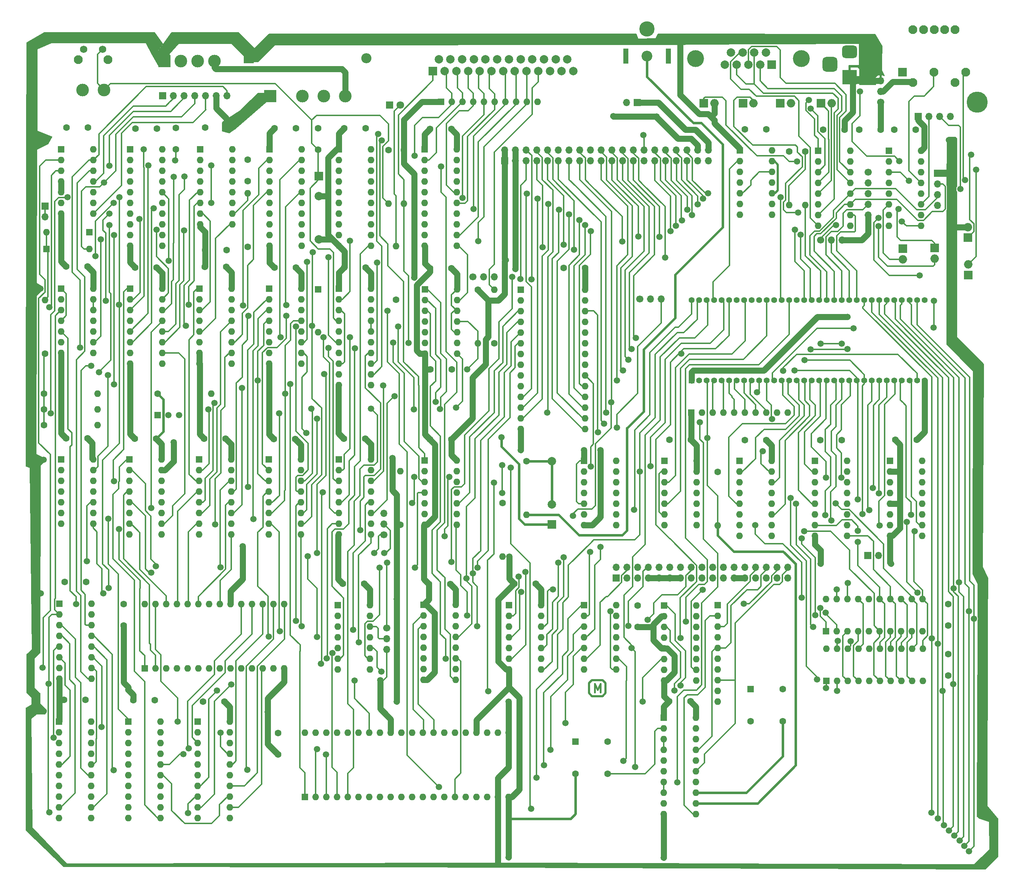
<source format=gbr>
%TF.GenerationSoftware,KiCad,Pcbnew,8.0.5*%
%TF.CreationDate,2024-10-27T21:26:24+00:00*%
%TF.ProjectId,TIM-011B,54494d2d-3031-4314-922e-6b696361645f,rev?*%
%TF.SameCoordinates,Original*%
%TF.FileFunction,Copper,L1,Top*%
%TF.FilePolarity,Positive*%
%FSLAX46Y46*%
G04 Gerber Fmt 4.6, Leading zero omitted, Abs format (unit mm)*
G04 Created by KiCad (PCBNEW 8.0.5) date 2024-10-27 21:26:24*
%MOMM*%
%LPD*%
G01*
G04 APERTURE LIST*
G04 Aperture macros list*
%AMRoundRect*
0 Rectangle with rounded corners*
0 $1 Rounding radius*
0 $2 $3 $4 $5 $6 $7 $8 $9 X,Y pos of 4 corners*
0 Add a 4 corners polygon primitive as box body*
4,1,4,$2,$3,$4,$5,$6,$7,$8,$9,$2,$3,0*
0 Add four circle primitives for the rounded corners*
1,1,$1+$1,$2,$3*
1,1,$1+$1,$4,$5*
1,1,$1+$1,$6,$7*
1,1,$1+$1,$8,$9*
0 Add four rect primitives between the rounded corners*
20,1,$1+$1,$2,$3,$4,$5,0*
20,1,$1+$1,$4,$5,$6,$7,0*
20,1,$1+$1,$6,$7,$8,$9,0*
20,1,$1+$1,$8,$9,$2,$3,0*%
G04 Aperture macros list end*
%TA.AperFunction,NonConductor*%
%ADD10C,0.500000*%
%TD*%
%ADD11C,0.400000*%
%TA.AperFunction,NonConductor*%
%ADD12C,0.400000*%
%TD*%
%TA.AperFunction,ComponentPad*%
%ADD13R,2.000000X2.000000*%
%TD*%
%TA.AperFunction,ComponentPad*%
%ADD14O,2.000000X2.000000*%
%TD*%
%TA.AperFunction,ComponentPad*%
%ADD15R,1.600000X1.600000*%
%TD*%
%TA.AperFunction,ComponentPad*%
%ADD16O,1.600000X1.600000*%
%TD*%
%TA.AperFunction,ComponentPad*%
%ADD17C,1.700000*%
%TD*%
%TA.AperFunction,ComponentPad*%
%ADD18O,1.700000X1.700000*%
%TD*%
%TA.AperFunction,ComponentPad*%
%ADD19C,1.600000*%
%TD*%
%TA.AperFunction,ComponentPad*%
%ADD20R,1.700000X1.700000*%
%TD*%
%TA.AperFunction,ComponentPad*%
%ADD21R,2.400000X2.400000*%
%TD*%
%TA.AperFunction,ComponentPad*%
%ADD22O,2.400000X2.400000*%
%TD*%
%TA.AperFunction,ComponentPad*%
%ADD23R,3.000000X3.000000*%
%TD*%
%TA.AperFunction,ComponentPad*%
%ADD24C,3.000000*%
%TD*%
%TA.AperFunction,ComponentPad*%
%ADD25C,2.100000*%
%TD*%
%TA.AperFunction,ComponentPad*%
%ADD26C,1.750000*%
%TD*%
%TA.AperFunction,ComponentPad*%
%ADD27R,1.500000X1.500000*%
%TD*%
%TA.AperFunction,ComponentPad*%
%ADD28C,1.500000*%
%TD*%
%TA.AperFunction,ComponentPad*%
%ADD29C,2.000000*%
%TD*%
%TA.AperFunction,ComponentPad*%
%ADD30C,4.000000*%
%TD*%
%TA.AperFunction,ComponentPad*%
%ADD31C,5.000000*%
%TD*%
%TA.AperFunction,ComponentPad*%
%ADD32R,1.400000X1.400000*%
%TD*%
%TA.AperFunction,ComponentPad*%
%ADD33C,1.400000*%
%TD*%
%TA.AperFunction,ComponentPad*%
%ADD34R,1.800000X1.800000*%
%TD*%
%TA.AperFunction,ComponentPad*%
%ADD35C,1.800000*%
%TD*%
%TA.AperFunction,ComponentPad*%
%ADD36R,3.500000X3.500000*%
%TD*%
%TA.AperFunction,ComponentPad*%
%ADD37RoundRect,0.750000X-1.000000X0.750000X-1.000000X-0.750000X1.000000X-0.750000X1.000000X0.750000X0*%
%TD*%
%TA.AperFunction,ComponentPad*%
%ADD38RoundRect,0.875000X-0.875000X0.875000X-0.875000X-0.875000X0.875000X-0.875000X0.875000X0.875000X0*%
%TD*%
%TA.AperFunction,ComponentPad*%
%ADD39R,2.100000X2.100000*%
%TD*%
%TA.AperFunction,ComponentPad*%
%ADD40C,2.550000*%
%TD*%
%TA.AperFunction,ComponentPad*%
%ADD41R,1.300000X3.616000*%
%TD*%
%TA.AperFunction,ComponentPad*%
%ADD42C,3.616000*%
%TD*%
%TA.AperFunction,ViaPad*%
%ADD43C,1.500000*%
%TD*%
%TA.AperFunction,Conductor*%
%ADD44C,0.300000*%
%TD*%
%TA.AperFunction,Conductor*%
%ADD45C,1.400000*%
%TD*%
%TA.AperFunction,Conductor*%
%ADD46C,0.600000*%
%TD*%
%TA.AperFunction,Conductor*%
%ADD47C,1.300000*%
%TD*%
%TA.AperFunction,Conductor*%
%ADD48C,0.500000*%
%TD*%
%TA.AperFunction,Conductor*%
%ADD49C,1.700000*%
%TD*%
G04 APERTURE END LIST*
D10*
X227650000Y-193830000D02*
X226920000Y-193100000D01*
X228890000Y-193830000D02*
X227650000Y-193830000D01*
X228890000Y-193830000D02*
X230130000Y-193830000D01*
X230130000Y-193830000D02*
X230860000Y-193100000D01*
X230860000Y-190760000D02*
X230160000Y-190060000D01*
X226920000Y-193100000D02*
X226920000Y-190760000D01*
X227620000Y-190060000D02*
X230160000Y-190060000D01*
X230860000Y-193100000D02*
X230860000Y-190760000D01*
X226920000Y-190760000D02*
X227620000Y-190060000D01*
D11*
D12*
X228299347Y-192914438D02*
X228299347Y-190914438D01*
X228299347Y-190914438D02*
X228966014Y-192343009D01*
X228966014Y-192343009D02*
X229632680Y-190914438D01*
X229632680Y-190914438D02*
X229632680Y-192914438D01*
D13*
%TO.P,C55,1*%
%TO.N,Net-(U8-C2+)*%
X281900000Y-53350000D03*
D14*
%TO.P,C55,2*%
%TO.N,Net-(U8-C2-)*%
X284400000Y-53350000D03*
%TD*%
D15*
%TO.P,U34,1*%
%TO.N,Net-(U43-WDOUT)*%
X225740000Y-172280000D03*
D16*
%TO.P,U34,2*%
%TO.N,fWDATA*%
X225740000Y-174820000D03*
%TO.P,U34,3*%
%TO.N,Net-(U43-WE)*%
X225740000Y-177360000D03*
%TO.P,U34,4*%
%TO.N,fWGATE*%
X225740000Y-179900000D03*
%TO.P,U34,5*%
%TO.N,Net-(U43-HDL)*%
X225740000Y-182440000D03*
%TO.P,U34,6*%
%TO.N,fINUSE*%
X225740000Y-184980000D03*
%TO.P,U34,7,GND*%
%TO.N,GND*%
X225740000Y-187520000D03*
%TO.P,U34,8*%
%TO.N,fSIDE1*%
X233360000Y-187520000D03*
%TO.P,U34,9*%
%TO.N,Net-(U43-SIDE)*%
X233360000Y-184980000D03*
%TO.P,U34,10*%
%TO.N,unconnected-(U34-Pad10)*%
X233360000Y-182440000D03*
%TO.P,U34,11*%
%TO.N,unconnected-(U34-Pad11)*%
X233360000Y-179900000D03*
%TO.P,U34,12*%
%TO.N,fMOTOR1*%
X233360000Y-177360000D03*
%TO.P,U34,13*%
%TO.N,TXS*%
X233360000Y-174820000D03*
%TO.P,U34,14,VCC*%
%TO.N,+5V*%
X233360000Y-172280000D03*
%TD*%
D15*
%TO.P,U7,1,~{R}*%
%TO.N,+5V*%
X262640000Y-64520000D03*
D16*
%TO.P,U7,2,D*%
%TO.N,~{LIR}*%
X262640000Y-67060000D03*
%TO.P,U7,3,C*%
%TO.N,FI*%
X262640000Y-69600000D03*
%TO.P,U7,4,~{S}*%
%TO.N,Net-(U7A-~{S})*%
X262640000Y-72140000D03*
%TO.P,U7,5,Q*%
%TO.N,Net-(U7A-Q)*%
X262640000Y-74680000D03*
%TO.P,U7,6,~{Q}*%
%TO.N,unconnected-(U7A-~{Q}-Pad6)*%
X262640000Y-77220000D03*
%TO.P,U7,7,GND*%
%TO.N,GND*%
X262640000Y-79760000D03*
%TO.P,U7,8,~{Q}*%
%TO.N,unconnected-(U7B-~{Q}-Pad8)*%
X270260000Y-79760000D03*
%TO.P,U7,9,Q*%
%TO.N,Net-(U7A-~{S})*%
X270260000Y-77220000D03*
%TO.P,U7,10,~{S}*%
%TO.N,+5V*%
X270260000Y-74680000D03*
%TO.P,U7,11,C*%
%TO.N,FI*%
X270260000Y-72140000D03*
%TO.P,U7,12,D*%
%TO.N,Net-(U7A-Q)*%
X270260000Y-69600000D03*
%TO.P,U7,13,~{R}*%
%TO.N,+5V*%
X270260000Y-67060000D03*
%TO.P,U7,14,VCC*%
X270260000Y-64520000D03*
%TD*%
D17*
%TO.P,JMP1,1,Pin_1*%
%TO.N,X_CTS*%
X281770000Y-85700000D03*
D18*
%TO.P,JMP1,2,Pin_2*%
%TO.N,~{CTS0}*%
X284310000Y-85700000D03*
%TO.P,JMP1,3,Pin_3*%
%TO.N,GND*%
X286850000Y-85700000D03*
%TD*%
D15*
%TO.P,U11,1,S2*%
%TO.N,Net-(U11-S2)*%
X118210000Y-97230000D03*
D16*
%TO.P,U11,2,B2*%
%TO.N,Net-(U11-B2)*%
X118210000Y-99770000D03*
%TO.P,U11,3,A2*%
%TO.N,VQ5*%
X118210000Y-102310000D03*
%TO.P,U11,4,S1*%
%TO.N,Net-(U11-S1)*%
X118210000Y-104850000D03*
%TO.P,U11,5,A1*%
%TO.N,VQ4*%
X118210000Y-107390000D03*
%TO.P,U11,6,B1*%
%TO.N,Net-(U11-B1)*%
X118210000Y-109930000D03*
%TO.P,U11,7,C0*%
%TO.N,Net-(U11-C0)*%
X118210000Y-112470000D03*
%TO.P,U11,8,GND*%
%TO.N,GND*%
X118210000Y-115010000D03*
%TO.P,U11,9,C4*%
%TO.N,unconnected-(U11-C4-Pad9)*%
X125830000Y-115010000D03*
%TO.P,U11,10,S4*%
%TO.N,Net-(U11-S4)*%
X125830000Y-112470000D03*
%TO.P,U11,11,B4*%
%TO.N,Net-(U11-B4)*%
X125830000Y-109930000D03*
%TO.P,U11,12,A4*%
%TO.N,Net-(U11-A4)*%
X125830000Y-107390000D03*
%TO.P,U11,13,S3*%
%TO.N,Net-(U11-S3)*%
X125830000Y-104850000D03*
%TO.P,U11,14,A3*%
%TO.N,VQ6*%
X125830000Y-102310000D03*
%TO.P,U11,15,B3*%
%TO.N,Net-(U11-B3)*%
X125830000Y-99770000D03*
%TO.P,U11,16,VCC*%
%TO.N,+5V*%
X125830000Y-97230000D03*
%TD*%
D19*
%TO.P,C30,1*%
%TO.N,+5V*%
X214310000Y-167180000D03*
%TO.P,C30,2*%
%TO.N,GND*%
X209230000Y-167180000D03*
%TD*%
D15*
%TO.P,U20,1,S*%
%TO.N,~{VIDCLK}*%
X134580000Y-137750000D03*
D16*
%TO.P,U20,2,I0a*%
%TO.N,/Addressing/A1*%
X134580000Y-140290000D03*
%TO.P,U20,3,I1a*%
%TO.N,Net-(U12-S2)*%
X134580000Y-142830000D03*
%TO.P,U20,4,Za*%
%TO.N,/Video/VA8*%
X134580000Y-145370000D03*
%TO.P,U20,5,I0b*%
%TO.N,/Addressing/A2*%
X134580000Y-147910000D03*
%TO.P,U20,6,I1b*%
%TO.N,Net-(U12-S3)*%
X134580000Y-150450000D03*
%TO.P,U20,7,Zb*%
%TO.N,/Video/VA9*%
X134580000Y-152990000D03*
%TO.P,U20,8,GND*%
%TO.N,GND*%
X134580000Y-155530000D03*
%TO.P,U20,9,Zc*%
%TO.N,/Video/VA10*%
X142200000Y-155530000D03*
%TO.P,U20,10,I1c*%
%TO.N,Net-(U12-S4)*%
X142200000Y-152990000D03*
%TO.P,U20,11,I0c*%
%TO.N,/Addressing/A3*%
X142200000Y-150450000D03*
%TO.P,U20,12,Zd*%
%TO.N,/Video/VA11*%
X142200000Y-147910000D03*
%TO.P,U20,13,I1d*%
%TO.N,Net-(U11-S1)*%
X142200000Y-145370000D03*
%TO.P,U20,14,I0d*%
%TO.N,/Addressing/A4*%
X142200000Y-142830000D03*
%TO.P,U20,15,E*%
%TO.N,GND*%
X142200000Y-140290000D03*
%TO.P,U20,16,VCC*%
%TO.N,+5V*%
X142200000Y-137750000D03*
%TD*%
D15*
%TO.P,U23,1*%
%TO.N,Net-(U7A-Q)*%
X188020000Y-137990000D03*
D16*
%TO.P,U23,2*%
%TO.N,Net-(R7-Pad2)*%
X188020000Y-140530000D03*
%TO.P,U23,3*%
%TO.N,Net-(U14-Pad15)*%
X188020000Y-143070000D03*
%TO.P,U23,4*%
%TO.N,/Addressing/A4*%
X188020000Y-145610000D03*
%TO.P,U23,5*%
%TO.N,~{INT0}*%
X188020000Y-148150000D03*
%TO.P,U23,6*%
%TO.N,Net-(JMP3-Pin_3)*%
X188020000Y-150690000D03*
%TO.P,U23,7,GND*%
%TO.N,GND*%
X188020000Y-153230000D03*
%TO.P,U23,8*%
%TO.N,Net-(U23-Pad8)*%
X195640000Y-153230000D03*
%TO.P,U23,9*%
%TO.N,IOE*%
X195640000Y-150690000D03*
%TO.P,U23,10*%
%TO.N,/Addressing/A7*%
X195640000Y-148150000D03*
%TO.P,U23,11*%
%TO.N,Net-(U25B-D)*%
X195640000Y-145610000D03*
%TO.P,U23,12*%
%TO.N,~{REF}*%
X195640000Y-143070000D03*
%TO.P,U23,13*%
%TO.N,/Addressing/A18*%
X195640000Y-140530000D03*
%TO.P,U23,14,VCC*%
%TO.N,+5V*%
X195640000Y-137990000D03*
%TD*%
D13*
%TO.P,C56,1*%
%TO.N,Net-(U8-VS+)*%
X254150000Y-53350000D03*
D14*
%TO.P,C56,2*%
%TO.N,+5V*%
X256650000Y-53350000D03*
%TD*%
D19*
%TO.P,C62,1*%
%TO.N,+5V*%
X299280000Y-59550000D03*
%TO.P,C62,2*%
%TO.N,GND*%
X304360000Y-59550000D03*
%TD*%
%TO.P,C40,1*%
%TO.N,+5V*%
X173990000Y-59270000D03*
%TO.P,C40,2*%
%TO.N,GND*%
X168910000Y-59270000D03*
%TD*%
D15*
%TO.P,X2,1,EN*%
%TO.N,unconnected-(X2-EN-Pad1)*%
X223710000Y-204610000D03*
D19*
%TO.P,X2,4,GND*%
%TO.N,GND*%
X223710000Y-212230000D03*
%TO.P,X2,5,OUT*%
%TO.N,Net-(X2-OUT)*%
X231330000Y-212230000D03*
%TO.P,X2,8,Vcc*%
%TO.N,+5V*%
X231330000Y-204610000D03*
%TD*%
D15*
%TO.P,U2,1,I1/CLK*%
%TO.N,VQ5*%
X118217000Y-64272000D03*
D16*
%TO.P,U2,2,I2*%
%TO.N,VQ4*%
X118217000Y-66812000D03*
%TO.P,U2,3,I3*%
%TO.N,VQ6*%
X118217000Y-69352000D03*
%TO.P,U2,4,I4*%
%TO.N,VQ3*%
X118217000Y-71892000D03*
%TO.P,U2,5,I5*%
%TO.N,VQ8*%
X118217000Y-74432000D03*
%TO.P,U2,6,I6*%
%TO.N,HQ8*%
X118217000Y-76972000D03*
%TO.P,U2,7,I7*%
%TO.N,HQ9*%
X118217000Y-79512000D03*
%TO.P,U2,8,I8*%
%TO.N,HQ6*%
X118217000Y-82052000D03*
%TO.P,U2,9,I9*%
%TO.N,HQ7*%
X118217000Y-84592000D03*
%TO.P,U2,10,GND*%
%TO.N,GND*%
X118217000Y-87132000D03*
%TO.P,U2,11,I10/~{OE}*%
%TO.N,unconnected-(U2-I10{slash}~{OE}-Pad11)*%
X125837000Y-87132000D03*
%TO.P,U2,12,IO8*%
%TO.N,unconnected-(U2-IO8-Pad12)*%
X125837000Y-84592000D03*
%TO.P,U2,13,IO7*%
%TO.N,unconnected-(U2-IO7-Pad13)*%
X125837000Y-82052000D03*
%TO.P,U2,14,IO6*%
%TO.N,~{CSYNC}*%
X125837000Y-79512000D03*
%TO.P,U2,15,IO5*%
%TO.N,unconnected-(U2-IO5-Pad15)*%
X125837000Y-76972000D03*
%TO.P,U2,16,IO4*%
%TO.N,HRESET*%
X125837000Y-74432000D03*
%TO.P,U2,17,I03*%
%TO.N,Net-(U2-I03)*%
X125837000Y-71892000D03*
%TO.P,U2,18,IO2*%
%TO.N,Net-(U2-IO2)*%
X125837000Y-69352000D03*
%TO.P,U2,19,IO1*%
%TO.N,VRESET*%
X125837000Y-66812000D03*
%TO.P,U2,20,VCC*%
%TO.N,+5V*%
X125837000Y-64272000D03*
%TD*%
D19*
%TO.P,R8,1*%
%TO.N,+5V*%
X179410000Y-64360000D03*
D16*
%TO.P,R8,2*%
%TO.N,Net-(D1-A)*%
X179410000Y-77060000D03*
%TD*%
D19*
%TO.P,C29,1*%
%TO.N,+5V*%
X124610000Y-59310000D03*
%TO.P,C29,2*%
%TO.N,GND*%
X119530000Y-59310000D03*
%TD*%
D20*
%TO.P,P3,1,Pin_1*%
%TO.N,+5V*%
X207000000Y-66970000D03*
D18*
%TO.P,P3,2,Pin_2*%
X207000000Y-64430000D03*
%TO.P,P3,3,Pin_3*%
%TO.N,GND*%
X209540000Y-66970000D03*
%TO.P,P3,4,Pin_4*%
X209540000Y-64430000D03*
%TO.P,P3,5,Pin_5*%
%TO.N,~{RD}*%
X212080000Y-66970000D03*
%TO.P,P3,6,Pin_6*%
%TO.N,FI*%
X212080000Y-64430000D03*
%TO.P,P3,7,Pin_7*%
%TO.N,~{WR}*%
X214620000Y-66970000D03*
%TO.P,P3,8,Pin_8*%
%TO.N,~{RESET}*%
X214620000Y-64430000D03*
%TO.P,P3,9,Pin_9*%
%TO.N,E*%
X217160000Y-66970000D03*
%TO.P,P3,10,Pin_10*%
%TO.N,~{LIR}*%
X217160000Y-64430000D03*
%TO.P,P3,11,Pin_11*%
%TO.N,~{NMI}*%
X219700000Y-66970000D03*
%TO.P,P3,12,Pin_12*%
%TO.N,EXPSEL_O*%
X219700000Y-64430000D03*
%TO.P,P3,13,Pin_13*%
%TO.N,~{WAIT}*%
X222240000Y-66970000D03*
%TO.P,P3,14,Pin_14*%
%TO.N,EXPSEL_2*%
X222240000Y-64430000D03*
%TO.P,P3,15,Pin_15*%
%TO.N,~{INT0}*%
X224780000Y-66970000D03*
%TO.P,P3,16,Pin_16*%
%TO.N,~{HALT}*%
X224780000Y-64430000D03*
%TO.P,P3,17,Pin_17*%
%TO.N,ST*%
X227320000Y-66970000D03*
%TO.P,P3,18,Pin_18*%
%TO.N,EXPSEL_3*%
X227320000Y-64430000D03*
%TO.P,P3,19,Pin_19*%
%TO.N,/Addressing/A0*%
X229860000Y-66970000D03*
%TO.P,P3,20,Pin_20*%
%TO.N,/Addressing/A1*%
X229860000Y-64430000D03*
%TO.P,P3,21,Pin_21*%
%TO.N,~{TEND0}*%
X232400000Y-66970000D03*
%TO.P,P3,22,Pin_22*%
%TO.N,/Addressing/A2*%
X232400000Y-64430000D03*
%TO.P,P3,23,Pin_23*%
%TO.N,/Addressing/A3*%
X234940000Y-66970000D03*
%TO.P,P3,24,Pin_24*%
%TO.N,/Addressing/A4*%
X234940000Y-64430000D03*
%TO.P,P3,25,Pin_25*%
%TO.N,~{DREQ0}*%
X237480000Y-66970000D03*
%TO.P,P3,26,Pin_26*%
%TO.N,~{IOE}*%
X237480000Y-64430000D03*
%TO.P,P3,27,Pin_27*%
%TO.N,unconnected-(P3-Pin_27-Pad27)*%
X240020000Y-66970000D03*
%TO.P,P3,28,Pin_28*%
%TO.N,RESET*%
X240020000Y-64430000D03*
%TO.P,P3,29,Pin_29*%
%TO.N,/CPU/D7*%
X242560000Y-66970000D03*
%TO.P,P3,30,Pin_30*%
%TO.N,/CPU/D6*%
X242560000Y-64430000D03*
%TO.P,P3,31,Pin_31*%
%TO.N,/CPU/D5*%
X245100000Y-66970000D03*
%TO.P,P3,32,Pin_32*%
%TO.N,/CPU/D3*%
X245100000Y-64430000D03*
%TO.P,P3,33,Pin_33*%
%TO.N,/CPU/D4*%
X247640000Y-66970000D03*
%TO.P,P3,34,Pin_34*%
%TO.N,/CPU/D2*%
X247640000Y-64430000D03*
%TO.P,P3,35,Pin_35*%
%TO.N,/CPU/D1*%
X250180000Y-66970000D03*
%TO.P,P3,36,Pin_36*%
%TO.N,/CPU/D0*%
X250180000Y-64430000D03*
%TO.P,P3,37,Pin_37*%
%TO.N,GND*%
X252720000Y-66970000D03*
%TO.P,P3,38,Pin_38*%
X252720000Y-64430000D03*
%TO.P,P3,39,Pin_39*%
%TO.N,unconnected-(P3-Pin_39-Pad39)*%
X255260000Y-66970000D03*
%TO.P,P3,40,Pin_40*%
%TO.N,Net-(JMP9-Pin_1)*%
X255260000Y-64430000D03*
%TD*%
D19*
%TO.P,R15,1*%
%TO.N,Net-(C6-Pad2)*%
X206440000Y-148090000D03*
D16*
%TO.P,R15,2*%
%TO.N,GND*%
X206440000Y-160790000D03*
%TD*%
D19*
%TO.P,C51,1*%
%TO.N,+5V*%
X286780000Y-133120000D03*
%TO.P,C51,2*%
%TO.N,GND*%
X281700000Y-133120000D03*
%TD*%
D17*
%TO.P,JMP6,1,Pin_1*%
%TO.N,+5V*%
X238960000Y-99750000D03*
D18*
%TO.P,JMP6,2,Pin_2*%
%TO.N,Net-(JMP6-Pin_2)*%
X241500000Y-99750000D03*
%TO.P,JMP6,3,Pin_3*%
%TO.N,/Addressing/A14*%
X244040000Y-99750000D03*
%TD*%
D19*
%TO.P,CX1,1*%
%TO.N,HRESET*%
X141100000Y-88100000D03*
%TO.P,CX1,2*%
%TO.N,GND*%
X136020000Y-88100000D03*
%TD*%
D21*
%TO.P,C1,1*%
%TO.N,+5V*%
X146380000Y-42610000D03*
X174160000Y-38030000D03*
D22*
%TO.P,C1,2*%
%TO.N,GND*%
X174160000Y-42610000D03*
%TD*%
D19*
%TO.P,R6,1*%
%TO.N,Net-(U15B-C)*%
X204490000Y-110220000D03*
D16*
%TO.P,R6,2*%
%TO.N,Net-(J1-Pad10)*%
X204490000Y-97520000D03*
%TD*%
D23*
%TO.P,P2,1,Pin_1*%
%TO.N,+5V*%
X151430000Y-51600000D03*
D24*
%TO.P,P2,2,Pin_2*%
%TO.N,GND*%
X159070000Y-51620000D03*
%TO.P,P2,3,Pin_3*%
%TO.N,unconnected-(P2-Pin_3-Pad3)*%
X164160000Y-51630000D03*
%TO.P,P2,4,Pin_4*%
%TO.N,+12V*%
X169240000Y-51630000D03*
%TD*%
D13*
%TO.P,C61,1*%
%TO.N,GND*%
X301300000Y-87800000D03*
D14*
%TO.P,C61,2*%
%TO.N,Net-(U9-VS-)*%
X301300000Y-90300000D03*
%TD*%
D20*
%TO.P,J5,1,Pin_1*%
%TO.N,+5V*%
X304912000Y-56405000D03*
D18*
%TO.P,J5,2,Pin_2*%
%TO.N,TX1*%
X307452000Y-56405000D03*
%TO.P,J5,3,Pin_3*%
%TO.N,RX1*%
X309992000Y-56405000D03*
%TO.P,J5,4,Pin_4*%
%TO.N,GND*%
X312532000Y-56405000D03*
%TD*%
D25*
%TO.P,T2,*%
%TO.N,*%
X105990000Y-43000000D03*
X113000000Y-43000000D03*
D26*
%TO.P,T2,1,Pin_1*%
%TO.N,GND*%
X107240000Y-40510000D03*
%TO.P,T2,2,Pin_2*%
%TO.N,Net-(D1-A)*%
X111740000Y-40510000D03*
%TD*%
D15*
%TO.P,U1,1*%
%TO.N,CLK*%
X101920000Y-64240000D03*
D16*
%TO.P,U1,2*%
%TO.N,Net-(U29-Za)*%
X101920000Y-66780000D03*
%TO.P,U1,3*%
%TO.N,VID2*%
X101920000Y-69320000D03*
%TO.P,U1,4*%
%TO.N,Net-(U2-IO2)*%
X101920000Y-71860000D03*
%TO.P,U1,5*%
X101920000Y-74400000D03*
%TO.P,U1,6*%
%TO.N,~{VSYNC}*%
X101920000Y-76940000D03*
%TO.P,U1,7,GND*%
%TO.N,GND*%
X101920000Y-79480000D03*
%TO.P,U1,8*%
%TO.N,~{HSYNC}*%
X109540000Y-79480000D03*
%TO.P,U1,9*%
%TO.N,Net-(U2-I03)*%
X109540000Y-76940000D03*
%TO.P,U1,10*%
X109540000Y-74400000D03*
%TO.P,U1,11*%
%TO.N,VID1*%
X109540000Y-71860000D03*
%TO.P,U1,12*%
%TO.N,Net-(U29-Zb)*%
X109540000Y-69320000D03*
%TO.P,U1,13*%
%TO.N,CLK*%
X109540000Y-66780000D03*
%TO.P,U1,14,VCC*%
%TO.N,+5V*%
X109540000Y-64240000D03*
%TD*%
D27*
%TO.P,Q1,1,C*%
%TO.N,GND*%
X124790000Y-127260000D03*
D28*
%TO.P,Q1,2,B*%
%TO.N,Net-(Q1-B)*%
X127330000Y-127260000D03*
%TO.P,Q1,3,E*%
%TO.N,/Video/OFFSETC*%
X129870000Y-127260000D03*
%TD*%
D17*
%TO.P,JMP5,1,Pin_1*%
%TO.N,+12V*%
X296000000Y-53080000D03*
D18*
%TO.P,JMP5,2,Pin_2*%
%TO.N,Net-(J3-Pin_4)*%
X296000000Y-50540000D03*
%TO.P,JMP5,3,Pin_3*%
%TO.N,+5V*%
X296000000Y-48000000D03*
%TD*%
D20*
%TO.P,J4,1,Pin_1*%
%TO.N,+5V*%
X309500000Y-69945000D03*
D18*
%TO.P,J4,2,Pin_2*%
%TO.N,TX0*%
X309500000Y-72485000D03*
%TO.P,J4,3,Pin_3*%
%TO.N,RX0*%
X309500000Y-75025000D03*
%TO.P,J4,4,Pin_4*%
%TO.N,GND*%
X309500000Y-77565000D03*
%TD*%
D17*
%TO.P,JMP2,1,Pin_1*%
%TO.N,GND*%
X293060000Y-69640000D03*
D18*
%TO.P,JMP2,2,Pin_2*%
%TO.N,~{CTS1}*%
X293060000Y-72180000D03*
%TO.P,JMP2,3,Pin_3*%
%TO.N,X_DCD*%
X293060000Y-74720000D03*
%TO.P,JMP2,4,Pin_4*%
%TO.N,~{DCD0}*%
X293060000Y-77260000D03*
%TO.P,JMP2,5,Pin_5*%
%TO.N,GND*%
X293060000Y-79800000D03*
%TD*%
D19*
%TO.P,R14,1*%
%TO.N,+5V*%
X124770000Y-122160000D03*
D16*
%TO.P,R14,2*%
%TO.N,/Video/OFFSETC*%
X137470000Y-122160000D03*
%TD*%
D15*
%TO.P,U28,1,S*%
%TO.N,E*%
X298250000Y-138090000D03*
D16*
%TO.P,U28,2,I0a*%
%TO.N,GND*%
X298250000Y-140630000D03*
%TO.P,U28,3,I1a*%
X298250000Y-143170000D03*
%TO.P,U28,4,Za*%
%TO.N,unconnected-(U28-Za-Pad4)*%
X298250000Y-145710000D03*
%TO.P,U28,5,I0b*%
%TO.N,GND*%
X298250000Y-148250000D03*
%TO.P,U28,6,I1b*%
X298250000Y-150790000D03*
%TO.P,U28,7,Zb*%
%TO.N,unconnected-(U28-Zb-Pad7)*%
X298250000Y-153330000D03*
%TO.P,U28,8,GND*%
%TO.N,GND*%
X298250000Y-155870000D03*
%TO.P,U28,9,Zc*%
%TO.N,/RAM/MA8*%
X305870000Y-155870000D03*
%TO.P,U28,10,I1c*%
%TO.N,/Addressing/A17*%
X305870000Y-153330000D03*
%TO.P,U28,11,I0c*%
%TO.N,/Addressing/A16*%
X305870000Y-150790000D03*
%TO.P,U28,12,Zd*%
%TO.N,unconnected-(U28-Zd-Pad12)*%
X305870000Y-148250000D03*
%TO.P,U28,13,I1d*%
%TO.N,GND*%
X305870000Y-145710000D03*
%TO.P,U28,14,I0d*%
X305870000Y-143170000D03*
%TO.P,U28,15,E*%
X305870000Y-140630000D03*
%TO.P,U28,16,VCC*%
%TO.N,+5V*%
X305870000Y-138090000D03*
%TD*%
D15*
%TO.P,U29,1,Ea*%
%TO.N,Net-(U29-Ea)*%
X101480000Y-171970000D03*
D16*
%TO.P,U29,2,S1*%
%TO.N,VIDCLK*%
X101480000Y-174510000D03*
%TO.P,U29,3,I3a*%
%TO.N,Net-(U29-I3a)*%
X101480000Y-177050000D03*
%TO.P,U29,4,I2a*%
%TO.N,Net-(U29-I2a)*%
X101480000Y-179590000D03*
%TO.P,U29,5,I1a*%
%TO.N,Net-(U29-I1a)*%
X101480000Y-182130000D03*
%TO.P,U29,6,I0a*%
%TO.N,Net-(U29-I0a)*%
X101480000Y-184670000D03*
%TO.P,U29,7,Za*%
%TO.N,Net-(U29-Za)*%
X101480000Y-187210000D03*
%TO.P,U29,8,GND*%
%TO.N,GND*%
X101480000Y-189750000D03*
%TO.P,U29,9,Zb*%
%TO.N,Net-(U29-Zb)*%
X109100000Y-189750000D03*
%TO.P,U29,10,I0b*%
%TO.N,Net-(U29-I0b)*%
X109100000Y-187210000D03*
%TO.P,U29,11,I1b*%
%TO.N,Net-(U29-I1b)*%
X109100000Y-184670000D03*
%TO.P,U29,12,I2b*%
%TO.N,Net-(U29-I2b)*%
X109100000Y-182130000D03*
%TO.P,U29,13,I3b*%
%TO.N,Net-(U29-I3b)*%
X109100000Y-179590000D03*
%TO.P,U29,14,S0*%
%TO.N,VIDCLK2*%
X109100000Y-177050000D03*
%TO.P,U29,15,Eb*%
%TO.N,Net-(U29-Ea)*%
X109100000Y-174510000D03*
%TO.P,U29,16,VCC*%
%TO.N,+5V*%
X109100000Y-171970000D03*
%TD*%
D19*
%TO.P,R3,1*%
%TO.N,Net-(U7A-Q)*%
X274380000Y-64780000D03*
D16*
%TO.P,R3,2*%
%TO.N,+5V*%
X274380000Y-77480000D03*
%TD*%
D17*
%TO.P,JMP7,1,Pin_1*%
%TO.N,+5V*%
X199420000Y-94500000D03*
D18*
%TO.P,JMP7,2,Pin_2*%
%TO.N,Net-(JMP7-Pin_2)*%
X201960000Y-94500000D03*
%TO.P,JMP7,3,Pin_3*%
%TO.N,/Addressing/A15*%
X204500000Y-94500000D03*
%TD*%
D15*
%TO.P,U5,1,OE*%
%TO.N,GND*%
X167690000Y-64230000D03*
D16*
%TO.P,U5,2,O0*%
%TO.N,Net-(U4-D0)*%
X167690000Y-66770000D03*
%TO.P,U5,3,D0*%
%TO.N,/CPU/D1*%
X167690000Y-69310000D03*
%TO.P,U5,4,D1*%
%TO.N,/CPU/D3*%
X167690000Y-71850000D03*
%TO.P,U5,5,O1*%
%TO.N,Net-(U4-D1)*%
X167690000Y-74390000D03*
%TO.P,U5,6,O2*%
%TO.N,Net-(U4-D2)*%
X167690000Y-76930000D03*
%TO.P,U5,7,D2*%
%TO.N,/CPU/D5*%
X167690000Y-79470000D03*
%TO.P,U5,8,D3*%
%TO.N,/CPU/D7*%
X167690000Y-82010000D03*
%TO.P,U5,9,O3*%
%TO.N,Net-(U4-D3)*%
X167690000Y-84550000D03*
%TO.P,U5,10,GND*%
%TO.N,GND*%
X167690000Y-87090000D03*
%TO.P,U5,11,Cp*%
%TO.N,SCROLL_O*%
X175310000Y-87090000D03*
%TO.P,U5,12,O4*%
%TO.N,Net-(U4-D4)*%
X175310000Y-84550000D03*
%TO.P,U5,13,D4*%
%TO.N,/CPU/D6*%
X175310000Y-82010000D03*
%TO.P,U5,14,D5*%
%TO.N,/CPU/D4*%
X175310000Y-79470000D03*
%TO.P,U5,15,O5*%
%TO.N,Net-(U4-D5)*%
X175310000Y-76930000D03*
%TO.P,U5,16,O6*%
%TO.N,Net-(U4-D6)*%
X175310000Y-74390000D03*
%TO.P,U5,17,D6*%
%TO.N,/CPU/D2*%
X175310000Y-71850000D03*
%TO.P,U5,18,D7*%
%TO.N,/CPU/D0*%
X175310000Y-69310000D03*
%TO.P,U5,19,O7*%
%TO.N,Net-(U4-D7)*%
X175310000Y-66770000D03*
%TO.P,U5,20,VCC*%
%TO.N,+5V*%
X175310000Y-64230000D03*
%TD*%
D15*
%TO.P,U32,1,E*%
%TO.N,GND*%
X187770000Y-172160000D03*
D16*
%TO.P,U32,2,A0*%
%TO.N,Net-(U32A-A0)*%
X187770000Y-174700000D03*
%TO.P,U32,3,A1*%
%TO.N,Net-(U32A-A1)*%
X187770000Y-177240000D03*
%TO.P,U32,4,O0*%
%TO.N,Net-(U32A-O0)*%
X187770000Y-179780000D03*
%TO.P,U32,5,O1*%
%TO.N,Net-(U32A-O1)*%
X187770000Y-182320000D03*
%TO.P,U32,6,O2*%
%TO.N,Net-(U32A-O2)*%
X187770000Y-184860000D03*
%TO.P,U32,7,O3*%
%TO.N,Net-(U32A-O3)*%
X187770000Y-187400000D03*
%TO.P,U32,8,GND*%
%TO.N,GND*%
X187770000Y-189940000D03*
%TO.P,U32,9,O3*%
%TO.N,EXPSEL_O*%
X195390000Y-189940000D03*
%TO.P,U32,10,O2*%
%TO.N,Net-(U32B-O2)*%
X195390000Y-187400000D03*
%TO.P,U32,11,O1*%
%TO.N,FDCDMA_0*%
X195390000Y-184860000D03*
%TO.P,U32,12,O0*%
%TO.N,FDCSEL_0*%
X195390000Y-182320000D03*
%TO.P,U32,13,A1*%
%TO.N,/Addressing/A6*%
X195390000Y-179780000D03*
%TO.P,U32,14,A0*%
%TO.N,/Addressing/A5*%
X195390000Y-177240000D03*
%TO.P,U32,15,E*%
%TO.N,Net-(U32B-E)*%
X195390000Y-174700000D03*
%TO.P,U32,16,VCC*%
%TO.N,+5V*%
X195390000Y-172160000D03*
%TD*%
D15*
%TO.P,U15,1,~{R}*%
%TO.N,~{RESET}*%
X188050000Y-97402500D03*
D16*
%TO.P,U15,2,D*%
%TO.N,/Addressing/A0*%
X188050000Y-99942500D03*
%TO.P,U15,3,C*%
%TO.N,PRINT_O*%
X188050000Y-102482500D03*
%TO.P,U15,4,~{S}*%
%TO.N,+5V*%
X188050000Y-105022500D03*
%TO.P,U15,5,Q*%
%TO.N,unconnected-(U15A-Q-Pad5)*%
X188050000Y-107562500D03*
%TO.P,U15,6,~{Q}*%
%TO.N,Net-(U15A-~{Q})*%
X188050000Y-110102500D03*
%TO.P,U15,7,GND*%
%TO.N,GND*%
X188050000Y-112642500D03*
%TO.P,U15,8,~{Q}*%
%TO.N,~{INT1}*%
X195670000Y-112642500D03*
%TO.P,U15,9,Q*%
%TO.N,unconnected-(U15B-Q-Pad9)*%
X195670000Y-110102500D03*
%TO.P,U15,10,~{S}*%
%TO.N,+5V*%
X195670000Y-107562500D03*
%TO.P,U15,11,C*%
%TO.N,Net-(U15B-C)*%
X195670000Y-105022500D03*
%TO.P,U15,12,D*%
%TO.N,+5V*%
X195670000Y-102482500D03*
%TO.P,U15,13,~{R}*%
%TO.N,PRINT_O*%
X195670000Y-99942500D03*
%TO.P,U15,14,VCC*%
%TO.N,+5V*%
X195670000Y-97402500D03*
%TD*%
D17*
%TO.P,JMP3,1,Pin_1*%
%TO.N,Net-(JMP3-Pin_1)*%
X178308000Y-155575000D03*
D18*
%TO.P,JMP3,2,Pin_2*%
%TO.N,Net-(JMP3-Pin_2)*%
X178308000Y-153035000D03*
%TO.P,JMP3,3,Pin_3*%
%TO.N,Net-(JMP3-Pin_3)*%
X178308000Y-150495000D03*
%TD*%
D15*
%TO.P,U43,1,RST*%
%TO.N,RESET*%
X159640000Y-217750000D03*
D16*
%TO.P,U43,2,~{RD}*%
%TO.N,~{RD}*%
X162180000Y-217750000D03*
%TO.P,U43,3,~{WR}*%
%TO.N,~{WR}*%
X164720000Y-217750000D03*
%TO.P,U43,4,~{CS}*%
%TO.N,FDCSEL_0*%
X167260000Y-217750000D03*
%TO.P,U43,5,A0*%
%TO.N,/Addressing/A0*%
X169800000Y-217750000D03*
%TO.P,U43,6,DB0*%
%TO.N,/CPU/D0*%
X172340000Y-217750000D03*
%TO.P,U43,7,DB1*%
%TO.N,/CPU/D1*%
X174880000Y-217750000D03*
%TO.P,U43,8,DB2*%
%TO.N,/CPU/D2*%
X177420000Y-217750000D03*
%TO.P,U43,9,DB3*%
%TO.N,/CPU/D3*%
X179960000Y-217750000D03*
%TO.P,U43,10,DB4*%
%TO.N,/CPU/D4*%
X182500000Y-217750000D03*
%TO.P,U43,11,DB5*%
%TO.N,/CPU/D5*%
X185040000Y-217750000D03*
%TO.P,U43,12,DB6*%
%TO.N,/CPU/D6*%
X187580000Y-217750000D03*
%TO.P,U43,13,DB7*%
%TO.N,/CPU/D7*%
X190120000Y-217750000D03*
%TO.P,U43,14,DRQ*%
%TO.N,Net-(U25A-~{R})*%
X192660000Y-217750000D03*
%TO.P,U43,15,~{DACK}*%
%TO.N,FDCDMA_0*%
X195200000Y-217750000D03*
%TO.P,U43,16,TC*%
%TO.N,Net-(U43-TC)*%
X197740000Y-217750000D03*
%TO.P,U43,17,IDX*%
%TO.N,Net-(U43-IDX)*%
X200280000Y-217750000D03*
%TO.P,U43,18,INT*%
%TO.N,Net-(U43-INT)*%
X202820000Y-217750000D03*
%TO.P,U43,19,TEST*%
%TO.N,+5V*%
X205360000Y-217750000D03*
%TO.P,U43,20,VSS*%
%TO.N,GND*%
X207900000Y-217750000D03*
%TO.P,U43,21,MINI*%
%TO.N,+5V*%
X207900000Y-202510000D03*
%TO.P,U43,22,CLK*%
%TO.N,CLK8*%
X205360000Y-202510000D03*
%TO.P,U43,23,~{DSKD}*%
%TO.N,Net-(U43-~{DSKD})*%
X202820000Y-202510000D03*
%TO.P,U43,24,P0*%
%TO.N,GND*%
X200280000Y-202510000D03*
%TO.P,U43,25,WE*%
%TO.N,Net-(U43-WE)*%
X197740000Y-202510000D03*
%TO.P,U43,26,MFM*%
%TO.N,unconnected-(U43-MFM-Pad26)*%
X195200000Y-202510000D03*
%TO.P,U43,27,SIDE*%
%TO.N,Net-(U43-SIDE)*%
X192660000Y-202510000D03*
%TO.P,U43,28,DS1*%
%TO.N,Net-(U32A-A1)*%
X190120000Y-202510000D03*
%TO.P,U43,29,DS0*%
%TO.N,Net-(U32A-A0)*%
X187580000Y-202510000D03*
%TO.P,U43,30,WDOUT*%
%TO.N,Net-(U43-WDOUT)*%
X185040000Y-202510000D03*
%TO.P,U43,31,P1*%
%TO.N,GND*%
X182500000Y-202510000D03*
%TO.P,U43,32,P2*%
X179960000Y-202510000D03*
%TO.P,U43,33,FLT/TR0*%
%TO.N,Net-(U35-Zd)*%
X177420000Y-202510000D03*
%TO.P,U43,34,WP/TS*%
%TO.N,Net-(U35-Zc)*%
X174880000Y-202510000D03*
%TO.P,U43,35,RDY*%
%TO.N,Net-(U43-RDY)*%
X172340000Y-202510000D03*
%TO.P,U43,36,HDL*%
%TO.N,Net-(U43-HDL)*%
X169800000Y-202510000D03*
%TO.P,U43,37,STEP*%
%TO.N,Net-(U35-I1b)*%
X167260000Y-202510000D03*
%TO.P,U43,38,LCT_DIR*%
%TO.N,Net-(U35-I1a)*%
X164720000Y-202510000D03*
%TO.P,U43,39,~{RW}_SEEK*%
%TO.N,Net-(U35-S)*%
X162180000Y-202510000D03*
%TO.P,U43,40,VCC*%
%TO.N,+5V*%
X159640000Y-202510000D03*
%TD*%
D13*
%TO.P,J1,1,1*%
%TO.N,Net-(U15A-~{Q})*%
X189985000Y-45720000D03*
D29*
%TO.P,J1,2,2*%
%TO.N,Net-(RP1-R1)*%
X192755000Y-45720000D03*
%TO.P,J1,3,3*%
%TO.N,Net-(RP1-R2)*%
X195525000Y-45720000D03*
%TO.P,J1,4,4*%
%TO.N,Net-(RP1-R3)*%
X198295000Y-45720000D03*
%TO.P,J1,5,5*%
%TO.N,Net-(RP1-R4)*%
X201065000Y-45720000D03*
%TO.P,J1,6,6*%
%TO.N,Net-(RP1-R5)*%
X203835000Y-45720000D03*
%TO.P,J1,7,7*%
%TO.N,Net-(RP1-R6)*%
X206605000Y-45720000D03*
%TO.P,J1,8,8*%
%TO.N,Net-(RP1-R7)*%
X209375000Y-45720000D03*
%TO.P,J1,9,9*%
%TO.N,Net-(RP1-R8)*%
X212145000Y-45720000D03*
%TO.P,J1,10,10*%
%TO.N,Net-(J1-Pad10)*%
X214915000Y-45720000D03*
%TO.P,J1,11,11*%
%TO.N,unconnected-(J1-Pad11)*%
X217685000Y-45720000D03*
%TO.P,J1,12,12*%
%TO.N,unconnected-(J1-Pad12)*%
X220455000Y-45720000D03*
%TO.P,J1,13,13*%
%TO.N,unconnected-(J1-Pad13)*%
X223225000Y-45720000D03*
%TO.P,J1,14,P14*%
%TO.N,unconnected-(J1-P14-Pad14)*%
X191350000Y-42900000D03*
%TO.P,J1,15,P15*%
%TO.N,unconnected-(J1-P15-Pad15)*%
X194120000Y-42900000D03*
%TO.P,J1,16,P16*%
%TO.N,unconnected-(J1-P16-Pad16)*%
X196890000Y-42900000D03*
%TO.P,J1,17,P17*%
%TO.N,unconnected-(J1-P17-Pad17)*%
X199660000Y-42900000D03*
%TO.P,J1,18,P18*%
%TO.N,GND*%
X202430000Y-42900000D03*
%TO.P,J1,19,P19*%
X205200000Y-42900000D03*
%TO.P,J1,20,P20*%
X207970000Y-42900000D03*
%TO.P,J1,21,P21*%
X210740000Y-42900000D03*
%TO.P,J1,22,P22*%
X213510000Y-42900000D03*
%TO.P,J1,23,P23*%
X216280000Y-42900000D03*
%TO.P,J1,24,P24*%
X219050000Y-42900000D03*
%TO.P,J1,25,P25*%
X221820000Y-42900000D03*
%TD*%
D15*
%TO.P,D1,1,K*%
%TO.N,+5V*%
X162800000Y-97390000D03*
D16*
%TO.P,D1,2,A*%
%TO.N,Net-(D1-A)*%
X162800000Y-107550000D03*
%TD*%
D19*
%TO.P,R11,1*%
%TO.N,Net-(Q1-B)*%
X98040000Y-112640000D03*
D16*
%TO.P,R11,2*%
%TO.N,~{CSYNC}*%
X98040000Y-99940000D03*
%TD*%
D19*
%TO.P,C19,1*%
%TO.N,+5V*%
X140880000Y-132790000D03*
%TO.P,C19,2*%
%TO.N,GND*%
X135800000Y-132790000D03*
%TD*%
D23*
%TO.P,P5,1,Pin_1*%
%TO.N,+5V*%
X126319000Y-43307000D03*
D24*
%TO.P,P5,2,Pin_2*%
%TO.N,GND*%
X130279000Y-43307000D03*
%TO.P,P5,3,Pin_3*%
%TO.N,unconnected-(P5-Pin_3-Pad3)*%
X134239000Y-43307000D03*
%TO.P,P5,4,Pin_4*%
%TO.N,+12V*%
X138199000Y-43307000D03*
%TD*%
D19*
%TO.P,C25,1*%
%TO.N,+5V*%
X312000000Y-188950000D03*
%TO.P,C25,2*%
%TO.N,GND*%
X312000000Y-183870000D03*
%TD*%
D20*
%TO.P,P4,1,Pin_1*%
%TO.N,unconnected-(P4-Pin_1-Pad1)*%
X233370000Y-165800000D03*
D18*
%TO.P,P4,2,Pin_2*%
%TO.N,unconnected-(P4-Pin_2-Pad2)*%
X233370000Y-163260000D03*
%TO.P,P4,3,Pin_3*%
%TO.N,GND*%
X235910000Y-165800000D03*
%TO.P,P4,4,Pin_4*%
%TO.N,fINUSE*%
X235910000Y-163260000D03*
%TO.P,P4,5,Pin_5*%
%TO.N,GND*%
X238450000Y-165800000D03*
%TO.P,P4,6,Pin_6*%
%TO.N,fDRIVE3*%
X238450000Y-163260000D03*
%TO.P,P4,7,Pin_7*%
%TO.N,GND*%
X240990000Y-165800000D03*
%TO.P,P4,8,Pin_8*%
%TO.N,fINDEX*%
X240990000Y-163260000D03*
%TO.P,P4,9,Pin_9*%
%TO.N,GND*%
X243530000Y-165800000D03*
%TO.P,P4,10,Pin_10*%
%TO.N,fDRIVE0*%
X243530000Y-163260000D03*
%TO.P,P4,11,Pin_11*%
%TO.N,GND*%
X246070000Y-165800000D03*
%TO.P,P4,12,Pin_12*%
%TO.N,fDRIVE1*%
X246070000Y-163260000D03*
%TO.P,P4,13,Pin_13*%
%TO.N,GND*%
X248610000Y-165800000D03*
%TO.P,P4,14,Pin_14*%
%TO.N,fDRIVE2*%
X248610000Y-163260000D03*
%TO.P,P4,15,Pin_15*%
%TO.N,GND*%
X251150000Y-165800000D03*
%TO.P,P4,16,Pin_16*%
%TO.N,fMOTOR1*%
X251150000Y-163260000D03*
%TO.P,P4,17,Pin_17*%
%TO.N,GND*%
X253690000Y-165800000D03*
%TO.P,P4,18,Pin_18*%
%TO.N,fDIR*%
X253690000Y-163260000D03*
%TO.P,P4,19,Pin_19*%
%TO.N,GND*%
X256230000Y-165800000D03*
%TO.P,P4,20,Pin_20*%
%TO.N,fSTEP*%
X256230000Y-163260000D03*
%TO.P,P4,21,Pin_21*%
%TO.N,GND*%
X258770000Y-165800000D03*
%TO.P,P4,22,Pin_22*%
%TO.N,fWDATA*%
X258770000Y-163260000D03*
%TO.P,P4,23,Pin_23*%
%TO.N,GND*%
X261310000Y-165800000D03*
%TO.P,P4,24,Pin_24*%
%TO.N,fWGATE*%
X261310000Y-163260000D03*
%TO.P,P4,25,Pin_25*%
%TO.N,GND*%
X263850000Y-165800000D03*
%TO.P,P4,26,Pin_26*%
%TO.N,fTRACK0*%
X263850000Y-163260000D03*
%TO.P,P4,27,Pin_27*%
%TO.N,GND*%
X266390000Y-165800000D03*
%TO.P,P4,28,Pin_28*%
%TO.N,fWRITEPROT*%
X266390000Y-163260000D03*
%TO.P,P4,29,Pin_29*%
%TO.N,GND*%
X268930000Y-165800000D03*
%TO.P,P4,30,Pin_30*%
%TO.N,fREAD*%
X268930000Y-163260000D03*
%TO.P,P4,31,Pin_31*%
%TO.N,GND*%
X271470000Y-165800000D03*
%TO.P,P4,32,Pin_32*%
%TO.N,fSIDE1*%
X271470000Y-163260000D03*
%TO.P,P4,33,Pin_33*%
%TO.N,GND*%
X274010000Y-165800000D03*
%TO.P,P4,34,Pin_34*%
%TO.N,fREADY*%
X274010000Y-163260000D03*
%TD*%
D19*
%TO.P,C24,1*%
%TO.N,+5V*%
X312040000Y-177110000D03*
%TO.P,C24,2*%
%TO.N,GND*%
X312040000Y-172030000D03*
%TD*%
D15*
%TO.P,U35,1,S*%
%TO.N,Net-(U35-S)*%
X244760000Y-172370000D03*
D16*
%TO.P,U35,2,I0a*%
%TO.N,GND*%
X244760000Y-174910000D03*
%TO.P,U35,3,I1a*%
%TO.N,Net-(U35-I1a)*%
X244760000Y-177450000D03*
%TO.P,U35,4,Za*%
%TO.N,Net-(U35-Za)*%
X244760000Y-179990000D03*
%TO.P,U35,5,I0b*%
%TO.N,GND*%
X244760000Y-182530000D03*
%TO.P,U35,6,I1b*%
%TO.N,Net-(U35-I1b)*%
X244760000Y-185070000D03*
%TO.P,U35,7,Zb*%
%TO.N,Net-(U35-Zb)*%
X244760000Y-187610000D03*
%TO.P,U35,8,GND*%
%TO.N,GND*%
X244760000Y-190150000D03*
%TO.P,U35,9,Zd*%
%TO.N,Net-(U35-Zd)*%
X252380000Y-190150000D03*
%TO.P,U35,10,I1d*%
%TO.N,fTRACK0*%
X252380000Y-187610000D03*
%TO.P,U35,11,I0d*%
%TO.N,Net-(RP3-R5)*%
X252380000Y-185070000D03*
%TO.P,U35,12,Zc*%
%TO.N,Net-(U35-Zc)*%
X252380000Y-182530000D03*
%TO.P,U35,13,I1c*%
%TO.N,Net-(RP3-R3)*%
X252380000Y-179990000D03*
%TO.P,U35,14,I0c*%
%TO.N,fWRITEPROT*%
X252380000Y-177450000D03*
%TO.P,U35,15,E*%
%TO.N,GND*%
X252380000Y-174910000D03*
%TO.P,U35,16,VCC*%
%TO.N,+5V*%
X252380000Y-172370000D03*
%TD*%
D15*
%TO.P,U30,1,A14*%
%TO.N,/Video/VA14*%
X121680000Y-187260000D03*
D16*
%TO.P,U30,2,A12*%
%TO.N,/Video/VA12*%
X124220000Y-187260000D03*
%TO.P,U30,3,A7*%
%TO.N,/Video/VA7*%
X126760000Y-187260000D03*
%TO.P,U30,4,A6*%
%TO.N,/Video/VA6*%
X129300000Y-187260000D03*
%TO.P,U30,5,A5*%
%TO.N,/Video/VA5*%
X131840000Y-187260000D03*
%TO.P,U30,6,A4*%
%TO.N,/Video/VA4*%
X134380000Y-187260000D03*
%TO.P,U30,7,A3*%
%TO.N,/Video/VA3*%
X136920000Y-187260000D03*
%TO.P,U30,8,A2*%
%TO.N,/Video/VA2*%
X139460000Y-187260000D03*
%TO.P,U30,9,A1*%
%TO.N,/Video/VA1*%
X142000000Y-187260000D03*
%TO.P,U30,10,A0*%
%TO.N,/Video/VA0*%
X144540000Y-187260000D03*
%TO.P,U30,11,Q0*%
%TO.N,/Video/IO0*%
X147080000Y-187260000D03*
%TO.P,U30,12,Q1*%
%TO.N,/Video/IO1*%
X149620000Y-187260000D03*
%TO.P,U30,13,Q2*%
%TO.N,/Video/IO2*%
X152160000Y-187260000D03*
%TO.P,U30,14,GND*%
%TO.N,GND*%
X154700000Y-187260000D03*
%TO.P,U30,15,Q3*%
%TO.N,/Video/IO3*%
X154700000Y-172020000D03*
%TO.P,U30,16,Q4*%
%TO.N,/Video/IO4*%
X152160000Y-172020000D03*
%TO.P,U30,17,Q5*%
%TO.N,/Video/IO5*%
X149620000Y-172020000D03*
%TO.P,U30,18,Q6*%
%TO.N,/Video/IO6*%
X147080000Y-172020000D03*
%TO.P,U30,19,Q7*%
%TO.N,/Video/IO7*%
X144540000Y-172020000D03*
%TO.P,U30,20,~{CS}*%
%TO.N,GND*%
X142000000Y-172020000D03*
%TO.P,U30,21,A10*%
%TO.N,/Video/VA10*%
X139460000Y-172020000D03*
%TO.P,U30,22,~{OE}*%
%TO.N,GND*%
X136920000Y-172020000D03*
%TO.P,U30,23,A11*%
%TO.N,/Video/VA11*%
X134380000Y-172020000D03*
%TO.P,U30,24,A9*%
%TO.N,/Video/VA9*%
X131840000Y-172020000D03*
%TO.P,U30,25,A8*%
%TO.N,/Video/VA8*%
X129300000Y-172020000D03*
%TO.P,U30,26,A13*%
%TO.N,/Video/VA13*%
X126760000Y-172020000D03*
%TO.P,U30,27,~{WE}*%
%TO.N,~{VWR}*%
X124220000Y-172020000D03*
%TO.P,U30,28,VCC*%
%TO.N,+5V*%
X121680000Y-172020000D03*
%TD*%
D13*
%TO.P,C58,1*%
%TO.N,Net-(U9-C1+)*%
X316750000Y-94000000D03*
D14*
%TO.P,C58,2*%
%TO.N,Net-(U9-C1-)*%
X316750000Y-91500000D03*
%TD*%
D19*
%TO.P,C16,1*%
%TO.N,+5V*%
X226040000Y-92340000D03*
%TO.P,C16,2*%
%TO.N,GND*%
X220960000Y-92340000D03*
%TD*%
%TO.P,R1,1*%
%TO.N,HQ8*%
X146120000Y-87320000D03*
D16*
%TO.P,R1,2*%
%TO.N,Net-(U3-~{CP})*%
X146120000Y-74620000D03*
%TD*%
D15*
%TO.P,U13,1,Q11*%
%TO.N,unconnected-(U13-Q11-Pad1)*%
X151200000Y-97230000D03*
D16*
%TO.P,U13,2,Q5*%
%TO.N,Net-(U13-Q5)*%
X151200000Y-99770000D03*
%TO.P,U13,3,Q4*%
%TO.N,Net-(U13-Q4)*%
X151200000Y-102310000D03*
%TO.P,U13,4,Q6*%
%TO.N,HQ6*%
X151200000Y-104850000D03*
%TO.P,U13,5,Q3*%
%TO.N,Net-(U13-Q3)*%
X151200000Y-107390000D03*
%TO.P,U13,6,Q2*%
%TO.N,Net-(U13-Q2)*%
X151200000Y-109930000D03*
%TO.P,U13,7,Q1*%
%TO.N,VIDCLK*%
X151200000Y-112470000D03*
%TO.P,U13,8,GND*%
%TO.N,GND*%
X151200000Y-115010000D03*
%TO.P,U13,9,Q0*%
%TO.N,VIDCLK2*%
X158820000Y-115010000D03*
%TO.P,U13,10,~{CP}*%
%TO.N,CLK*%
X158820000Y-112470000D03*
%TO.P,U13,11,MR*%
%TO.N,HRESET*%
X158820000Y-109930000D03*
%TO.P,U13,12,Q8*%
%TO.N,HQ8*%
X158820000Y-107390000D03*
%TO.P,U13,13,Q7*%
%TO.N,HQ7*%
X158820000Y-104850000D03*
%TO.P,U13,14,Q9*%
%TO.N,HQ9*%
X158820000Y-102310000D03*
%TO.P,U13,15,Q10*%
%TO.N,unconnected-(U13-Q10-Pad15)*%
X158820000Y-99770000D03*
%TO.P,U13,16,VCC*%
%TO.N,+5V*%
X158820000Y-97230000D03*
%TD*%
D19*
%TO.P,C31,1*%
%TO.N,+5V*%
X194070000Y-167280000D03*
%TO.P,C31,2*%
%TO.N,GND*%
X188990000Y-167280000D03*
%TD*%
D13*
%TO.P,C60,1*%
%TO.N,Net-(U9-VS+)*%
X316650000Y-85150000D03*
D14*
%TO.P,C60,2*%
%TO.N,+5V*%
X316650000Y-82650000D03*
%TD*%
D19*
%TO.P,C12,1*%
%TO.N,+5V*%
X140970000Y-92130000D03*
%TO.P,C12,2*%
%TO.N,GND*%
X135890000Y-92130000D03*
%TD*%
%TO.P,R13,1*%
%TO.N,Net-(Q1-B)*%
X97870000Y-129630000D03*
D16*
%TO.P,R13,2*%
%TO.N,GND*%
X110570000Y-129630000D03*
%TD*%
D15*
%TO.P,U41,1,OE*%
%TO.N,Net-(U41-OE)*%
X117810000Y-199850000D03*
D16*
%TO.P,U41,2,O0*%
%TO.N,/CPU/D7*%
X117810000Y-202390000D03*
%TO.P,U41,3,D0*%
%TO.N,/Video/IO7*%
X117810000Y-204930000D03*
%TO.P,U41,4,D1*%
%TO.N,/Video/IO4*%
X117810000Y-207470000D03*
%TO.P,U41,5,O1*%
%TO.N,/CPU/D4*%
X117810000Y-210010000D03*
%TO.P,U41,6,O2*%
%TO.N,/CPU/D3*%
X117810000Y-212550000D03*
%TO.P,U41,7,D2*%
%TO.N,/Video/IO3*%
X117810000Y-215090000D03*
%TO.P,U41,8,D3*%
%TO.N,/Video/IO0*%
X117810000Y-217630000D03*
%TO.P,U41,9,O3*%
%TO.N,/CPU/D0*%
X117810000Y-220170000D03*
%TO.P,U41,10,GND*%
%TO.N,GND*%
X117810000Y-222710000D03*
%TO.P,U41,11,Cp*%
%TO.N,~{VIDCLK}*%
X125430000Y-222710000D03*
%TO.P,U41,12,O4*%
%TO.N,/CPU/D1*%
X125430000Y-220170000D03*
%TO.P,U41,13,D4*%
%TO.N,/Video/IO1*%
X125430000Y-217630000D03*
%TO.P,U41,14,D5*%
%TO.N,/Video/IO2*%
X125430000Y-215090000D03*
%TO.P,U41,15,O5*%
%TO.N,/CPU/D2*%
X125430000Y-212550000D03*
%TO.P,U41,16,O6*%
%TO.N,/CPU/D5*%
X125430000Y-210010000D03*
%TO.P,U41,17,D6*%
%TO.N,/Video/IO5*%
X125430000Y-207470000D03*
%TO.P,U41,18,D7*%
%TO.N,/Video/IO6*%
X125430000Y-204930000D03*
%TO.P,U41,19,O7*%
%TO.N,/CPU/D6*%
X125430000Y-202390000D03*
%TO.P,U41,20,VCC*%
%TO.N,+5V*%
X125430000Y-199850000D03*
%TD*%
D15*
%TO.P,U12,1,S2*%
%TO.N,Net-(U12-S2)*%
X134670000Y-97230000D03*
D16*
%TO.P,U12,2,B2*%
%TO.N,Net-(U12-B2)*%
X134670000Y-99770000D03*
%TO.P,U12,3,A2*%
%TO.N,Net-(U12-A2)*%
X134670000Y-102310000D03*
%TO.P,U12,4,S1*%
%TO.N,Net-(U12-S1)*%
X134670000Y-104850000D03*
%TO.P,U12,5,A1*%
%TO.N,Net-(U12-A1)*%
X134670000Y-107390000D03*
%TO.P,U12,6,B1*%
%TO.N,Net-(U12-B1)*%
X134670000Y-109930000D03*
%TO.P,U12,7,C0*%
%TO.N,GND*%
X134670000Y-112470000D03*
%TO.P,U12,8,GND*%
X134670000Y-115010000D03*
%TO.P,U12,9,C4*%
%TO.N,Net-(U11-C0)*%
X142290000Y-115010000D03*
%TO.P,U12,10,S4*%
%TO.N,Net-(U12-S4)*%
X142290000Y-112470000D03*
%TO.P,U12,11,B4*%
%TO.N,Net-(U12-B4)*%
X142290000Y-109930000D03*
%TO.P,U12,12,A4*%
%TO.N,VQ3*%
X142290000Y-107390000D03*
%TO.P,U12,13,S3*%
%TO.N,Net-(U12-S3)*%
X142290000Y-104850000D03*
%TO.P,U12,14,A3*%
%TO.N,Net-(U12-A3)*%
X142290000Y-102310000D03*
%TO.P,U12,15,B3*%
%TO.N,Net-(U12-B3)*%
X142290000Y-99770000D03*
%TO.P,U12,16,VCC*%
%TO.N,+5V*%
X142290000Y-97230000D03*
%TD*%
D19*
%TO.P,C20,1*%
%TO.N,+5V*%
X157380000Y-132890000D03*
%TO.P,C20,2*%
%TO.N,GND*%
X152300000Y-132890000D03*
%TD*%
D24*
%TO.P,T1,1,Pin_1*%
%TO.N,GND*%
X106995000Y-50180000D03*
%TO.P,T1,2,Pin_2*%
%TO.N,Net-(D1-A)*%
X112075000Y-50180000D03*
%TD*%
D15*
%TO.P,U8,1,C1+*%
%TO.N,Net-(U8-C1+)*%
X281180000Y-64580000D03*
D16*
%TO.P,U8,2,VS+*%
%TO.N,Net-(U8-VS+)*%
X281180000Y-67120000D03*
%TO.P,U8,3,C1-*%
%TO.N,Net-(U8-C1-)*%
X281180000Y-69660000D03*
%TO.P,U8,4,C2+*%
%TO.N,Net-(U8-C2+)*%
X281180000Y-72200000D03*
%TO.P,U8,5,C2-*%
%TO.N,Net-(U8-C2-)*%
X281180000Y-74740000D03*
%TO.P,U8,6,VS-*%
%TO.N,Net-(U8-VS-)*%
X281180000Y-77280000D03*
%TO.P,U8,7,T2OUT*%
%TO.N,J_RTS*%
X281180000Y-79820000D03*
%TO.P,U8,8,R2IN*%
%TO.N,J_CTS*%
X281180000Y-82360000D03*
%TO.P,U8,9,R2OUT*%
%TO.N,X_CTS*%
X288800000Y-82360000D03*
%TO.P,U8,10,T2IN*%
%TO.N,~{RTS0}*%
X288800000Y-79820000D03*
%TO.P,U8,11,T1IN*%
%TO.N,TX0*%
X288800000Y-77280000D03*
%TO.P,U8,12,R1OUT*%
%TO.N,RX0*%
X288800000Y-74740000D03*
%TO.P,U8,13,R1IN*%
%TO.N,J_RX*%
X288800000Y-72200000D03*
%TO.P,U8,14,T1OUT*%
%TO.N,J_TX*%
X288800000Y-69660000D03*
%TO.P,U8,15,GND*%
%TO.N,GND*%
X288800000Y-67120000D03*
%TO.P,U8,16,VCC*%
%TO.N,+5V*%
X288800000Y-64580000D03*
%TD*%
D20*
%TO.P,JMP10,1,Pin_1*%
%TO.N,~{HSYNC}*%
X98120000Y-77660000D03*
D18*
%TO.P,JMP10,2,Pin_2*%
X98120000Y-80200000D03*
%TD*%
D30*
%TO.P,J6,0,PAD*%
%TO.N,GND*%
X277195000Y-42720000D03*
X252195000Y-42720000D03*
D13*
%TO.P,J6,1,1*%
%TO.N,J_DCD*%
X270235000Y-44140000D03*
D29*
%TO.P,J6,2,2*%
%TO.N,J_RX*%
X267465000Y-44140000D03*
%TO.P,J6,3,3*%
%TO.N,J_TX*%
X264695000Y-44140000D03*
%TO.P,J6,4,4*%
%TO.N,J_RTS*%
X261925000Y-44140000D03*
%TO.P,J6,5,5*%
%TO.N,GND*%
X259155000Y-44140000D03*
%TO.P,J6,6,6*%
%TO.N,unconnected-(J6-Pad6)*%
X268850000Y-41300000D03*
%TO.P,J6,7,7*%
%TO.N,J_RTS*%
X266080000Y-41300000D03*
%TO.P,J6,8,8*%
%TO.N,J_CTS*%
X263310000Y-41300000D03*
%TO.P,J6,9,9*%
%TO.N,unconnected-(J6-Pad9)*%
X260540000Y-41300000D03*
%TD*%
D15*
%TO.P,U9,1,C1+*%
%TO.N,Net-(U9-C1+)*%
X297980000Y-64580000D03*
D16*
%TO.P,U9,2,VS+*%
%TO.N,Net-(U9-VS+)*%
X297980000Y-67120000D03*
%TO.P,U9,3,C1-*%
%TO.N,Net-(U9-C1-)*%
X297980000Y-69660000D03*
%TO.P,U9,4,C2+*%
%TO.N,Net-(U9-C2+)*%
X297980000Y-72200000D03*
%TO.P,U9,5,C2-*%
%TO.N,Net-(U9-C2-)*%
X297980000Y-74740000D03*
%TO.P,U9,6,VS-*%
%TO.N,Net-(U9-VS-)*%
X297980000Y-77280000D03*
%TO.P,U9,7,T2OUT*%
%TO.N,unconnected-(U9-T2OUT-Pad7)*%
X297980000Y-79820000D03*
%TO.P,U9,8,R2IN*%
%TO.N,J_DCD*%
X297980000Y-82360000D03*
%TO.P,U9,9,R2OUT*%
%TO.N,X_DCD*%
X305600000Y-82360000D03*
%TO.P,U9,10,T2IN*%
%TO.N,GND*%
X305600000Y-79820000D03*
%TO.P,U9,11,T1IN*%
%TO.N,TX1*%
X305600000Y-77280000D03*
%TO.P,U9,12,R1OUT*%
%TO.N,RX1*%
X305600000Y-74740000D03*
%TO.P,U9,13,R1IN*%
%TO.N,K_RX*%
X305600000Y-72200000D03*
%TO.P,U9,14,T1OUT*%
%TO.N,K_TX*%
X305600000Y-69660000D03*
%TO.P,U9,15,GND*%
%TO.N,GND*%
X305600000Y-67120000D03*
%TO.P,U9,16,VCC*%
%TO.N,+5V*%
X305600000Y-64580000D03*
%TD*%
D15*
%TO.P,U14,1*%
%TO.N,GND*%
X167720000Y-97220000D03*
D16*
%TO.P,U14,2*%
%TO.N,~{TEND1}*%
X167720000Y-99760000D03*
%TO.P,U14,3*%
%TO.N,~{RESET}*%
X167720000Y-102300000D03*
%TO.P,U14,4*%
%TO.N,Net-(D1-A)*%
X167720000Y-104840000D03*
%TO.P,U14,5*%
%TO.N,~{WAIT}*%
X167720000Y-107380000D03*
%TO.P,U14,6*%
%TO.N,~{IOE}*%
X167720000Y-109920000D03*
%TO.P,U14,7*%
%TO.N,Net-(U14-Pad7)*%
X167720000Y-112460000D03*
%TO.P,U14,8*%
%TO.N,~{RESET}*%
X167720000Y-115000000D03*
%TO.P,U14,9*%
%TO.N,Net-(JMP3-Pin_1)*%
X167720000Y-117540000D03*
%TO.P,U14,10,GND*%
%TO.N,GND*%
X167720000Y-120080000D03*
%TO.P,U14,11*%
%TO.N,/Addressing/A4*%
X175340000Y-120080000D03*
%TO.P,U14,12*%
%TO.N,RESET*%
X175340000Y-117540000D03*
%TO.P,U14,13*%
%TO.N,~{WR}*%
X175340000Y-115000000D03*
%TO.P,U14,14*%
%TO.N,IOE*%
X175340000Y-112460000D03*
%TO.P,U14,15*%
%TO.N,Net-(U14-Pad15)*%
X175340000Y-109920000D03*
%TO.P,U14,16*%
%TO.N,Net-(U14-Pad16)*%
X175340000Y-107380000D03*
%TO.P,U14,17*%
X175340000Y-104840000D03*
%TO.P,U14,18*%
%TO.N,Net-(U43-TC)*%
X175340000Y-102300000D03*
%TO.P,U14,19*%
%TO.N,GND*%
X175340000Y-99760000D03*
%TO.P,U14,20,VCC*%
%TO.N,+5V*%
X175340000Y-97220000D03*
%TD*%
D15*
%TO.P,U61,1,DQ1*%
%TO.N,/CPU/D4*%
X283122500Y-190250000D03*
D16*
%TO.P,U61,2,DQ2*%
%TO.N,/CPU/D5*%
X285662500Y-190250000D03*
%TO.P,U61,3,~{W}*%
%TO.N,~{WR}*%
X288202500Y-190250000D03*
%TO.P,U61,4,~{RAS}*%
%TO.N,~{ME}*%
X290742500Y-190250000D03*
%TO.P,U61,5*%
%TO.N,unconnected-(U61-Pad5)*%
X293282500Y-190250000D03*
%TO.P,U61,6,A0*%
%TO.N,/RAM/MA0*%
X295822500Y-190250000D03*
%TO.P,U61,7,A1*%
%TO.N,/RAM/MA1*%
X298362500Y-190250000D03*
%TO.P,U61,8,A2*%
%TO.N,/RAM/MA2*%
X300902500Y-190250000D03*
%TO.P,U61,9,A3*%
%TO.N,/RAM/MA3*%
X303442500Y-190250000D03*
%TO.P,U61,10,VCC*%
%TO.N,+5V*%
X305982500Y-190250000D03*
%TO.P,U61,11,A4*%
%TO.N,/RAM/MA4*%
X305982500Y-182630000D03*
%TO.P,U61,12,A5*%
%TO.N,/RAM/MA5*%
X303442500Y-182630000D03*
%TO.P,U61,13,A6*%
%TO.N,/RAM/MA6*%
X300902500Y-182630000D03*
%TO.P,U61,14,A7*%
%TO.N,/RAM/MA7*%
X298362500Y-182630000D03*
%TO.P,U61,15,A8*%
%TO.N,/RAM/MA8*%
X295822500Y-182630000D03*
%TO.P,U61,16,~{OE}*%
%TO.N,GND*%
X293282500Y-182630000D03*
%TO.P,U61,17,~{CAS}*%
%TO.N,~{CAS}*%
X290742500Y-182630000D03*
%TO.P,U61,18,DQ3*%
%TO.N,/CPU/D6*%
X288202500Y-182630000D03*
%TO.P,U61,19,DQ4*%
%TO.N,/CPU/D7*%
X285662500Y-182630000D03*
%TO.P,U61,20,VSS*%
%TO.N,GND*%
X283122500Y-182630000D03*
%TD*%
D19*
%TO.P,C52,1*%
%TO.N,+5V*%
X268910000Y-133120000D03*
%TO.P,C52,2*%
%TO.N,GND*%
X263830000Y-133120000D03*
%TD*%
%TO.P,C41,1*%
%TO.N,+5V*%
X194340000Y-59420000D03*
%TO.P,C41,2*%
%TO.N,GND*%
X189260000Y-59420000D03*
%TD*%
D15*
%TO.P,U21,1,S*%
%TO.N,~{VIDCLK}*%
X151080000Y-137750000D03*
D16*
%TO.P,U21,2,I0a*%
%TO.N,/Addressing/A12*%
X151080000Y-140290000D03*
%TO.P,U21,3,I1a*%
%TO.N,HQ6*%
X151080000Y-142830000D03*
%TO.P,U21,4,Za*%
%TO.N,/Video/VA4*%
X151080000Y-145370000D03*
%TO.P,U21,5,I0b*%
%TO.N,/Addressing/A13*%
X151080000Y-147910000D03*
%TO.P,U21,6,I1b*%
%TO.N,HQ7*%
X151080000Y-150450000D03*
%TO.P,U21,7,Zb*%
%TO.N,/Video/VA5*%
X151080000Y-152990000D03*
%TO.P,U21,8,GND*%
%TO.N,GND*%
X151080000Y-155530000D03*
%TO.P,U21,9,Zc*%
%TO.N,/Video/VA6*%
X158700000Y-155530000D03*
%TO.P,U21,10,I1c*%
%TO.N,HQ8*%
X158700000Y-152990000D03*
%TO.P,U21,11,I0c*%
%TO.N,/Addressing/A14*%
X158700000Y-150450000D03*
%TO.P,U21,12,Zd*%
%TO.N,/Video/VA7*%
X158700000Y-147910000D03*
%TO.P,U21,13,I1d*%
%TO.N,Net-(U12-S1)*%
X158700000Y-145370000D03*
%TO.P,U21,14,I0d*%
%TO.N,/Addressing/A0*%
X158700000Y-142830000D03*
%TO.P,U21,15,E*%
%TO.N,GND*%
X158700000Y-140290000D03*
%TO.P,U21,16,VCC*%
%TO.N,+5V*%
X158700000Y-137750000D03*
%TD*%
D19*
%TO.P,R7,1*%
%TO.N,+5V*%
X182245000Y-153220000D03*
D16*
%TO.P,R7,2*%
%TO.N,Net-(R7-Pad2)*%
X182245000Y-140520000D03*
%TD*%
D19*
%TO.P,C13,1*%
%TO.N,+5V*%
X157500000Y-92290000D03*
%TO.P,C13,2*%
%TO.N,GND*%
X152420000Y-92290000D03*
%TD*%
%TO.P,C43,1*%
%TO.N,+5V*%
X153280000Y-202600000D03*
%TO.P,C43,2*%
%TO.N,GND*%
X153280000Y-207680000D03*
%TD*%
D15*
%TO.P,U60,1,DQ1*%
%TO.N,/CPU/D0*%
X283112500Y-178410000D03*
D16*
%TO.P,U60,2,DQ2*%
%TO.N,/CPU/D1*%
X285652500Y-178410000D03*
%TO.P,U60,3,~{W}*%
%TO.N,~{WR}*%
X288192500Y-178410000D03*
%TO.P,U60,4,~{RAS}*%
%TO.N,~{ME}*%
X290732500Y-178410000D03*
%TO.P,U60,5*%
%TO.N,unconnected-(U60-Pad5)*%
X293272500Y-178410000D03*
%TO.P,U60,6,A0*%
%TO.N,/RAM/MA0*%
X295812500Y-178410000D03*
%TO.P,U60,7,A1*%
%TO.N,/RAM/MA1*%
X298352500Y-178410000D03*
%TO.P,U60,8,A2*%
%TO.N,/RAM/MA2*%
X300892500Y-178410000D03*
%TO.P,U60,9,A3*%
%TO.N,/RAM/MA3*%
X303432500Y-178410000D03*
%TO.P,U60,10,VCC*%
%TO.N,+5V*%
X305972500Y-178410000D03*
%TO.P,U60,11,A4*%
%TO.N,/RAM/MA4*%
X305972500Y-170790000D03*
%TO.P,U60,12,A5*%
%TO.N,/RAM/MA5*%
X303432500Y-170790000D03*
%TO.P,U60,13,A6*%
%TO.N,/RAM/MA6*%
X300892500Y-170790000D03*
%TO.P,U60,14,A7*%
%TO.N,/RAM/MA7*%
X298352500Y-170790000D03*
%TO.P,U60,15,A8*%
%TO.N,/RAM/MA8*%
X295812500Y-170790000D03*
%TO.P,U60,16,~{OE}*%
%TO.N,GND*%
X293272500Y-170790000D03*
%TO.P,U60,17,~{CAS}*%
%TO.N,~{CAS}*%
X290732500Y-170790000D03*
%TO.P,U60,18,DQ3*%
%TO.N,/CPU/D2*%
X288192500Y-170790000D03*
%TO.P,U60,19,DQ4*%
%TO.N,/CPU/D3*%
X285652500Y-170790000D03*
%TO.P,U60,20,VSS*%
%TO.N,GND*%
X283112500Y-170790000D03*
%TD*%
D19*
%TO.P,C10,1*%
%TO.N,+5V*%
X108170000Y-92020000D03*
%TO.P,C10,2*%
%TO.N,GND*%
X103090000Y-92020000D03*
%TD*%
%TO.P,C32,1*%
%TO.N,+5V*%
X173690000Y-167180000D03*
%TO.P,C32,2*%
%TO.N,GND*%
X168610000Y-167180000D03*
%TD*%
%TO.P,R9,1*%
%TO.N,Net-(Q1-B)*%
X97870000Y-122160000D03*
D16*
%TO.P,R9,2*%
%TO.N,VID2*%
X110570000Y-122160000D03*
%TD*%
D19*
%TO.P,C22,1*%
%TO.N,+5V*%
X194320000Y-133000000D03*
%TO.P,C22,2*%
%TO.N,GND*%
X189240000Y-133000000D03*
%TD*%
%TO.P,C14,1*%
%TO.N,+5V*%
X174020000Y-92260000D03*
%TO.P,C14,2*%
%TO.N,GND*%
X168940000Y-92260000D03*
%TD*%
%TO.P,C23,1*%
%TO.N,+5V*%
X107780000Y-166800000D03*
%TO.P,C23,2*%
%TO.N,GND*%
X102700000Y-166800000D03*
%TD*%
%TO.P,CX2,1*%
%TO.N,VRESET*%
X129032000Y-64262000D03*
%TO.P,CX2,2*%
%TO.N,GND*%
X129032000Y-59182000D03*
%TD*%
%TO.P,C49,1*%
%TO.N,+5V*%
X287480000Y-59550000D03*
%TO.P,C49,2*%
%TO.N,GND*%
X282400000Y-59550000D03*
%TD*%
%TO.P,C53,1*%
%TO.N,+5V*%
X251080000Y-133070000D03*
%TO.P,C53,2*%
%TO.N,GND*%
X246000000Y-133070000D03*
%TD*%
%TO.P,C48,1*%
%TO.N,+5V*%
X268940000Y-59460000D03*
%TO.P,C48,2*%
%TO.N,GND*%
X263860000Y-59460000D03*
%TD*%
%TO.P,C42,1*%
%TO.N,+5V*%
X116670000Y-172020000D03*
%TO.P,C42,2*%
%TO.N,GND*%
X116670000Y-177100000D03*
%TD*%
D13*
%TO.P,C6,1*%
%TO.N,/Video/OFFSETC*%
X218160000Y-153160000D03*
D29*
%TO.P,C6,2*%
%TO.N,Net-(C6-Pad2)*%
X218160000Y-148410000D03*
X218160000Y-138170000D03*
%TD*%
D15*
%TO.P,X1,1,EN*%
%TO.N,unconnected-(X1-EN-Pad1)*%
X265200000Y-192160000D03*
D19*
%TO.P,X1,4,GND*%
%TO.N,GND*%
X265200000Y-199780000D03*
%TO.P,X1,5,OUT*%
%TO.N,Net-(X1-OUT)*%
X272820000Y-199780000D03*
%TO.P,X1,8,Vcc*%
%TO.N,+5V*%
X272820000Y-192160000D03*
%TD*%
D15*
%TO.P,U16,1,A15*%
%TO.N,Net-(JMP7-Pin_2)*%
X210780000Y-97470000D03*
D16*
%TO.P,U16,2,A12*%
%TO.N,/Addressing/A12*%
X210780000Y-100010000D03*
%TO.P,U16,3,A7*%
%TO.N,/Addressing/A7*%
X210780000Y-102550000D03*
%TO.P,U16,4,A6*%
%TO.N,/Addressing/A6*%
X210780000Y-105090000D03*
%TO.P,U16,5,A5*%
%TO.N,/Addressing/A5*%
X210780000Y-107630000D03*
%TO.P,U16,6,A4*%
%TO.N,/Addressing/A4*%
X210780000Y-110170000D03*
%TO.P,U16,7,A3*%
%TO.N,/Addressing/A3*%
X210780000Y-112710000D03*
%TO.P,U16,8,A2*%
%TO.N,/Addressing/A2*%
X210780000Y-115250000D03*
%TO.P,U16,9,A1*%
%TO.N,/Addressing/A1*%
X210780000Y-117790000D03*
%TO.P,U16,10,A0*%
%TO.N,/Addressing/A0*%
X210780000Y-120330000D03*
%TO.P,U16,11,D0*%
%TO.N,/CPU/D0*%
X210780000Y-122870000D03*
%TO.P,U16,12,D1*%
%TO.N,/CPU/D1*%
X210780000Y-125410000D03*
%TO.P,U16,13,D2*%
%TO.N,/CPU/D2*%
X210780000Y-127950000D03*
%TO.P,U16,14,GND*%
%TO.N,GND*%
X210780000Y-130490000D03*
%TO.P,U16,15,D3*%
%TO.N,/CPU/D3*%
X226020000Y-130490000D03*
%TO.P,U16,16,D4*%
%TO.N,/CPU/D4*%
X226020000Y-127950000D03*
%TO.P,U16,17,D5*%
%TO.N,/CPU/D5*%
X226020000Y-125410000D03*
%TO.P,U16,18,D6*%
%TO.N,/CPU/D6*%
X226020000Y-122870000D03*
%TO.P,U16,19,D7*%
%TO.N,/CPU/D7*%
X226020000Y-120330000D03*
%TO.P,U16,20,~{CE}*%
%TO.N,/Addressing/A18*%
X226020000Y-117790000D03*
%TO.P,U16,21,A10*%
%TO.N,/Addressing/A10*%
X226020000Y-115250000D03*
%TO.P,U16,22,~{OE}*%
%TO.N,~{ME}*%
X226020000Y-112710000D03*
%TO.P,U16,23,A11*%
%TO.N,/Addressing/A11*%
X226020000Y-110170000D03*
%TO.P,U16,24,A9*%
%TO.N,/Addressing/A9*%
X226020000Y-107630000D03*
%TO.P,U16,25,A8*%
%TO.N,/Addressing/A8*%
X226020000Y-105090000D03*
%TO.P,U16,26,A13*%
%TO.N,/Addressing/A13*%
X226020000Y-102550000D03*
%TO.P,U16,27,A14*%
%TO.N,Net-(JMP6-Pin_2)*%
X226020000Y-100010000D03*
%TO.P,U16,28,VCC*%
%TO.N,+5V*%
X226020000Y-97470000D03*
%TD*%
D31*
%TO.P,H3,1,1*%
%TO.N,GND*%
X318897000Y-53086000D03*
%TD*%
D15*
%TO.P,U26,1,S*%
%TO.N,E*%
X262610000Y-138090000D03*
D16*
%TO.P,U26,2,I0a*%
%TO.N,/Addressing/A1*%
X262610000Y-140630000D03*
%TO.P,U26,3,I1a*%
%TO.N,/Addressing/A9*%
X262610000Y-143170000D03*
%TO.P,U26,4,Za*%
%TO.N,/RAM/MA1*%
X262610000Y-145710000D03*
%TO.P,U26,5,I0b*%
%TO.N,/Addressing/A0*%
X262610000Y-148250000D03*
%TO.P,U26,6,I1b*%
%TO.N,/Addressing/A8*%
X262610000Y-150790000D03*
%TO.P,U26,7,Zb*%
%TO.N,/RAM/MA0*%
X262610000Y-153330000D03*
%TO.P,U26,8,GND*%
%TO.N,GND*%
X262610000Y-155870000D03*
%TO.P,U26,9,Zc*%
%TO.N,/RAM/MA3*%
X270230000Y-155870000D03*
%TO.P,U26,10,I1c*%
%TO.N,/Addressing/A11*%
X270230000Y-153330000D03*
%TO.P,U26,11,I0c*%
%TO.N,/Addressing/A3*%
X270230000Y-150790000D03*
%TO.P,U26,12,Zd*%
%TO.N,/RAM/MA2*%
X270230000Y-148250000D03*
%TO.P,U26,13,I1d*%
%TO.N,/Addressing/A10*%
X270230000Y-145710000D03*
%TO.P,U26,14,I0d*%
%TO.N,/Addressing/A2*%
X270230000Y-143170000D03*
%TO.P,U26,15,E*%
%TO.N,GND*%
X270230000Y-140630000D03*
%TO.P,U26,16,VCC*%
%TO.N,+5V*%
X270230000Y-138090000D03*
%TD*%
D19*
%TO.P,R20,1*%
%TO.N,+5V*%
X181250000Y-99850000D03*
D16*
%TO.P,R20,2*%
%TO.N,Net-(D2-A)*%
X181250000Y-87150000D03*
%TD*%
D32*
%TO.P,U17,1,Vss*%
%TO.N,GND*%
X251230000Y-119050000D03*
D33*
%TO.P,U17,2,XTAL*%
%TO.N,unconnected-(U17-XTAL-Pad2)*%
X253010000Y-119050000D03*
%TO.P,U17,3,EXTAL*%
%TO.N,CLK*%
X254790000Y-119050000D03*
%TO.P,U17,4,~{WAIT}*%
%TO.N,~{WAIT}*%
X256570000Y-119050000D03*
%TO.P,U17,5,~{BUSACK}*%
%TO.N,~{BUSACK}*%
X258350000Y-119050000D03*
%TO.P,U17,6,~{BUSREQ}*%
%TO.N,~{BUSREQ}*%
X260130000Y-119050000D03*
%TO.P,U17,7,~{RESET}*%
%TO.N,~{RESET}*%
X261910000Y-119050000D03*
%TO.P,U17,8,~{NMI}*%
%TO.N,~{NMI}*%
X263690000Y-119050000D03*
%TO.P,U17,9,~{INT0}*%
%TO.N,~{INT0}*%
X265470000Y-119050000D03*
%TO.P,U17,10,~{INT1}*%
%TO.N,~{INT1}*%
X267250000Y-119050000D03*
%TO.P,U17,11,~{INT2}*%
%TO.N,~{INT2}*%
X269030000Y-119050000D03*
%TO.P,U17,12,ST*%
%TO.N,ST*%
X270810000Y-119050000D03*
%TO.P,U17,13,A0*%
%TO.N,/Addressing/A0*%
X272590000Y-119050000D03*
%TO.P,U17,14,A1*%
%TO.N,/Addressing/A1*%
X274370000Y-119050000D03*
%TO.P,U17,15,A2*%
%TO.N,/Addressing/A2*%
X276150000Y-119050000D03*
%TO.P,U17,16,A3*%
%TO.N,/Addressing/A3*%
X277930000Y-119050000D03*
%TO.P,U17,17,A4*%
%TO.N,/Addressing/A4*%
X279710000Y-119050000D03*
%TO.P,U17,18,A5*%
%TO.N,/Addressing/A5*%
X281490000Y-119050000D03*
%TO.P,U17,19,A6*%
%TO.N,/Addressing/A6*%
X283270000Y-119050000D03*
%TO.P,U17,20,A7*%
%TO.N,/Addressing/A7*%
X285050000Y-119050000D03*
%TO.P,U17,21,A8*%
%TO.N,/Addressing/A8*%
X286830000Y-119050000D03*
%TO.P,U17,22,A9*%
%TO.N,/Addressing/A9*%
X288610000Y-119050000D03*
%TO.P,U17,23,A10*%
%TO.N,/Addressing/A10*%
X290390000Y-119050000D03*
%TO.P,U17,24,A11*%
%TO.N,/Addressing/A11*%
X292170000Y-119050000D03*
%TO.P,U17,25,A12*%
%TO.N,/Addressing/A12*%
X293950000Y-119050000D03*
%TO.P,U17,26,A13*%
%TO.N,/Addressing/A13*%
X295730000Y-119050000D03*
%TO.P,U17,27,A14*%
%TO.N,/Addressing/A14*%
X297510000Y-119050000D03*
%TO.P,U17,28,A15*%
%TO.N,/Addressing/A15*%
X299290000Y-119050000D03*
%TO.P,U17,29,A16*%
%TO.N,/Addressing/A16*%
X301070000Y-119050000D03*
%TO.P,U17,30,A17*%
%TO.N,/Addressing/A17*%
X302850000Y-119050000D03*
%TO.P,U17,31,A18/TOUT*%
%TO.N,/Addressing/A18*%
X304630000Y-119050000D03*
%TO.P,U17,32,Vcc*%
%TO.N,+5V*%
X306410000Y-119050000D03*
%TO.P,U17,33,Vss*%
%TO.N,GND*%
X306410000Y-99980000D03*
%TO.P,U17,34,D0*%
%TO.N,/CPU/D0*%
X304630000Y-99980000D03*
%TO.P,U17,35,D1*%
%TO.N,/CPU/D1*%
X302850000Y-99980000D03*
%TO.P,U17,36,D2*%
%TO.N,/CPU/D2*%
X301070000Y-99980000D03*
%TO.P,U17,37,D3*%
%TO.N,/CPU/D3*%
X299290000Y-99980000D03*
%TO.P,U17,38,D4*%
%TO.N,/CPU/D4*%
X297510000Y-99980000D03*
%TO.P,U17,39,D5*%
%TO.N,/CPU/D5*%
X295730000Y-99980000D03*
%TO.P,U17,40,D6*%
%TO.N,/CPU/D6*%
X293950000Y-99980000D03*
%TO.P,U17,41,D7*%
%TO.N,/CPU/D7*%
X292170000Y-99980000D03*
%TO.P,U17,42,~{RTS0}*%
%TO.N,~{RTS0}*%
X290390000Y-99980000D03*
%TO.P,U17,43,~{CTS0}*%
%TO.N,~{CTS0}*%
X288610000Y-99980000D03*
%TO.P,U17,44,~{DCD0}*%
%TO.N,~{DCD0}*%
X286830000Y-99980000D03*
%TO.P,U17,45,TXA0*%
%TO.N,TX0*%
X285050000Y-99980000D03*
%TO.P,U17,46,RXA0*%
%TO.N,RX0*%
X283270000Y-99980000D03*
%TO.P,U17,47,CKA0/~{DREQ0}*%
%TO.N,~{DREQ0}*%
X281490000Y-99980000D03*
%TO.P,U17,48,TXA1*%
%TO.N,TX1*%
X279710000Y-99980000D03*
%TO.P,U17,49,RXA1*%
%TO.N,RX1*%
X277930000Y-99980000D03*
%TO.P,U17,50,CKA1/~{TEND0}*%
%TO.N,~{TEND0}*%
X276150000Y-99980000D03*
%TO.P,U17,51,TXS*%
%TO.N,TXS*%
X274370000Y-99980000D03*
%TO.P,U17,52,RXS/~{CTS1}*%
%TO.N,~{CTS1}*%
X272590000Y-99980000D03*
%TO.P,U17,53,CKS*%
%TO.N,unconnected-(U17-CKS-Pad53)*%
X270810000Y-99980000D03*
%TO.P,U17,54,~{DREQ1}*%
%TO.N,~{DREQ1}*%
X269030000Y-99980000D03*
%TO.P,U17,55,~{TEND1}*%
%TO.N,~{TEND1}*%
X267250000Y-99980000D03*
%TO.P,U17,56,~{HALT}*%
%TO.N,~{HALT}*%
X265470000Y-99980000D03*
%TO.P,U17,57,~{REF}*%
%TO.N,~{REF}*%
X263690000Y-99980000D03*
%TO.P,U17,58,~{IOE}*%
%TO.N,~{IOE}*%
X261910000Y-99980000D03*
%TO.P,U17,59,~{ME}*%
%TO.N,~{ME}*%
X260130000Y-99980000D03*
%TO.P,U17,60,E*%
%TO.N,E*%
X258350000Y-99980000D03*
%TO.P,U17,61,~{LIR}*%
%TO.N,~{LIR}*%
X256570000Y-99980000D03*
%TO.P,U17,62,~{WR}*%
%TO.N,~{WR}*%
X254790000Y-99980000D03*
%TO.P,U17,63,~{RD}*%
%TO.N,~{RD}*%
X253010000Y-99980000D03*
%TO.P,U17,64,\u00D8*%
%TO.N,FI*%
X251230000Y-99980000D03*
%TD*%
D15*
%TO.P,U42,1,OEa*%
%TO.N,~{VWR}*%
X134270000Y-199840000D03*
D16*
%TO.P,U42,2,I0a*%
%TO.N,/CPU/D7*%
X134270000Y-202380000D03*
%TO.P,U42,3,O3b*%
%TO.N,/Video/IO6*%
X134270000Y-204920000D03*
%TO.P,U42,4,I1a*%
%TO.N,/CPU/D5*%
X134270000Y-207460000D03*
%TO.P,U42,5,O2b*%
%TO.N,/Video/IO4*%
X134270000Y-210000000D03*
%TO.P,U42,6,I2a*%
%TO.N,/CPU/D3*%
X134270000Y-212540000D03*
%TO.P,U42,7,O1b*%
%TO.N,/Video/IO2*%
X134270000Y-215080000D03*
%TO.P,U42,8,I3a*%
%TO.N,/CPU/D1*%
X134270000Y-217620000D03*
%TO.P,U42,9,O0b*%
%TO.N,/Video/IO0*%
X134270000Y-220160000D03*
%TO.P,U42,10,GND*%
%TO.N,GND*%
X134270000Y-222700000D03*
%TO.P,U42,11,I0b*%
%TO.N,/CPU/D0*%
X141890000Y-222700000D03*
%TO.P,U42,12,O3a*%
%TO.N,/Video/IO1*%
X141890000Y-220160000D03*
%TO.P,U42,13,I1b*%
%TO.N,/CPU/D2*%
X141890000Y-217620000D03*
%TO.P,U42,14,O2a*%
%TO.N,/Video/IO3*%
X141890000Y-215080000D03*
%TO.P,U42,15,I2b*%
%TO.N,/CPU/D4*%
X141890000Y-212540000D03*
%TO.P,U42,16,O1a*%
%TO.N,/Video/IO5*%
X141890000Y-210000000D03*
%TO.P,U42,17,I3b*%
%TO.N,/CPU/D6*%
X141890000Y-207460000D03*
%TO.P,U42,18,O0a*%
%TO.N,/Video/IO7*%
X141890000Y-204920000D03*
%TO.P,U42,19,OEb*%
%TO.N,~{VWR}*%
X141890000Y-202380000D03*
%TO.P,U42,20,VCC*%
%TO.N,+5V*%
X141890000Y-199840000D03*
%TD*%
D15*
%TO.P,U44,1*%
%TO.N,GND*%
X244660000Y-198920000D03*
D16*
%TO.P,U44,2*%
%TO.N,Net-(X2-OUT)*%
X244660000Y-201460000D03*
%TO.P,U44,3*%
%TO.N,Net-(U44-Pad3)*%
X244660000Y-204000000D03*
%TO.P,U44,4*%
X244660000Y-206540000D03*
%TO.P,U44,5*%
%TO.N,Net-(U43-RDY)*%
X244660000Y-209080000D03*
%TO.P,U44,6*%
%TO.N,Net-(U43-INT)*%
X244660000Y-211620000D03*
%TO.P,U44,7*%
%TO.N,Net-(U44-Pad7)*%
X244660000Y-214160000D03*
%TO.P,U44,8*%
X244660000Y-216700000D03*
%TO.P,U44,9*%
%TO.N,Net-(U43-IDX)*%
X244660000Y-219240000D03*
%TO.P,U44,10,GND*%
%TO.N,GND*%
X244660000Y-221780000D03*
%TO.P,U44,11*%
%TO.N,fINDEX*%
X252280000Y-221780000D03*
%TO.P,U44,12*%
%TO.N,CLK*%
X252280000Y-219240000D03*
%TO.P,U44,13*%
%TO.N,Net-(X1-OUT)*%
X252280000Y-216700000D03*
%TO.P,U44,14*%
%TO.N,~{INT2}*%
X252280000Y-214160000D03*
%TO.P,U44,15*%
%TO.N,fREADY*%
X252280000Y-211620000D03*
%TO.P,U44,16*%
%TO.N,Net-(U43-~{DSKD})*%
X252280000Y-209080000D03*
%TO.P,U44,17*%
%TO.N,fREAD*%
X252280000Y-206540000D03*
%TO.P,U44,18*%
%TO.N,CLK8*%
X252280000Y-204000000D03*
%TO.P,U44,19*%
%TO.N,GND*%
X252280000Y-201460000D03*
%TO.P,U44,20,VCC*%
%TO.N,+5V*%
X252280000Y-198920000D03*
%TD*%
D19*
%TO.P,R2,1*%
%TO.N,+5V*%
X183120000Y-64370000D03*
D16*
%TO.P,R2,2*%
%TO.N,Net-(U15A-~{Q})*%
X183120000Y-77070000D03*
%TD*%
D34*
%TO.P,D2,1,K*%
%TO.N,GND*%
X179725000Y-53750000D03*
D35*
%TO.P,D2,2,A*%
%TO.N,Net-(D2-A)*%
X182265000Y-53750000D03*
%TD*%
D19*
%TO.P,C17,1*%
%TO.N,+5V*%
X108150000Y-132710000D03*
%TO.P,C17,2*%
%TO.N,GND*%
X103070000Y-132710000D03*
%TD*%
D13*
%TO.P,C57,1*%
%TO.N,GND*%
X263400000Y-53350000D03*
D14*
%TO.P,C57,2*%
%TO.N,Net-(U8-VS-)*%
X265900000Y-53350000D03*
%TD*%
D15*
%TO.P,RP2,1,common*%
%TO.N,+5V*%
X251200000Y-126670000D03*
D16*
%TO.P,RP2,2,R1*%
%TO.N,unconnected-(RP2-R1-Pad2)*%
X253740000Y-126670000D03*
%TO.P,RP2,3,R2*%
%TO.N,~{WAIT}*%
X256280000Y-126670000D03*
%TO.P,RP2,4,R3*%
%TO.N,~{BUSACK}*%
X258820000Y-126670000D03*
%TO.P,RP2,5,R4*%
%TO.N,~{BUSREQ}*%
X261360000Y-126670000D03*
%TO.P,RP2,6,R5*%
%TO.N,~{RESET}*%
X263900000Y-126670000D03*
%TO.P,RP2,7,R6*%
%TO.N,~{NMI}*%
X266440000Y-126670000D03*
%TO.P,RP2,8,R7*%
%TO.N,~{INT0}*%
X268980000Y-126670000D03*
%TO.P,RP2,9,R8*%
%TO.N,unconnected-(RP2-R8-Pad9)*%
X271520000Y-126670000D03*
%TO.P,RP2,10,R9*%
%TO.N,unconnected-(RP2-R9-Pad10)*%
X274060000Y-126670000D03*
%TD*%
D19*
%TO.P,C8,1*%
%TO.N,+12V*%
X296000000Y-59550000D03*
%TO.P,C8,2*%
%TO.N,GND*%
X290920000Y-59550000D03*
%TD*%
D15*
%TO.P,RP3,1,common*%
%TO.N,+5V*%
X257390000Y-172250000D03*
D16*
%TO.P,RP3,2,R1*%
%TO.N,fINDEX*%
X257390000Y-174790000D03*
%TO.P,RP3,3,R2*%
%TO.N,fWRITEPROT*%
X257390000Y-177330000D03*
%TO.P,RP3,4,R3*%
%TO.N,Net-(RP3-R3)*%
X257390000Y-179870000D03*
%TO.P,RP3,5,R4*%
%TO.N,fREAD*%
X257390000Y-182410000D03*
%TO.P,RP3,6,R5*%
%TO.N,Net-(RP3-R5)*%
X257390000Y-184950000D03*
%TO.P,RP3,7,R6*%
%TO.N,fTRACK0*%
X257390000Y-187490000D03*
%TO.P,RP3,8,R7*%
%TO.N,fREADY*%
X257390000Y-190030000D03*
%TO.P,RP3,9,R8*%
%TO.N,unconnected-(RP3-R8-Pad9)*%
X257390000Y-192570000D03*
%TO.P,RP3,10,R9*%
%TO.N,unconnected-(RP3-R9-Pad10)*%
X257390000Y-195110000D03*
%TD*%
D13*
%TO.P,C59,1*%
%TO.N,Net-(U9-C2+)*%
X308800000Y-87600000D03*
D14*
%TO.P,C59,2*%
%TO.N,Net-(U9-C2-)*%
X308800000Y-90100000D03*
%TD*%
D20*
%TO.P,JMP4,1,Pin_1*%
%TO.N,fREADY*%
X292960000Y-160500000D03*
D18*
%TO.P,JMP4,2,Pin_2*%
%TO.N,GND*%
X295500000Y-160500000D03*
%TD*%
D15*
%TO.P,U25,1,~{R}*%
%TO.N,Net-(U25A-~{R})*%
X244780000Y-138090000D03*
D16*
%TO.P,U25,2,D*%
%TO.N,Net-(U25A-D)*%
X244780000Y-140630000D03*
%TO.P,U25,3,C*%
%TO.N,~{REF}*%
X244780000Y-143170000D03*
%TO.P,U25,4,~{S}*%
%TO.N,+5V*%
X244780000Y-145710000D03*
%TO.P,U25,5,Q*%
%TO.N,~{DREQ1}*%
X244780000Y-148250000D03*
%TO.P,U25,6,~{Q}*%
%TO.N,Net-(U25A-D)*%
X244780000Y-150790000D03*
%TO.P,U25,7,GND*%
%TO.N,GND*%
X244780000Y-153330000D03*
%TO.P,U25,8,~{Q}*%
%TO.N,unconnected-(U25B-~{Q}-Pad8)*%
X252400000Y-153330000D03*
%TO.P,U25,9,Q*%
%TO.N,~{CAS}*%
X252400000Y-150790000D03*
%TO.P,U25,10,~{S}*%
%TO.N,E*%
X252400000Y-148250000D03*
%TO.P,U25,11,C*%
%TO.N,FI*%
X252400000Y-145710000D03*
%TO.P,U25,12,D*%
%TO.N,Net-(U25B-D)*%
X252400000Y-143170000D03*
%TO.P,U25,13,~{R}*%
%TO.N,+5V*%
X252400000Y-140630000D03*
%TO.P,U25,14,VCC*%
X252400000Y-138090000D03*
%TD*%
D19*
%TO.P,C5,1*%
%TO.N,Net-(U15B-C)*%
X194400000Y-116425000D03*
%TO.P,C5,2*%
%TO.N,GND*%
X189320000Y-116425000D03*
%TD*%
D15*
%TO.P,U3,1,Q11*%
%TO.N,unconnected-(U3-Q11-Pad1)*%
X134810000Y-64220000D03*
D16*
%TO.P,U3,2,Q5*%
%TO.N,VQ5*%
X134810000Y-66760000D03*
%TO.P,U3,3,Q4*%
%TO.N,VQ4*%
X134810000Y-69300000D03*
%TO.P,U3,4,Q6*%
%TO.N,VQ6*%
X134810000Y-71840000D03*
%TO.P,U3,5,Q3*%
%TO.N,VQ3*%
X134810000Y-74380000D03*
%TO.P,U3,6,Q2*%
%TO.N,Net-(U12-A3)*%
X134810000Y-76920000D03*
%TO.P,U3,7,Q1*%
%TO.N,Net-(U12-A2)*%
X134810000Y-79460000D03*
%TO.P,U3,8,GND*%
%TO.N,GND*%
X134810000Y-82000000D03*
%TO.P,U3,9,Q0*%
%TO.N,Net-(U12-A1)*%
X142430000Y-82000000D03*
%TO.P,U3,10,~{CP}*%
%TO.N,Net-(U3-~{CP})*%
X142430000Y-79460000D03*
%TO.P,U3,11,MR*%
%TO.N,VRESET*%
X142430000Y-76920000D03*
%TO.P,U3,12,Q8*%
%TO.N,VQ8*%
X142430000Y-74380000D03*
%TO.P,U3,13,Q7*%
%TO.N,Net-(U11-A4)*%
X142430000Y-71840000D03*
%TO.P,U3,14,Q9*%
%TO.N,unconnected-(U3-Q9-Pad14)*%
X142430000Y-69300000D03*
%TO.P,U3,15,Q10*%
%TO.N,unconnected-(U3-Q10-Pad15)*%
X142430000Y-66760000D03*
%TO.P,U3,16,VCC*%
%TO.N,+5V*%
X142430000Y-64220000D03*
%TD*%
D19*
%TO.P,C21,1*%
%TO.N,+5V*%
X173940000Y-132780000D03*
%TO.P,C21,2*%
%TO.N,GND*%
X168860000Y-132780000D03*
%TD*%
D15*
%TO.P,U40,1,OE*%
%TO.N,GND*%
X101380000Y-199850000D03*
D16*
%TO.P,U40,2,O0*%
%TO.N,Net-(U29-I1b)*%
X101380000Y-202390000D03*
%TO.P,U40,3,D0*%
%TO.N,/Video/IO7*%
X101380000Y-204930000D03*
%TO.P,U40,4,D1*%
%TO.N,/Video/IO4*%
X101380000Y-207470000D03*
%TO.P,U40,5,O1*%
%TO.N,Net-(U29-I0a)*%
X101380000Y-210010000D03*
%TO.P,U40,6,O2*%
%TO.N,Net-(U29-I3b)*%
X101380000Y-212550000D03*
%TO.P,U40,7,D2*%
%TO.N,/Video/IO3*%
X101380000Y-215090000D03*
%TO.P,U40,8,D3*%
%TO.N,/Video/IO0*%
X101380000Y-217630000D03*
%TO.P,U40,9,O3*%
%TO.N,Net-(U29-I2a)*%
X101380000Y-220170000D03*
%TO.P,U40,10,GND*%
%TO.N,GND*%
X101380000Y-222710000D03*
%TO.P,U40,11,Cp*%
%TO.N,VIDCLK*%
X109000000Y-222710000D03*
%TO.P,U40,12,O4*%
%TO.N,Net-(U29-I2b)*%
X109000000Y-220170000D03*
%TO.P,U40,13,D4*%
%TO.N,/Video/IO1*%
X109000000Y-217630000D03*
%TO.P,U40,14,D5*%
%TO.N,/Video/IO2*%
X109000000Y-215090000D03*
%TO.P,U40,15,O5*%
%TO.N,Net-(U29-I3a)*%
X109000000Y-212550000D03*
%TO.P,U40,16,O6*%
%TO.N,Net-(U29-I0b)*%
X109000000Y-210010000D03*
%TO.P,U40,17,D6*%
%TO.N,/Video/IO5*%
X109000000Y-207470000D03*
%TO.P,U40,18,D7*%
%TO.N,/Video/IO6*%
X109000000Y-204930000D03*
%TO.P,U40,19,O7*%
%TO.N,Net-(U29-I1a)*%
X109000000Y-202390000D03*
%TO.P,U40,20,VCC*%
%TO.N,+5V*%
X109000000Y-199850000D03*
%TD*%
D20*
%TO.P,P1,1,Pin_1*%
%TO.N,GND*%
X125970000Y-51540000D03*
D18*
%TO.P,P1,2,Pin_2*%
%TO.N,VID1*%
X128510000Y-51540000D03*
%TO.P,P1,3,Pin_3*%
%TO.N,VID2*%
X131050000Y-51540000D03*
%TO.P,P1,4,Pin_4*%
%TO.N,~{VSYNC}*%
X133590000Y-51540000D03*
%TO.P,P1,5,Pin_5*%
%TO.N,~{HSYNC}*%
X136130000Y-51540000D03*
%TO.P,P1,6,Pin_6*%
%TO.N,+5V*%
X138670000Y-51540000D03*
%TO.P,P1,7,Pin_7*%
%TO.N,CLK*%
X141210000Y-51540000D03*
%TD*%
D20*
%TO.P,JMP9,1,Pin_1*%
%TO.N,Net-(JMP9-Pin_1)*%
X238405000Y-53100000D03*
D18*
%TO.P,JMP9,2,Pin_2*%
%TO.N,+12V*%
X235865000Y-53100000D03*
%TD*%
D19*
%TO.P,C28,1*%
%TO.N,+5V*%
X108220000Y-59090000D03*
%TO.P,C28,2*%
%TO.N,GND*%
X103140000Y-59090000D03*
%TD*%
D15*
%TO.P,U19,1,S*%
%TO.N,~{VIDCLK}*%
X118100000Y-137750000D03*
D16*
%TO.P,U19,2,I0a*%
%TO.N,/Addressing/A5*%
X118100000Y-140290000D03*
%TO.P,U19,3,I1a*%
%TO.N,Net-(U11-S2)*%
X118100000Y-142830000D03*
%TO.P,U19,4,Za*%
%TO.N,/Video/VA12*%
X118100000Y-145370000D03*
%TO.P,U19,5,I0b*%
%TO.N,/Addressing/A6*%
X118100000Y-147910000D03*
%TO.P,U19,6,I1b*%
%TO.N,Net-(U11-S3)*%
X118100000Y-150450000D03*
%TO.P,U19,7,Zb*%
%TO.N,/Video/VA13*%
X118100000Y-152990000D03*
%TO.P,U19,8,GND*%
%TO.N,GND*%
X118100000Y-155530000D03*
%TO.P,U19,9,Zc*%
%TO.N,/Video/VA14*%
X125720000Y-155530000D03*
%TO.P,U19,10,I1c*%
%TO.N,Net-(U11-S4)*%
X125720000Y-152990000D03*
%TO.P,U19,11,I0c*%
%TO.N,/Addressing/A7*%
X125720000Y-150450000D03*
%TO.P,U19,12,Zd*%
%TO.N,unconnected-(U19-Zd-Pad12)*%
X125720000Y-147910000D03*
%TO.P,U19,13,I1d*%
%TO.N,unconnected-(U19-I1d-Pad13)*%
X125720000Y-145370000D03*
%TO.P,U19,14,I0d*%
%TO.N,unconnected-(U19-I0d-Pad14)*%
X125720000Y-142830000D03*
%TO.P,U19,15,E*%
%TO.N,GND*%
X125720000Y-140290000D03*
%TO.P,U19,16,VCC*%
%TO.N,+5V*%
X125720000Y-137750000D03*
%TD*%
D15*
%TO.P,U33,1*%
%TO.N,Net-(U32A-O0)*%
X208010000Y-172290000D03*
D16*
%TO.P,U33,2*%
%TO.N,fDRIVE0*%
X208010000Y-174830000D03*
%TO.P,U33,3*%
%TO.N,Net-(U32A-O2)*%
X208010000Y-177370000D03*
%TO.P,U33,4*%
%TO.N,fDRIVE2*%
X208010000Y-179910000D03*
%TO.P,U33,5*%
%TO.N,Net-(U32A-O3)*%
X208010000Y-182450000D03*
%TO.P,U33,6*%
%TO.N,fDRIVE3*%
X208010000Y-184990000D03*
%TO.P,U33,7,GND*%
%TO.N,GND*%
X208010000Y-187530000D03*
%TO.P,U33,8*%
%TO.N,fSTEP*%
X215630000Y-187530000D03*
%TO.P,U33,9*%
%TO.N,Net-(U35-Zb)*%
X215630000Y-184990000D03*
%TO.P,U33,10*%
%TO.N,fDIR*%
X215630000Y-182450000D03*
%TO.P,U33,11*%
%TO.N,Net-(U35-Za)*%
X215630000Y-179910000D03*
%TO.P,U33,12*%
%TO.N,fDRIVE1*%
X215630000Y-177370000D03*
%TO.P,U33,13*%
%TO.N,Net-(U32A-O1)*%
X215630000Y-174830000D03*
%TO.P,U33,14,VCC*%
%TO.N,+5V*%
X215630000Y-172290000D03*
%TD*%
D15*
%TO.P,U10,1,~{R}*%
%TO.N,+5V*%
X101870000Y-97240000D03*
D16*
%TO.P,U10,2,D*%
%TO.N,HQ9*%
X101870000Y-99780000D03*
%TO.P,U10,3,C*%
%TO.N,VIDCLK*%
X101870000Y-102320000D03*
%TO.P,U10,4,~{S}*%
%TO.N,+5V*%
X101870000Y-104860000D03*
%TO.P,U10,5,Q*%
%TO.N,Net-(U10A-Q)*%
X101870000Y-107400000D03*
%TO.P,U10,6,~{Q}*%
%TO.N,unconnected-(U10A-~{Q}-Pad6)*%
X101870000Y-109940000D03*
%TO.P,U10,7,GND*%
%TO.N,GND*%
X101870000Y-112480000D03*
%TO.P,U10,8,~{Q}*%
%TO.N,unconnected-(U10B-~{Q}-Pad8)*%
X109490000Y-112480000D03*
%TO.P,U10,9,Q*%
%TO.N,Net-(U10B-Q)*%
X109490000Y-109940000D03*
%TO.P,U10,10,~{S}*%
%TO.N,+5V*%
X109490000Y-107400000D03*
%TO.P,U10,11,C*%
%TO.N,VQ5*%
X109490000Y-104860000D03*
%TO.P,U10,12,D*%
%TO.N,VQ8*%
X109490000Y-102320000D03*
%TO.P,U10,13,~{R}*%
X109490000Y-99780000D03*
%TO.P,U10,14,VCC*%
%TO.N,+5V*%
X109490000Y-97240000D03*
%TD*%
D19*
%TO.P,C36,1*%
%TO.N,+5V*%
X250960000Y-195070000D03*
%TO.P,C36,2*%
%TO.N,GND*%
X245880000Y-195070000D03*
%TD*%
D15*
%TO.P,U4,1,OE*%
%TO.N,GND*%
X151260000Y-64230000D03*
D16*
%TO.P,U4,2,O0*%
%TO.N,Net-(U12-B2)*%
X151260000Y-66770000D03*
%TO.P,U4,3,D0*%
%TO.N,Net-(U4-D0)*%
X151260000Y-69310000D03*
%TO.P,U4,4,D1*%
%TO.N,Net-(U4-D1)*%
X151260000Y-71850000D03*
%TO.P,U4,5,O1*%
%TO.N,Net-(U12-B4)*%
X151260000Y-74390000D03*
%TO.P,U4,6,O2*%
%TO.N,Net-(U11-B2)*%
X151260000Y-76930000D03*
%TO.P,U4,7,D2*%
%TO.N,Net-(U4-D2)*%
X151260000Y-79470000D03*
%TO.P,U4,8,D3*%
%TO.N,Net-(U4-D3)*%
X151260000Y-82010000D03*
%TO.P,U4,9,O3*%
%TO.N,Net-(U11-B4)*%
X151260000Y-84550000D03*
%TO.P,U4,10,GND*%
%TO.N,GND*%
X151260000Y-87090000D03*
%TO.P,U4,11,Cp*%
%TO.N,Net-(U10B-Q)*%
X158880000Y-87090000D03*
%TO.P,U4,12,O4*%
%TO.N,Net-(U11-B3)*%
X158880000Y-84550000D03*
%TO.P,U4,13,D4*%
%TO.N,Net-(U4-D4)*%
X158880000Y-82010000D03*
%TO.P,U4,14,D5*%
%TO.N,Net-(U4-D5)*%
X158880000Y-79470000D03*
%TO.P,U4,15,O5*%
%TO.N,Net-(U11-B1)*%
X158880000Y-76930000D03*
%TO.P,U4,16,O6*%
%TO.N,Net-(U12-B3)*%
X158880000Y-74390000D03*
%TO.P,U4,17,D6*%
%TO.N,Net-(U4-D6)*%
X158880000Y-71850000D03*
%TO.P,U4,18,D7*%
%TO.N,Net-(U4-D7)*%
X158880000Y-69310000D03*
%TO.P,U4,19,O7*%
%TO.N,Net-(U12-B1)*%
X158880000Y-66770000D03*
%TO.P,U4,20,VCC*%
%TO.N,+5V*%
X158880000Y-64230000D03*
%TD*%
D17*
%TO.P,JMP8,1,Pin_1*%
%TO.N,/Addressing/A15*%
X179000000Y-177670000D03*
D18*
%TO.P,JMP8,2,Pin_2*%
%TO.N,Net-(JMP8-Pin_2)*%
X179000000Y-180210000D03*
%TO.P,JMP8,3,Pin_3*%
%TO.N,GND*%
X179000000Y-182750000D03*
%TD*%
D36*
%TO.P,P7,1*%
%TO.N,+5V*%
X288700000Y-47100000D03*
D37*
%TO.P,P7,2*%
%TO.N,GND*%
X288700000Y-41100000D03*
D38*
%TO.P,P7,3*%
X284000000Y-44100000D03*
%TD*%
D19*
%TO.P,C50,1*%
%TO.N,+5V*%
X304550000Y-133100000D03*
%TO.P,C50,2*%
%TO.N,GND*%
X299470000Y-133100000D03*
%TD*%
%TO.P,C18,1*%
%TO.N,+5V*%
X124400000Y-132790000D03*
%TO.P,C18,2*%
%TO.N,GND*%
X119320000Y-132790000D03*
%TD*%
%TO.P,C2,1*%
%TO.N,Net-(U3-~{CP})*%
X146050000Y-71800000D03*
%TO.P,C2,2*%
%TO.N,GND*%
X146050000Y-66720000D03*
%TD*%
%TO.P,C34,1*%
%TO.N,+5V*%
X124110000Y-194780000D03*
%TO.P,C34,2*%
%TO.N,GND*%
X119030000Y-194780000D03*
%TD*%
%TO.P,C11,1*%
%TO.N,+5V*%
X124510000Y-92230000D03*
%TO.P,C11,2*%
%TO.N,GND*%
X119430000Y-92230000D03*
%TD*%
%TO.P,C3,1*%
%TO.N,Net-(D1-A)*%
X162800000Y-64300000D03*
%TO.P,C3,2*%
%TO.N,GND*%
X162800000Y-59220000D03*
%TD*%
D15*
%TO.P,D4,1,K*%
%TO.N,~{HSYNC}*%
X108590000Y-83840000D03*
D16*
%TO.P,D4,2,A*%
%TO.N,~{CSYNC}*%
X98430000Y-83840000D03*
%TD*%
D19*
%TO.P,R16,1*%
%TO.N,Net-(C6-Pad2)*%
X212100000Y-138180000D03*
D16*
%TO.P,R16,2*%
%TO.N,Net-(P8-In)*%
X212100000Y-150880000D03*
%TD*%
D13*
%TO.P,C54,1*%
%TO.N,Net-(U8-C1+)*%
X272250000Y-53350000D03*
D14*
%TO.P,C54,2*%
%TO.N,Net-(U8-C1-)*%
X274750000Y-53350000D03*
%TD*%
D19*
%TO.P,R4,1*%
%TO.N,+5V*%
X278160000Y-64770000D03*
D16*
%TO.P,R4,2*%
%TO.N,~{DREQ0}*%
X278160000Y-77470000D03*
%TD*%
D15*
%TO.P,RP1,1,common*%
%TO.N,+5V*%
X191890000Y-52930000D03*
D16*
%TO.P,RP1,2,R1*%
%TO.N,Net-(RP1-R1)*%
X194430000Y-52930000D03*
%TO.P,RP1,3,R2*%
%TO.N,Net-(RP1-R2)*%
X196970000Y-52930000D03*
%TO.P,RP1,4,R3*%
%TO.N,Net-(RP1-R3)*%
X199510000Y-52930000D03*
%TO.P,RP1,5,R4*%
%TO.N,Net-(RP1-R4)*%
X202050000Y-52930000D03*
%TO.P,RP1,6,R5*%
%TO.N,Net-(RP1-R5)*%
X204590000Y-52930000D03*
%TO.P,RP1,7,R6*%
%TO.N,Net-(RP1-R6)*%
X207130000Y-52930000D03*
%TO.P,RP1,8,R7*%
%TO.N,Net-(RP1-R7)*%
X209670000Y-52930000D03*
%TO.P,RP1,9,R8*%
%TO.N,Net-(RP1-R8)*%
X212210000Y-52930000D03*
%TO.P,RP1,10,R9*%
%TO.N,unconnected-(RP1-R9-Pad10)*%
X214750000Y-52930000D03*
%TD*%
D19*
%TO.P,R12,1*%
%TO.N,+5V*%
X257450000Y-140670000D03*
D16*
%TO.P,R12,2*%
%TO.N,CLK*%
X257450000Y-153370000D03*
%TD*%
D15*
%TO.P,D3,1,K*%
%TO.N,~{CSYNC}*%
X98430000Y-87830000D03*
D16*
%TO.P,D3,2,A*%
%TO.N,~{VSYNC}*%
X108590000Y-87830000D03*
%TD*%
D39*
%TO.P,J3,1,Pin_1*%
%TO.N,GND*%
X301165000Y-45905000D03*
D25*
%TO.P,J3,2,Pin_2*%
%TO.N,K_RX*%
X308670000Y-45905000D03*
%TO.P,J3,3,Pin_3*%
%TO.N,K_TX*%
X316175000Y-45905000D03*
%TO.P,J3,4,Pin_4*%
%TO.N,Net-(J3-Pin_4)*%
X303665000Y-48395000D03*
%TO.P,J3,5,Pin_5*%
X313675000Y-48395000D03*
%TO.P,J3,6,Pin_6*%
%TO.N,unconnected-(J3-Pin_6-Pad6)*%
X303665000Y-35898200D03*
%TO.P,J3,7,Pin_7*%
%TO.N,unconnected-(J3-Pin_7-Pad7)*%
X306170000Y-35898200D03*
%TO.P,J3,8,Pin_8*%
%TO.N,unconnected-(J3-Pin_8-Pad8)*%
X308720800Y-35898200D03*
%TO.P,J3,9,Pin_9*%
%TO.N,unconnected-(J3-Pin_9-Pad9)*%
X311170000Y-35898200D03*
%TO.N,unconnected-(J3-Pin_9-Pad9)_1*%
X313675000Y-35898200D03*
%TD*%
D15*
%TO.P,U24,1*%
%TO.N,GND*%
X225770000Y-138090000D03*
D16*
%TO.P,U24,2*%
%TO.N,unconnected-(U24-Pad2)*%
X225770000Y-140630000D03*
%TO.P,U24,3*%
%TO.N,VIDCLK*%
X225770000Y-143170000D03*
%TO.P,U24,4*%
%TO.N,~{VIDCLK}*%
X225770000Y-145710000D03*
%TO.P,U24,5*%
%TO.N,GND*%
X225770000Y-148250000D03*
%TO.P,U24,6*%
%TO.N,unconnected-(U24-Pad6)*%
X225770000Y-150790000D03*
%TO.P,U24,7,GND*%
%TO.N,GND*%
X225770000Y-153330000D03*
%TO.P,U24,8*%
%TO.N,unconnected-(U24-Pad8)*%
X233390000Y-153330000D03*
%TO.P,U24,9*%
%TO.N,GND*%
X233390000Y-150790000D03*
%TO.P,U24,10*%
%TO.N,Net-(U18-Pad12)*%
X233390000Y-148250000D03*
%TO.P,U24,11*%
%TO.N,~{VIDCLK}*%
X233390000Y-145710000D03*
%TO.P,U24,12*%
%TO.N,Net-(U18-Pad2)*%
X233390000Y-143170000D03*
%TO.P,U24,13*%
%TO.N,~{RD}*%
X233390000Y-140630000D03*
%TO.P,U24,14,VCC*%
%TO.N,+5V*%
X233390000Y-138090000D03*
%TD*%
D40*
%TO.P,P8,1,In*%
%TO.N,Net-(P8-In)*%
X240700000Y-42170000D03*
D41*
%TO.P,P8,2,Ext*%
%TO.N,GND*%
X235700000Y-42170000D03*
D42*
X240700000Y-35670000D03*
D41*
X245700000Y-42170000D03*
%TD*%
D19*
%TO.P,C33,1*%
%TO.N,+5V*%
X140570000Y-195110000D03*
%TO.P,C33,2*%
%TO.N,GND*%
X135490000Y-195110000D03*
%TD*%
D15*
%TO.P,U31,1*%
%TO.N,VQ8*%
X167390000Y-172240000D03*
D16*
%TO.P,U31,2*%
%TO.N,Net-(U10A-Q)*%
X167390000Y-174780000D03*
%TO.P,U31,3*%
%TO.N,Net-(U29-Ea)*%
X167390000Y-177320000D03*
%TO.P,U31,4*%
%TO.N,Net-(JMP3-Pin_2)*%
X167390000Y-179860000D03*
%TO.P,U31,5*%
%TO.N,Net-(U32B-O2)*%
X167390000Y-182400000D03*
%TO.P,U31,6*%
%TO.N,SCROLL_O*%
X167390000Y-184940000D03*
%TO.P,U31,7,GND*%
%TO.N,GND*%
X167390000Y-187480000D03*
%TO.P,U31,8*%
%TO.N,PRINT_O*%
X175010000Y-187480000D03*
%TO.P,U31,9*%
%TO.N,/Addressing/A4*%
X175010000Y-184940000D03*
%TO.P,U31,10*%
%TO.N,Net-(U32B-O2)*%
X175010000Y-182400000D03*
%TO.P,U31,11*%
%TO.N,Net-(U32B-E)*%
X175010000Y-179860000D03*
%TO.P,U31,12*%
%TO.N,Net-(JMP8-Pin_2)*%
X175010000Y-177320000D03*
%TO.P,U31,13*%
%TO.N,Net-(U23-Pad8)*%
X175010000Y-174780000D03*
%TO.P,U31,14,VCC*%
%TO.N,+5V*%
X175010000Y-172240000D03*
%TD*%
D19*
%TO.P,C44,1*%
%TO.N,+5V*%
X238500000Y-172320000D03*
%TO.P,C44,2*%
%TO.N,GND*%
X238500000Y-177400000D03*
%TD*%
D15*
%TO.P,U27,1,S*%
%TO.N,E*%
X280480000Y-138090000D03*
D16*
%TO.P,U27,2,I0a*%
%TO.N,/Addressing/A5*%
X280480000Y-140630000D03*
%TO.P,U27,3,I1a*%
%TO.N,/Addressing/A13*%
X280480000Y-143170000D03*
%TO.P,U27,4,Za*%
%TO.N,/RAM/MA5*%
X280480000Y-145710000D03*
%TO.P,U27,5,I0b*%
%TO.N,/Addressing/A4*%
X280480000Y-148250000D03*
%TO.P,U27,6,I1b*%
%TO.N,/Addressing/A12*%
X280480000Y-150790000D03*
%TO.P,U27,7,Zb*%
%TO.N,/RAM/MA4*%
X280480000Y-153330000D03*
%TO.P,U27,8,GND*%
%TO.N,GND*%
X280480000Y-155870000D03*
%TO.P,U27,9,Zc*%
%TO.N,/RAM/MA7*%
X288100000Y-155870000D03*
%TO.P,U27,10,I1c*%
%TO.N,/Addressing/A15*%
X288100000Y-153330000D03*
%TO.P,U27,11,I0c*%
%TO.N,/Addressing/A7*%
X288100000Y-150790000D03*
%TO.P,U27,12,Zd*%
%TO.N,/RAM/MA6*%
X288100000Y-148250000D03*
%TO.P,U27,13,I1d*%
%TO.N,/Addressing/A14*%
X288100000Y-145710000D03*
%TO.P,U27,14,I0d*%
%TO.N,/Addressing/A6*%
X288100000Y-143170000D03*
%TO.P,U27,15,E*%
%TO.N,GND*%
X288100000Y-140630000D03*
%TO.P,U27,16,VCC*%
%TO.N,+5V*%
X288100000Y-138090000D03*
%TD*%
D15*
%TO.P,U22,1,S*%
%TO.N,~{VIDCLK}*%
X167640000Y-137750000D03*
D16*
%TO.P,U22,2,I0a*%
%TO.N,/Addressing/A8*%
X167640000Y-140290000D03*
%TO.P,U22,3,I1a*%
%TO.N,Net-(U13-Q2)*%
X167640000Y-142830000D03*
%TO.P,U22,4,Za*%
%TO.N,/Video/VA0*%
X167640000Y-145370000D03*
%TO.P,U22,5,I0b*%
%TO.N,/Addressing/A9*%
X167640000Y-147910000D03*
%TO.P,U22,6,I1b*%
%TO.N,Net-(U13-Q3)*%
X167640000Y-150450000D03*
%TO.P,U22,7,Zb*%
%TO.N,/Video/VA1*%
X167640000Y-152990000D03*
%TO.P,U22,8,GND*%
%TO.N,GND*%
X167640000Y-155530000D03*
%TO.P,U22,9,Zc*%
%TO.N,/Video/VA2*%
X175260000Y-155530000D03*
%TO.P,U22,10,I1c*%
%TO.N,Net-(U13-Q4)*%
X175260000Y-152990000D03*
%TO.P,U22,11,I0c*%
%TO.N,/Addressing/A10*%
X175260000Y-150450000D03*
%TO.P,U22,12,Zd*%
%TO.N,/Video/VA3*%
X175260000Y-147910000D03*
%TO.P,U22,13,I1d*%
%TO.N,Net-(U13-Q5)*%
X175260000Y-145370000D03*
%TO.P,U22,14,I0d*%
%TO.N,/Addressing/A11*%
X175260000Y-142830000D03*
%TO.P,U22,15,E*%
%TO.N,GND*%
X175260000Y-140290000D03*
%TO.P,U22,16,VCC*%
%TO.N,+5V*%
X175260000Y-137750000D03*
%TD*%
D15*
%TO.P,U6,1,OE*%
%TO.N,GND*%
X188040000Y-64230000D03*
D16*
%TO.P,U6,2,O0*%
%TO.N,Net-(RP1-R2)*%
X188040000Y-66770000D03*
%TO.P,U6,3,D0*%
%TO.N,/CPU/D1*%
X188040000Y-69310000D03*
%TO.P,U6,4,D1*%
%TO.N,/CPU/D3*%
X188040000Y-71850000D03*
%TO.P,U6,5,O1*%
%TO.N,Net-(RP1-R4)*%
X188040000Y-74390000D03*
%TO.P,U6,6,O2*%
%TO.N,Net-(RP1-R6)*%
X188040000Y-76930000D03*
%TO.P,U6,7,D2*%
%TO.N,/CPU/D5*%
X188040000Y-79470000D03*
%TO.P,U6,8,D3*%
%TO.N,/CPU/D7*%
X188040000Y-82010000D03*
%TO.P,U6,9,O3*%
%TO.N,Net-(RP1-R8)*%
X188040000Y-84550000D03*
%TO.P,U6,10,GND*%
%TO.N,GND*%
X188040000Y-87090000D03*
%TO.P,U6,11,Cp*%
%TO.N,PRINT_O*%
X195660000Y-87090000D03*
%TO.P,U6,12,O4*%
%TO.N,Net-(RP1-R7)*%
X195660000Y-84550000D03*
%TO.P,U6,13,D4*%
%TO.N,/CPU/D6*%
X195660000Y-82010000D03*
%TO.P,U6,14,D5*%
%TO.N,/CPU/D4*%
X195660000Y-79470000D03*
%TO.P,U6,15,O5*%
%TO.N,Net-(RP1-R5)*%
X195660000Y-76930000D03*
%TO.P,U6,16,O6*%
%TO.N,Net-(RP1-R3)*%
X195660000Y-74390000D03*
%TO.P,U6,17,D6*%
%TO.N,/CPU/D2*%
X195660000Y-71850000D03*
%TO.P,U6,18,D7*%
%TO.N,/CPU/D0*%
X195660000Y-69310000D03*
%TO.P,U6,19,O7*%
%TO.N,Net-(RP1-R1)*%
X195660000Y-66770000D03*
%TO.P,U6,20,VCC*%
%TO.N,+5V*%
X195660000Y-64230000D03*
%TD*%
D19*
%TO.P,C15,1*%
%TO.N,+5V*%
X194350000Y-92460000D03*
%TO.P,C15,2*%
%TO.N,GND*%
X189270000Y-92460000D03*
%TD*%
%TO.P,C38,1*%
%TO.N,+5V*%
X141110000Y-59110000D03*
%TO.P,C38,2*%
%TO.N,GND*%
X136030000Y-59110000D03*
%TD*%
%TO.P,C35,1*%
%TO.N,+5V*%
X107680000Y-194690000D03*
%TO.P,C35,2*%
%TO.N,GND*%
X102600000Y-194690000D03*
%TD*%
%TO.P,R5,1*%
%TO.N,+5V*%
X200590000Y-97520000D03*
D16*
%TO.P,R5,2*%
%TO.N,Net-(U15B-C)*%
X200590000Y-110220000D03*
%TD*%
D15*
%TO.P,U18,1*%
%TO.N,+5V*%
X101850000Y-137760000D03*
D16*
%TO.P,U18,2*%
%TO.N,Net-(U18-Pad2)*%
X101850000Y-140300000D03*
%TO.P,U18,3*%
%TO.N,N/C*%
X101850000Y-142840000D03*
%TO.P,U18,4*%
%TO.N,/Addressing/A15*%
X101850000Y-145380000D03*
%TO.P,U18,5*%
%TO.N,IOE*%
X101850000Y-147920000D03*
%TO.P,U18,6*%
%TO.N,Net-(U41-OE)*%
X101850000Y-150460000D03*
%TO.P,U18,7,GND*%
%TO.N,GND*%
X101850000Y-153000000D03*
%TO.P,U18,8*%
%TO.N,~{VWR}*%
X109470000Y-153000000D03*
%TO.P,U18,9*%
%TO.N,IOE*%
X109470000Y-150460000D03*
%TO.P,U18,10*%
%TO.N,/Addressing/A15*%
X109470000Y-147920000D03*
%TO.P,U18,11*%
%TO.N,N/C*%
X109470000Y-145380000D03*
%TO.P,U18,12*%
%TO.N,Net-(U18-Pad12)*%
X109470000Y-142840000D03*
%TO.P,U18,13*%
%TO.N,Net-(U14-Pad7)*%
X109470000Y-140300000D03*
%TO.P,U18,14,VCC*%
%TO.N,+5V*%
X109470000Y-137760000D03*
%TD*%
D13*
%TO.P,C4,1*%
%TO.N,Net-(D1-A)*%
X162940000Y-70560000D03*
D29*
%TO.P,C4,2*%
%TO.N,GND*%
X162940000Y-75310000D03*
X162940000Y-85550000D03*
%TD*%
D19*
%TO.P,R10,1*%
%TO.N,Net-(Q1-B)*%
X97870000Y-125900000D03*
D16*
%TO.P,R10,2*%
%TO.N,VID1*%
X110570000Y-125900000D03*
%TD*%
D19*
%TO.P,C39,1*%
%TO.N,+5V*%
X157560000Y-59210000D03*
%TO.P,C39,2*%
%TO.N,GND*%
X152480000Y-59210000D03*
%TD*%
D43*
%TO.N,GND*%
X244650000Y-232160000D03*
X144870000Y-158280000D03*
X210790000Y-135540000D03*
X207910000Y-232040000D03*
X268100000Y-135800000D03*
X150820000Y-197620000D03*
X208040000Y-160750000D03*
X229660000Y-150980000D03*
X298460000Y-162410000D03*
X225775000Y-135540000D03*
X232710000Y-56360000D03*
X117800000Y-192310000D03*
X229660000Y-135540000D03*
X288170000Y-103960000D03*
X128560000Y-133670000D03*
X177470000Y-190030000D03*
X242920000Y-56460000D03*
X209540000Y-92560000D03*
X281790000Y-162430000D03*
%TO.N,+5V*%
X97740000Y-197410000D03*
X207250000Y-90500000D03*
X96960000Y-97220000D03*
X180400000Y-137380000D03*
X181430000Y-195130000D03*
X181410000Y-170870000D03*
X97080000Y-169440000D03*
X207890000Y-195140000D03*
X320250000Y-177050000D03*
X318900000Y-135850000D03*
X320150000Y-188900000D03*
X98130000Y-61580000D03*
X185578273Y-94628273D03*
X97770000Y-137770000D03*
X319900000Y-164890000D03*
X312210000Y-62010000D03*
%TO.N,CLK*%
X106400000Y-111250000D03*
X160010000Y-131480000D03*
X254990000Y-132620000D03*
%TO.N,E*%
X241500000Y-139290000D03*
X220950000Y-86850000D03*
%TO.N,~{INT1}*%
X266710000Y-121800000D03*
X195490000Y-125410000D03*
%TO.N,RX1*%
X314900000Y-73650000D03*
X275700000Y-83250000D03*
%TO.N,/CPU/D2*%
X252680000Y-77290000D03*
X314720618Y-228052927D03*
X217260000Y-77220000D03*
X288250000Y-167050000D03*
X314590000Y-166850000D03*
%TO.N,/CPU/D1*%
X131990000Y-221580000D03*
X316940000Y-173680000D03*
X214770000Y-75930000D03*
X283008273Y-174041727D03*
X253950000Y-75920000D03*
X315837122Y-229334889D03*
%TO.N,/CPU/D6*%
X225990000Y-82220000D03*
X288927818Y-180800000D03*
X139660000Y-202520000D03*
X309550000Y-181400000D03*
X309550000Y-222800000D03*
X247530000Y-82330000D03*
%TO.N,~{LIR}*%
X223430000Y-88000000D03*
%TO.N,~{WAIT}*%
X230980000Y-126670000D03*
X181710000Y-106250000D03*
X185450000Y-125850000D03*
%TO.N,~{TEND0}*%
X238600000Y-84850000D03*
%TO.N,~{INT0}*%
X192750000Y-155956000D03*
X223139000Y-151130000D03*
X193850000Y-141859000D03*
X185540000Y-141859000D03*
X185039000Y-148082000D03*
X232190000Y-124180000D03*
%TO.N,TX1*%
X277060000Y-84500000D03*
%TO.N,TXS*%
X249890000Y-176150000D03*
%TO.N,ST*%
X308610000Y-100150000D03*
X308590000Y-106460000D03*
X289630000Y-106650000D03*
%TO.N,/CPU/D7*%
X285850000Y-180750000D03*
X227410000Y-83590000D03*
X308100000Y-180100000D03*
X308050000Y-221450000D03*
X246260000Y-83620000D03*
%TO.N,~{NMI}*%
X230500000Y-129230000D03*
%TO.N,~{TEND1}*%
X170300000Y-85940000D03*
%TO.N,/CPU/D0*%
X212190000Y-74690000D03*
X255150000Y-74660000D03*
X316950000Y-230620000D03*
X281712798Y-172940930D03*
X318135000Y-175460000D03*
%TO.N,~{WR}*%
X237890000Y-210620000D03*
X215950000Y-87400000D03*
X164660000Y-207680000D03*
X237060000Y-182410000D03*
X176730000Y-91060000D03*
%TO.N,FI*%
X237600000Y-149640000D03*
X213350000Y-95040000D03*
%TO.N,~{IOE}*%
X244980000Y-89870000D03*
X165260000Y-89840000D03*
%TO.N,~{DREQ0}*%
X243650000Y-84940000D03*
%TO.N,/CPU/D3*%
X313496989Y-226872782D03*
X285650000Y-168500000D03*
X219850000Y-78510000D03*
X250200000Y-78510000D03*
X313340000Y-168250000D03*
%TO.N,~{RESET}*%
X191650000Y-125800000D03*
X217070000Y-126620000D03*
%TO.N,~{INT2}*%
X247830000Y-214280000D03*
X270260000Y-128170000D03*
X253230000Y-128930000D03*
%TO.N,~{HALT}*%
X234800000Y-86060000D03*
%TO.N,~{CTS1}*%
X272360000Y-75550000D03*
%TO.N,~{RD}*%
X162520000Y-206430000D03*
X239000000Y-140580000D03*
X214520000Y-213180000D03*
X210710000Y-94960000D03*
%TO.N,/CPU/D5*%
X248970000Y-81080000D03*
X310700000Y-192600000D03*
X130830000Y-207540000D03*
X285662500Y-192600000D03*
X224690000Y-81000000D03*
X310999450Y-224420000D03*
%TO.N,~{ME}*%
X248630000Y-180070000D03*
X248770000Y-112700000D03*
%TO.N,/CPU/D4*%
X222200000Y-79650000D03*
X312230469Y-225680000D03*
X313210000Y-191000000D03*
X251320000Y-79810000D03*
X283100000Y-191950000D03*
%TO.N,J_DCD*%
X291100000Y-50550000D03*
X300450000Y-67000000D03*
%TO.N,K_TX*%
X316050000Y-71500000D03*
%TO.N,X_CTS*%
X285450000Y-82200000D03*
%TO.N,X_DCD*%
X301050000Y-81322182D03*
%TO.N,/Addressing/A1*%
X235020000Y-116640000D03*
X136750000Y-125830000D03*
%TO.N,RESET*%
X239825000Y-60825000D03*
X156190000Y-119820000D03*
X176960000Y-60630000D03*
%TO.N,/Addressing/A3*%
X237000000Y-111590000D03*
X144760000Y-120750000D03*
%TO.N,/Addressing/A2*%
X138220000Y-124350000D03*
X236220000Y-114060000D03*
%TO.N,EXPSEL_O*%
X191890000Y-68260000D03*
%TO.N,/Addressing/A0*%
X233530000Y-118999000D03*
X161200000Y-125670000D03*
X190590000Y-124130000D03*
X175260000Y-125670000D03*
%TO.N,/Addressing/A4*%
X139690000Y-163300000D03*
X238000000Y-108900000D03*
X177300000Y-163370000D03*
X185674000Y-163370000D03*
X200510000Y-163370000D03*
%TO.N,Net-(U7A-Q)*%
X177810974Y-62101684D03*
%TO.N,/RAM/MA6*%
X304750000Y-169300000D03*
X302250000Y-152500000D03*
%TO.N,/Addressing/A15*%
X208750000Y-94500000D03*
X194380000Y-162052000D03*
X295820000Y-153420000D03*
X179130000Y-162160000D03*
X107990000Y-161890000D03*
%TO.N,/Addressing/A5*%
X200460000Y-177270000D03*
X199400000Y-164740000D03*
X124370000Y-163030000D03*
%TO.N,/Addressing/A12*%
X293340000Y-149710000D03*
X155190000Y-103690000D03*
%TO.N,/RAM/MA4*%
X290650000Y-154650000D03*
X304050000Y-154700000D03*
%TO.N,/Addressing/A13*%
X294210000Y-144510000D03*
X229100000Y-131280000D03*
X153530000Y-126780000D03*
%TO.N,/RAM/MA5*%
X285350000Y-148100000D03*
%TO.N,/Addressing/A7*%
X282920000Y-150970000D03*
%TO.N,/Addressing/A6*%
X283110000Y-142040000D03*
X197880000Y-165920000D03*
X123200000Y-164540000D03*
%TO.N,/Addressing/A14*%
X233550000Y-130160000D03*
X162500000Y-128100000D03*
X295620000Y-145800000D03*
%TO.N,/Addressing/A11*%
X278040000Y-114190000D03*
X178170000Y-120180000D03*
X291700000Y-150660000D03*
%TO.N,/Addressing/A9*%
X171520000Y-111370000D03*
X286759813Y-142044652D03*
X279400000Y-111610000D03*
X288120000Y-111560000D03*
%TO.N,/Addressing/A8*%
X281850000Y-110310000D03*
X284340000Y-152240000D03*
X286770000Y-110300000D03*
X170330000Y-108790000D03*
%TO.N,/RAM/MA0*%
X277950000Y-154700000D03*
%TO.N,/Addressing/A10*%
X180920000Y-122730000D03*
X290600000Y-147240000D03*
X275590000Y-116660000D03*
%TO.N,/RAM/MA1*%
X280950000Y-189900000D03*
X274700000Y-146860000D03*
%TO.N,/RAM/MA2*%
X280047182Y-177447182D03*
X276000000Y-148250000D03*
%TO.N,/RAM/MA3*%
X277293273Y-156393273D03*
X280500000Y-174650000D03*
%TO.N,Net-(U8-C1-)*%
X279450000Y-54550000D03*
%TO.N,Net-(U8-C1+)*%
X279028176Y-52572540D03*
%TO.N,Net-(JMP3-Pin_1)*%
X164200000Y-117500000D03*
X176022000Y-159930000D03*
X162480000Y-159930000D03*
%TO.N,IOE*%
X172770000Y-154460000D03*
%TO.N,Net-(U14-Pad15)*%
X180550000Y-110020000D03*
%TO.N,/Addressing/A18*%
X272960000Y-116700000D03*
X227353494Y-139427253D03*
%TO.N,/Addressing/A16*%
X303190000Y-150850000D03*
%TO.N,Net-(JMP3-Pin_2)*%
X162480000Y-179832000D03*
X160274000Y-160655000D03*
X178435000Y-159930000D03*
%TO.N,Net-(U23-Pad8)*%
X198060000Y-174740000D03*
%TO.N,~{CAS}*%
X277300000Y-170450000D03*
X266300000Y-153340000D03*
%TO.N,/RAM/MA8*%
X290650000Y-157300000D03*
%TO.N,Net-(U32B-O2)*%
X177750000Y-188000000D03*
%TO.N,PRINT_O*%
X192960000Y-184960000D03*
%TO.N,FDCSEL_0*%
X166140000Y-183640000D03*
%TO.N,HRESET*%
X127381000Y-90635000D03*
X160120000Y-90940000D03*
%TO.N,~{VSYNC}*%
X112014000Y-72136000D03*
%TO.N,VID1*%
X99400000Y-126820000D03*
X103421000Y-75580000D03*
%TO.N,VID2*%
X99100000Y-101690000D03*
X113290000Y-68110000D03*
%TO.N,HQ8*%
X110060000Y-89520000D03*
X161360000Y-106090000D03*
X114300000Y-76962000D03*
X161490000Y-88630000D03*
%TO.N,HQ6*%
X110860000Y-117030000D03*
X148500000Y-119020000D03*
X113284000Y-82169000D03*
%TO.N,Net-(U29-Za)*%
X97460000Y-187050000D03*
%TO.N,HQ7*%
X155000000Y-122120000D03*
X114427000Y-84582000D03*
X114430000Y-119950000D03*
%TO.N,Net-(U12-A3)*%
X132130000Y-101060000D03*
%TO.N,Net-(U11-A4)*%
X131090000Y-70630000D03*
%TO.N,HQ9*%
X113327000Y-79512000D03*
X112458500Y-100139500D03*
%TO.N,Net-(U11-B2)*%
X120396000Y-80740000D03*
%TO.N,Net-(U12-B3)*%
X155220000Y-101140000D03*
%TO.N,Net-(U11-B4)*%
X131050000Y-83410000D03*
%TO.N,Net-(U11-B3)*%
X124460000Y-83312000D03*
%TO.N,Net-(U12-B1)*%
X153910000Y-108770000D03*
%TO.N,Net-(U11-B1)*%
X123800000Y-78180000D03*
%TO.N,Net-(U12-B2)*%
X144950000Y-101210000D03*
%TO.N,VIDCLK*%
X203090000Y-192670000D03*
X99090000Y-221360000D03*
X204425000Y-143200000D03*
X98890000Y-190910000D03*
%TO.N,Net-(U10A-Q)*%
X105420000Y-171990000D03*
%TO.N,VQ6*%
X128540000Y-70739000D03*
%TO.N,Net-(U11-S3)*%
X123210000Y-149240000D03*
%TO.N,Net-(U11-S2)*%
X114400000Y-142910000D03*
%TO.N,Net-(U11-S1)*%
X146280000Y-103680000D03*
%TO.N,Net-(U12-S1)*%
X157520000Y-106190000D03*
%TO.N,Net-(U12-S4)*%
X138400000Y-153130000D03*
%TO.N,Net-(U13-Q5)*%
X146150000Y-144260000D03*
%TO.N,VQ8*%
X113120000Y-168180000D03*
X115697000Y-75582000D03*
X115625000Y-101092000D03*
%TO.N,Net-(U13-Q4)*%
X147430000Y-151860000D03*
%TO.N,VIDCLK2*%
X109000000Y-115500000D03*
%TO.N,Net-(U13-Q2)*%
X165260000Y-111310000D03*
%TO.N,VQ4*%
X122555000Y-68040000D03*
%TO.N,Net-(U13-Q3)*%
X164030000Y-108800000D03*
%TO.N,Net-(U14-Pad7)*%
X112990000Y-117750000D03*
%TO.N,Net-(U41-OE)*%
X113070000Y-151750000D03*
%TO.N,~{VWR}*%
X111850000Y-169500000D03*
X129490000Y-199860000D03*
%TO.N,~{VIDCLK}*%
X206340000Y-139050000D03*
X206400000Y-145700000D03*
%TO.N,Net-(U29-I3b)*%
X114360000Y-211350000D03*
%TO.N,Net-(U29-I1a)*%
X100090000Y-203660000D03*
%TO.N,Net-(U29-I1b)*%
X111470000Y-201120000D03*
%TO.N,/Video/IO2*%
X138800000Y-192540000D03*
%TO.N,/Video/IO0*%
X142230000Y-191040000D03*
%TO.N,/Video/IO7*%
X132090000Y-206220000D03*
%TO.N,/Video/IO4*%
X146040000Y-211300000D03*
%TO.N,Net-(U8-VS+)*%
X276250000Y-67150000D03*
%TO.N,Net-(U8-VS-)*%
X276450000Y-79200000D03*
%TO.N,Net-(U9-C1+)*%
X295550000Y-80450000D03*
X305250000Y-94150000D03*
%TO.N,/Video/VA14*%
X115610000Y-154240000D03*
%TO.N,/Video/VA5*%
X153680000Y-178450000D03*
%TO.N,/Video/VA6*%
X158870000Y-177280000D03*
%TO.N,/Video/VA7*%
X157520000Y-175980000D03*
%TO.N,/Video/VA4*%
X151060000Y-179742182D03*
%TO.N,/Video/VA0*%
X163420000Y-186120000D03*
X163910000Y-145540000D03*
%TO.N,/Video/VA1*%
X164770000Y-184870000D03*
%TO.N,/Video/VA3*%
X171050000Y-178140000D03*
%TO.N,/Video/VA2*%
X172440000Y-181060000D03*
%TO.N,Net-(U43-TC)*%
X191420000Y-215340000D03*
X179230000Y-102480000D03*
%TO.N,fWGATE*%
X229680000Y-158460000D03*
%TO.N,fDRIVE1*%
X218410000Y-168510000D03*
%TO.N,fINDEX*%
X236300000Y-177200000D03*
%TO.N,fDRIVE0*%
X210300000Y-165500000D03*
%TO.N,fMOTOR1*%
X240814709Y-175750000D03*
%TO.N,fDIR*%
X219700000Y-162220000D03*
%TO.N,fDRIVE2*%
X210850730Y-169104906D03*
%TO.N,fTRACK0*%
X253860000Y-168620000D03*
%TO.N,fDRIVE3*%
X211860000Y-164405946D03*
%TO.N,fSTEP*%
X220940000Y-160900000D03*
%TO.N,fSIDE1*%
X232043663Y-173666845D03*
X263600000Y-171940000D03*
%TO.N,fWDATA*%
X227200000Y-159690000D03*
%TO.N,Net-(U15B-C)*%
X198100000Y-116375000D03*
%TO.N,Net-(RP1-R6)*%
X199570000Y-78350000D03*
%TO.N,Net-(U15A-~{Q})*%
X184150000Y-110140000D03*
%TO.N,Net-(RP1-R8)*%
X200720000Y-85990000D03*
%TO.N,Net-(RP1-R4)*%
X196985125Y-75786954D03*
%TO.N,Net-(RP1-R1)*%
X185630000Y-65760000D03*
%TO.N,Net-(U25A-~{R})*%
X213200000Y-220530000D03*
X208400000Y-139700000D03*
%TO.N,Net-(U43-SIDE)*%
X235090000Y-209220000D03*
%TO.N,Net-(U43-HDL)*%
X221380000Y-200240000D03*
%TO.N,Net-(U43-WE)*%
X217830000Y-206550000D03*
%TO.N,Net-(U43-WDOUT)*%
X216250000Y-210200000D03*
%TO.N,Net-(U35-S)*%
X248640000Y-191300000D03*
%TO.N,Net-(U35-Zc)*%
X171370000Y-190100000D03*
%TO.N,Net-(U35-I1b)*%
X239670000Y-195090000D03*
%TO.N,Net-(U35-I1a)*%
X247170000Y-192540000D03*
%TO.N,Net-(U10B-Q)*%
X111252000Y-85598000D03*
%TO.N,VQ3*%
X131400000Y-106060000D03*
%TO.N,Net-(U9-C1-)*%
X318600000Y-69100000D03*
X302750000Y-71700000D03*
%TO.N,Net-(U9-C2-)*%
X295500000Y-82400000D03*
%TO.N,Net-(U9-C2+)*%
X300250000Y-78350000D03*
%TO.N,Net-(U9-VS+)*%
X317450000Y-65470000D03*
%TO.N,VQ5*%
X121412000Y-64272000D03*
%TO.N,VRESET*%
X137414000Y-76962000D03*
X137414000Y-68072000D03*
X128885682Y-66831318D03*
%TO.N,/Video/OFFSETC*%
X206210000Y-132490000D03*
%TD*%
D44*
%TO.N,HQ9*%
X112458500Y-84058500D02*
X112458500Y-100139500D01*
X111830000Y-83430000D02*
X112458500Y-84058500D01*
X111830000Y-81009000D02*
X111830000Y-83430000D01*
X113327000Y-79512000D02*
X111830000Y-81009000D01*
%TO.N,VQ5*%
X121496000Y-99024000D02*
X118210000Y-102310000D01*
X121412000Y-68452635D02*
X121496000Y-68536635D01*
X121412000Y-64272000D02*
X121412000Y-68452635D01*
X121496000Y-68536635D02*
X121496000Y-99024000D01*
%TO.N,HQ8*%
X114194365Y-77089000D02*
X114427000Y-77089000D01*
X110060000Y-89520000D02*
X110060000Y-81223365D01*
X110060000Y-81223365D02*
X114194365Y-77089000D01*
D45*
%TO.N,GND*%
X242920000Y-56460000D02*
X232740000Y-56460000D01*
X151190000Y-131780000D02*
X151190000Y-115020000D01*
X247190000Y-188200000D02*
X245240000Y-190150000D01*
X101890000Y-79480000D02*
X101890000Y-90820000D01*
X244140000Y-182530000D02*
X244760000Y-182530000D01*
X209540000Y-67540000D02*
X209540000Y-92560000D01*
X188990000Y-167280000D02*
X188990000Y-170940000D01*
X208690000Y-217750000D02*
X207900000Y-217750000D01*
X168610000Y-167180000D02*
X167520000Y-166090000D01*
X119030000Y-193540000D02*
X117800000Y-192310000D01*
D44*
X223975000Y-147750000D02*
X223975000Y-138850000D01*
D45*
X242200000Y-176800000D02*
X244090000Y-174910000D01*
X101480000Y-189750000D02*
X101480000Y-194550000D01*
X188040000Y-64230000D02*
X188040000Y-60640000D01*
X165150000Y-66230000D02*
X167150000Y-64230000D01*
X162940000Y-75310000D02*
X165150000Y-75310000D01*
X178820000Y-198210000D02*
X177470000Y-196860000D01*
X210460000Y-215980000D02*
X208690000Y-217750000D01*
X244640000Y-221790000D02*
X244640000Y-232150000D01*
X128560000Y-138190000D02*
X126460000Y-140290000D01*
X135990000Y-92030000D02*
X135990000Y-83830000D01*
X188990000Y-167280000D02*
X187830000Y-166120000D01*
X247190000Y-184260000D02*
X247190000Y-188200000D01*
X126460000Y-140290000D02*
X125720000Y-140290000D01*
X244090000Y-174910000D02*
X244760000Y-174910000D01*
X252680000Y-116650000D02*
X268380000Y-116650000D01*
X244760000Y-190150000D02*
X244760000Y-193950000D01*
X168860000Y-132780000D02*
X167630000Y-131550000D01*
D46*
X223720000Y-221730000D02*
X223720000Y-212240000D01*
D45*
X186130000Y-96410000D02*
X189270000Y-93270000D01*
D44*
X223975000Y-138850000D02*
X224735000Y-138090000D01*
D45*
X162940000Y-85550000D02*
X166150000Y-85550000D01*
D44*
X267690000Y-138740000D02*
X269580000Y-140630000D01*
D45*
X242920000Y-56580000D02*
X248010000Y-61670000D01*
X200280000Y-202510000D02*
X200280000Y-199490000D01*
X242200000Y-177550000D02*
X242200000Y-176800000D01*
X232740000Y-56460000D02*
X232710000Y-56430000D01*
X188110000Y-91300000D02*
X188110000Y-87160000D01*
X134710000Y-131700000D02*
X134710000Y-115050000D01*
X134710000Y-115050000D02*
X134670000Y-115010000D01*
X179960000Y-199350000D02*
X178820000Y-198210000D01*
X300600000Y-140700000D02*
X300600000Y-134230000D01*
X209540000Y-66970000D02*
X209540000Y-67540000D01*
X167150000Y-64230000D02*
X167690000Y-64230000D01*
X251230000Y-119050000D02*
X251230000Y-117020000D01*
X189240000Y-133000000D02*
X188050000Y-131810000D01*
X165150000Y-84550000D02*
X165150000Y-75310000D01*
X169050000Y-88450000D02*
X167690000Y-87090000D01*
X154700000Y-187260000D02*
X154700000Y-190450000D01*
X208010000Y-191760000D02*
X210460000Y-194210000D01*
X142000000Y-168940000D02*
X142000000Y-172020000D01*
X167720000Y-97220000D02*
X167720000Y-93480000D01*
X242920000Y-56460000D02*
X242920000Y-56580000D01*
X210790000Y-135540000D02*
X210790000Y-130470000D01*
X101440000Y-189790000D02*
X101480000Y-189750000D01*
X144870000Y-158280000D02*
X144870000Y-166070000D01*
X205470000Y-185610000D02*
X205470000Y-170940000D01*
X293060000Y-79800000D02*
X293060000Y-84190000D01*
X135800000Y-132790000D02*
X134710000Y-131700000D01*
X298770000Y-155870000D02*
X300600000Y-154040000D01*
D44*
X179000000Y-189250000D02*
X178220000Y-190030000D01*
D45*
X300530000Y-140630000D02*
X300600000Y-140700000D01*
D46*
X207910000Y-222860000D02*
X222590000Y-222860000D01*
X222590000Y-222860000D02*
X223720000Y-221730000D01*
D45*
X242200000Y-180590000D02*
X244140000Y-182530000D01*
X101890000Y-90820000D02*
X102940000Y-91870000D01*
X151260000Y-60430000D02*
X152480000Y-59210000D01*
X152300000Y-132890000D02*
X151190000Y-131780000D01*
X167720000Y-93480000D02*
X168940000Y-92260000D01*
X227700000Y-153330000D02*
X229660000Y-151370000D01*
D46*
X223720000Y-212240000D02*
X223710000Y-212230000D01*
D45*
X244760000Y-182530000D02*
X245460000Y-182530000D01*
X188050000Y-116500000D02*
X188050000Y-112642500D01*
X207910000Y-217760000D02*
X207910000Y-222860000D01*
X167690000Y-64230000D02*
X167690000Y-60490000D01*
X188125000Y-116425000D02*
X188050000Y-116500000D01*
X188490000Y-153230000D02*
X188020000Y-153230000D01*
X166230000Y-85630000D02*
X165150000Y-84550000D01*
X251600000Y-116650000D02*
X252680000Y-116650000D01*
D44*
X267690000Y-136210000D02*
X267690000Y-138740000D01*
D45*
X167630000Y-131550000D02*
X167630000Y-120170000D01*
X244760000Y-193950000D02*
X245880000Y-195070000D01*
X150820000Y-205220000D02*
X153280000Y-207680000D01*
X242200000Y-179830000D02*
X242200000Y-180590000D01*
X208010000Y-187530000D02*
X207390000Y-187530000D01*
X225775000Y-135540000D02*
X225775000Y-138085000D01*
X248610000Y-165800000D02*
X246070000Y-165800000D01*
X144870000Y-166070000D02*
X142000000Y-168940000D01*
X188050000Y-131810000D02*
X188050000Y-116500000D01*
X268380000Y-116650000D02*
X271670000Y-113360000D01*
X189270000Y-92460000D02*
X188110000Y-91300000D01*
X205470000Y-170940000D02*
X209230000Y-167180000D01*
D44*
X224735000Y-138090000D02*
X225770000Y-138090000D01*
D45*
X210460000Y-194210000D02*
X210460000Y-215980000D01*
X298250000Y-148250000D02*
X300590000Y-148250000D01*
X245240000Y-190150000D02*
X244760000Y-190150000D01*
X167630000Y-120170000D02*
X167720000Y-120080000D01*
X135990000Y-83830000D02*
X134810000Y-82650000D01*
X117810000Y-191710000D02*
X116670000Y-190570000D01*
X293060000Y-84190000D02*
X291550000Y-85700000D01*
X189270000Y-93270000D02*
X189270000Y-92460000D01*
D44*
X269580000Y-140630000D02*
X270230000Y-140630000D01*
D45*
X271670000Y-113360000D02*
X281070000Y-103960000D01*
X246070000Y-165800000D02*
X243530000Y-165800000D01*
X168940000Y-92260000D02*
X169050000Y-92150000D01*
X116670000Y-190570000D02*
X116670000Y-177100000D01*
X242050000Y-177400000D02*
X242200000Y-177550000D01*
X207910000Y-222860000D02*
X207910000Y-232040000D01*
D44*
X225770000Y-148250000D02*
X224475000Y-148250000D01*
D45*
X119030000Y-194780000D02*
X119030000Y-193540000D01*
X209230000Y-167180000D02*
X208040000Y-165990000D01*
X151260000Y-91130000D02*
X152420000Y-92290000D01*
X101480000Y-194550000D02*
X101480000Y-199750000D01*
X300600000Y-154040000D02*
X300600000Y-148260000D01*
X248010000Y-61670000D02*
X251130000Y-61670000D01*
X190340000Y-174130000D02*
X188370000Y-172160000D01*
D44*
X225320000Y-148260000D02*
X225790000Y-148260000D01*
D45*
X167520000Y-155650000D02*
X167640000Y-155530000D01*
X245460000Y-182530000D02*
X247190000Y-184260000D01*
D47*
X244640000Y-232150000D02*
X244650000Y-232160000D01*
D45*
X119320000Y-132790000D02*
X118220000Y-131690000D01*
X207390000Y-187530000D02*
X205470000Y-185610000D01*
X291550000Y-85700000D02*
X286850000Y-85700000D01*
X118217000Y-91017000D02*
X118217000Y-87132000D01*
X242200000Y-179830000D02*
X242200000Y-177550000D01*
X232710000Y-56360000D02*
X232640000Y-56360000D01*
X169050000Y-92150000D02*
X169050000Y-88450000D01*
X189320000Y-116425000D02*
X188125000Y-116425000D01*
D44*
X224475000Y-148250000D02*
X223975000Y-147750000D01*
D45*
X300600000Y-148260000D02*
X300600000Y-140700000D01*
X167520000Y-166090000D02*
X167520000Y-155650000D01*
X167690000Y-87090000D02*
X166230000Y-85630000D01*
X208040000Y-165990000D02*
X208040000Y-160750000D01*
X251390000Y-116860000D02*
X251600000Y-116650000D01*
X188590000Y-189940000D02*
X190340000Y-188190000D01*
X186130000Y-111930000D02*
X186130000Y-96410000D01*
X188110000Y-87160000D02*
X188040000Y-87090000D01*
X190460000Y-151260000D02*
X188490000Y-153230000D01*
X281070000Y-103960000D02*
X288170000Y-103960000D01*
X300590000Y-148250000D02*
X300600000Y-148260000D01*
D44*
X178220000Y-190030000D02*
X177470000Y-190030000D01*
D45*
X188050000Y-112642500D02*
X186842500Y-112642500D01*
X188370000Y-172160000D02*
X187770000Y-172160000D01*
X151260000Y-87090000D02*
X151260000Y-91130000D01*
X179960000Y-202510000D02*
X179960000Y-199350000D01*
D44*
X268100000Y-135800000D02*
X267690000Y-136210000D01*
D45*
X252720000Y-63260000D02*
X252720000Y-64430000D01*
X281790000Y-159250000D02*
X280480000Y-157940000D01*
X165150000Y-75310000D02*
X165150000Y-66230000D01*
D44*
X179000000Y-182750000D02*
X179000000Y-189250000D01*
D45*
X300600000Y-134230000D02*
X299470000Y-133100000D01*
X188990000Y-170940000D02*
X187770000Y-172160000D01*
X119430000Y-92230000D02*
X118217000Y-91017000D01*
X101870000Y-131510000D02*
X101870000Y-112480000D01*
X150820000Y-197620000D02*
X150820000Y-205220000D01*
X225775000Y-138085000D02*
X225770000Y-138090000D01*
X128560000Y-133670000D02*
X128560000Y-138190000D01*
X118220000Y-115020000D02*
X118210000Y-115010000D01*
X190340000Y-188190000D02*
X190340000Y-174130000D01*
X134810000Y-82650000D02*
X134810000Y-82000000D01*
X117800000Y-192310000D02*
X117810000Y-192300000D01*
X190460000Y-134220000D02*
X189240000Y-133000000D01*
X200280000Y-199490000D02*
X208010000Y-191760000D01*
X186842500Y-112642500D02*
X186130000Y-111930000D01*
X251130000Y-61670000D02*
X252720000Y-63260000D01*
X298460000Y-162410000D02*
X298250000Y-162200000D01*
X117810000Y-192300000D02*
X117810000Y-191710000D01*
X103070000Y-132710000D02*
X101870000Y-131510000D01*
X151190000Y-115020000D02*
X151200000Y-115010000D01*
X101480000Y-199750000D02*
X101380000Y-199850000D01*
X240990000Y-165800000D02*
X243530000Y-165800000D01*
X190460000Y-135330000D02*
X190460000Y-151260000D01*
X188930000Y-167340000D02*
X188990000Y-167280000D01*
X251230000Y-117020000D02*
X251390000Y-116860000D01*
X232710000Y-56430000D02*
X232710000Y-56360000D01*
X118220000Y-131690000D02*
X118220000Y-123060000D01*
X187830000Y-166120000D02*
X187830000Y-153420000D01*
X188040000Y-60640000D02*
X189260000Y-59420000D01*
X187830000Y-153420000D02*
X188020000Y-153230000D01*
X298250000Y-162200000D02*
X298250000Y-155870000D01*
X135890000Y-92130000D02*
X135990000Y-92030000D01*
X263850000Y-165800000D02*
X261310000Y-165800000D01*
X167690000Y-60490000D02*
X168910000Y-59270000D01*
X190460000Y-135330000D02*
X190460000Y-134220000D01*
X298250000Y-140630000D02*
X300530000Y-140630000D01*
X150820000Y-194330000D02*
X150820000Y-197620000D01*
X134670000Y-115010000D02*
X134670000Y-112470000D01*
X154700000Y-190450000D02*
X150820000Y-194330000D01*
X208010000Y-191760000D02*
X208010000Y-187530000D01*
X244660000Y-196290000D02*
X244660000Y-198920000D01*
X280480000Y-157940000D02*
X280480000Y-155870000D01*
X238500000Y-177400000D02*
X242050000Y-177400000D01*
X187770000Y-189940000D02*
X188590000Y-189940000D01*
X298250000Y-155870000D02*
X298770000Y-155870000D01*
X166150000Y-85550000D02*
X166230000Y-85630000D01*
X229660000Y-151370000D02*
X229660000Y-135540000D01*
X118220000Y-123060000D02*
X118220000Y-115020000D01*
X245880000Y-195070000D02*
X244660000Y-196290000D01*
X177470000Y-196860000D02*
X177470000Y-190030000D01*
X101620000Y-194690000D02*
X101480000Y-194550000D01*
X151260000Y-64230000D02*
X151260000Y-60430000D01*
X209540000Y-64430000D02*
X209540000Y-66970000D01*
X102600000Y-194690000D02*
X101620000Y-194690000D01*
X281790000Y-162430000D02*
X281790000Y-159250000D01*
X225770000Y-153330000D02*
X227700000Y-153330000D01*
%TO.N,+5V*%
X185580000Y-71650000D02*
X185580000Y-94626546D01*
X306350000Y-58800000D02*
X306350000Y-63830000D01*
X108150000Y-132710000D02*
X109230000Y-133790000D01*
D46*
X126080000Y-131110000D02*
X124400000Y-132790000D01*
D45*
X205360000Y-217750000D02*
X205360000Y-233600000D01*
X252400000Y-140630000D02*
X252400000Y-138090000D01*
X289600000Y-48000000D02*
X289450000Y-47850000D01*
X181550000Y-153220000D02*
X181410000Y-153360000D01*
X181356000Y-153306000D02*
X181410000Y-153360000D01*
X226030000Y-97450000D02*
X226030000Y-92340000D01*
X252280000Y-198920000D02*
X252280000Y-196390000D01*
X207900000Y-195150000D02*
X207890000Y-195140000D01*
X194320000Y-136670000D02*
X195640000Y-137990000D01*
X109230000Y-137520000D02*
X109470000Y-137760000D01*
D44*
X194370000Y-106940000D02*
X194370000Y-103100000D01*
D45*
X262640000Y-64520000D02*
X262640000Y-64050000D01*
X183120000Y-64370000D02*
X183120000Y-67650000D01*
D44*
X194380000Y-101192500D02*
X195670000Y-102482500D01*
D45*
X215640000Y-168510000D02*
X215640000Y-172280000D01*
X194320000Y-133000000D02*
X194320000Y-136670000D01*
X205470000Y-100030000D02*
X203100000Y-100030000D01*
X205360000Y-233600000D02*
X205370000Y-233610000D01*
X185580000Y-94626546D02*
X185578273Y-94628273D01*
X205360000Y-213270000D02*
X207900000Y-210730000D01*
X195660000Y-64230000D02*
X195660000Y-60740000D01*
X181430000Y-170890000D02*
X181410000Y-170870000D01*
X256650000Y-55740000D02*
X256650000Y-53350000D01*
X252400000Y-138090000D02*
X252400000Y-134400000D01*
X175340000Y-97220000D02*
X175340000Y-93580000D01*
X304912000Y-57362000D02*
X306350000Y-58800000D01*
X175010000Y-168500000D02*
X173690000Y-167180000D01*
X253070000Y-55860000D02*
X248570000Y-51360000D01*
D44*
X278160000Y-64770000D02*
X278160000Y-68970000D01*
D45*
X207000000Y-90250000D02*
X207250000Y-90500000D01*
X183120000Y-64370000D02*
X183120000Y-57220000D01*
D48*
X270990000Y-74680000D02*
X270260000Y-74680000D01*
D45*
X180400000Y-137380000D02*
X180400000Y-145110000D01*
D46*
X126080000Y-123470000D02*
X126080000Y-131110000D01*
D45*
X195670000Y-97402500D02*
X195670000Y-93780000D01*
X187410000Y-52930000D02*
X191890000Y-52930000D01*
X256650000Y-57330000D02*
X255180000Y-55860000D01*
X289450000Y-47850000D02*
X289450000Y-55465000D01*
X215640000Y-172280000D02*
X215630000Y-172290000D01*
X207000000Y-64430000D02*
X207000000Y-66970000D01*
X270230000Y-138090000D02*
X270230000Y-134440000D01*
D48*
X270860000Y-67060000D02*
X271660000Y-67860000D01*
D45*
X289450000Y-55465000D02*
X287480000Y-57435000D01*
X181356000Y-146066000D02*
X181356000Y-153306000D01*
X175260000Y-134100000D02*
X173940000Y-132780000D01*
X109490000Y-93340000D02*
X108170000Y-92020000D01*
X158820000Y-93610000D02*
X157500000Y-92290000D01*
X142200000Y-137750000D02*
X142200000Y-134110000D01*
X194070000Y-167280000D02*
X195330000Y-168540000D01*
X306350000Y-63830000D02*
X305600000Y-64580000D01*
D44*
X278160000Y-68970000D02*
X274240000Y-72890000D01*
D45*
X125720000Y-134110000D02*
X124400000Y-132790000D01*
D44*
X274240000Y-72890000D02*
X274240000Y-77340000D01*
D45*
X255855000Y-56535000D02*
X256650000Y-55740000D01*
X270230000Y-134440000D02*
X268910000Y-133120000D01*
X202480000Y-109270000D02*
X203100000Y-108650000D01*
D49*
X309500000Y-69945000D02*
X312795000Y-69945000D01*
D45*
X158820000Y-97230000D02*
X158820000Y-93610000D01*
X158700000Y-134210000D02*
X157380000Y-132890000D01*
D44*
X274240000Y-77340000D02*
X274380000Y-77480000D01*
X103110000Y-103620000D02*
X103110000Y-98480000D01*
D45*
X207250000Y-90500000D02*
X207000000Y-90750000D01*
X109230000Y-133790000D02*
X109230000Y-137520000D01*
X255180000Y-55860000D02*
X253070000Y-55860000D01*
X182245000Y-153220000D02*
X181550000Y-153220000D01*
X125720000Y-137750000D02*
X125720000Y-134110000D01*
X203100000Y-108650000D02*
X203100000Y-100030000D01*
X252280000Y-196390000D02*
X250960000Y-195070000D01*
D44*
X194987500Y-102482500D02*
X195670000Y-102482500D01*
D45*
X141110000Y-59110000D02*
X141110000Y-56910000D01*
X158700000Y-137750000D02*
X158700000Y-134210000D01*
D44*
X103110000Y-98480000D02*
X101870000Y-97240000D01*
X194380000Y-98692500D02*
X194380000Y-101192500D01*
D45*
X251080000Y-133070000D02*
X251200000Y-132950000D01*
D46*
X124770000Y-122160000D02*
X126080000Y-123470000D01*
D48*
X271660000Y-67860000D02*
X271660000Y-74010000D01*
D45*
X202480000Y-115180000D02*
X202480000Y-109270000D01*
X175340000Y-93580000D02*
X174020000Y-92260000D01*
X207000000Y-98500000D02*
X205470000Y-100030000D01*
D44*
X194992500Y-107562500D02*
X194370000Y-106940000D01*
D45*
X142290000Y-93450000D02*
X140970000Y-92130000D01*
X181430000Y-195130000D02*
X181430000Y-170890000D01*
X207000000Y-90750000D02*
X207000000Y-98500000D01*
X256650000Y-58060000D02*
X256650000Y-57330000D01*
X142200000Y-134110000D02*
X140880000Y-132790000D01*
X181410000Y-170870000D02*
X181410000Y-153360000D01*
D46*
X225140000Y-233890000D02*
X225120000Y-233910000D01*
D45*
X142290000Y-97230000D02*
X142290000Y-93450000D01*
X184100000Y-68630000D02*
X185580000Y-70110000D01*
D48*
X271660000Y-74010000D02*
X270990000Y-74680000D01*
D45*
X199330000Y-127700000D02*
X199330000Y-127990000D01*
X304550000Y-133100000D02*
X306410000Y-131240000D01*
D44*
X195670000Y-97402500D02*
X194380000Y-98692500D01*
D45*
X207000000Y-66970000D02*
X207000000Y-90250000D01*
X125830000Y-97230000D02*
X125830000Y-93550000D01*
D44*
X101870000Y-104860000D02*
X103110000Y-103620000D01*
D45*
X306410000Y-131240000D02*
X306410000Y-119050000D01*
X304912000Y-56405000D02*
X304912000Y-57362000D01*
X125830000Y-93550000D02*
X124510000Y-92230000D01*
X195670000Y-93780000D02*
X194350000Y-92460000D01*
X251200000Y-132950000D02*
X251200000Y-126670000D01*
X138670000Y-54470000D02*
X138670000Y-51540000D01*
X214310000Y-167180000D02*
X215640000Y-168510000D01*
X207900000Y-202510000D02*
X207900000Y-195150000D01*
X141110000Y-56910000D02*
X138670000Y-54470000D01*
D48*
X270260000Y-67060000D02*
X270860000Y-67060000D01*
D45*
X287480000Y-57435000D02*
X287480000Y-59550000D01*
X195330000Y-168540000D02*
X195330000Y-172100000D01*
X251080000Y-133080000D02*
X251080000Y-133070000D01*
X109490000Y-97240000D02*
X109490000Y-93340000D01*
X175260000Y-137750000D02*
X175260000Y-134100000D01*
X183120000Y-57220000D02*
X187410000Y-52930000D01*
X183120000Y-67650000D02*
X184100000Y-68630000D01*
X180400000Y-145110000D02*
X181356000Y-146066000D01*
X262640000Y-64050000D02*
X256650000Y-58060000D01*
X175010000Y-172240000D02*
X175010000Y-168500000D01*
X199330000Y-118330000D02*
X202480000Y-115180000D01*
X207900000Y-210730000D02*
X207900000Y-202510000D01*
X203100000Y-100030000D02*
X200590000Y-97520000D01*
X195660000Y-60740000D02*
X194340000Y-59420000D01*
X185580000Y-70110000D02*
X185580000Y-71650000D01*
X205360000Y-217750000D02*
X205360000Y-213270000D01*
X141890000Y-199840000D02*
X141890000Y-196430000D01*
X248570000Y-51360000D02*
X248570000Y-37970000D01*
X296000000Y-48000000D02*
X289600000Y-48000000D01*
X199330000Y-127990000D02*
X194320000Y-133000000D01*
D44*
X195670000Y-107562500D02*
X194992500Y-107562500D01*
D45*
X199330000Y-127700000D02*
X199330000Y-118330000D01*
X316650000Y-82650000D02*
X312950000Y-82650000D01*
D44*
X194370000Y-103100000D02*
X194987500Y-102482500D01*
D45*
X195330000Y-172100000D02*
X195390000Y-172160000D01*
X141890000Y-196430000D02*
X140570000Y-195110000D01*
X252400000Y-134400000D02*
X251080000Y-133080000D01*
D44*
%TO.N,CLK*%
X254990000Y-143920000D02*
X257450000Y-146380000D01*
X160180000Y-113310000D02*
X159340000Y-112470000D01*
X254970000Y-119230000D02*
X254790000Y-119050000D01*
X160180000Y-116980000D02*
X160180000Y-113310000D01*
X106400000Y-111250000D02*
X106400000Y-95200000D01*
D46*
X261220000Y-159530000D02*
X257450000Y-155760000D01*
X275900000Y-162470000D02*
X272960000Y-159530000D01*
D44*
X108470000Y-66780000D02*
X109510000Y-66780000D01*
X159340000Y-112470000D02*
X158820000Y-112470000D01*
X109540000Y-66780000D02*
X110850000Y-65470000D01*
X158930000Y-130400000D02*
X158930000Y-118230000D01*
X140250000Y-49350000D02*
X141210000Y-50310000D01*
D46*
X252280000Y-219240000D02*
X266890000Y-219240000D01*
D44*
X160010000Y-131480000D02*
X158930000Y-130400000D01*
X141210000Y-50310000D02*
X141210000Y-51540000D01*
X254970000Y-132600000D02*
X254970000Y-119230000D01*
X110850000Y-60550000D02*
X122050000Y-49350000D01*
X106400000Y-95200000D02*
X104521000Y-93321000D01*
D46*
X257450000Y-155760000D02*
X257450000Y-153370000D01*
D44*
X104521000Y-70729000D02*
X108470000Y-66780000D01*
D46*
X272960000Y-159530000D02*
X261220000Y-159530000D01*
D44*
X158930000Y-118230000D02*
X160180000Y-116980000D01*
D46*
X266890000Y-219240000D02*
X275900000Y-210230000D01*
D44*
X254990000Y-132620000D02*
X254970000Y-132600000D01*
X110850000Y-65470000D02*
X110850000Y-60550000D01*
D46*
X275900000Y-210230000D02*
X275900000Y-162470000D01*
D44*
X257450000Y-146380000D02*
X257450000Y-153370000D01*
X104521000Y-93321000D02*
X104521000Y-70729000D01*
X254990000Y-132620000D02*
X254990000Y-143920000D01*
X122050000Y-49350000D02*
X140250000Y-49350000D01*
%TO.N,E*%
X217160000Y-71410000D02*
X217160000Y-66970000D01*
X245000000Y-114000000D02*
X245000000Y-129000000D01*
X258350000Y-99980000D02*
X258860000Y-100490000D01*
X258860000Y-100490000D02*
X258860000Y-107020000D01*
X220950000Y-86850000D02*
X220950000Y-75200000D01*
X258860000Y-107020000D02*
X255680000Y-110200000D01*
X255680000Y-110200000D02*
X248800000Y-110200000D01*
X220950000Y-75200000D02*
X217160000Y-71410000D01*
X248800000Y-110200000D02*
X245000000Y-114000000D01*
X245000000Y-129000000D02*
X241500000Y-132500000D01*
X241500000Y-132500000D02*
X241500000Y-139290000D01*
%TO.N,~{INT1}*%
X197000000Y-113972500D02*
X197000000Y-123900000D01*
X197000000Y-123900000D02*
X195490000Y-125410000D01*
X267250000Y-121260000D02*
X267250000Y-119050000D01*
X195670000Y-112642500D02*
X197000000Y-113972500D01*
X266710000Y-121800000D02*
X267250000Y-121260000D01*
%TO.N,RX1*%
X312137000Y-58550000D02*
X314450000Y-58550000D01*
X277930000Y-93040000D02*
X275700000Y-90810000D01*
X275700000Y-90810000D02*
X275700000Y-83250000D01*
X309992000Y-56405000D02*
X311050000Y-57463000D01*
X277930000Y-99980000D02*
X277930000Y-93040000D01*
X311050000Y-57463000D02*
X312137000Y-58550000D01*
X314450000Y-58550000D02*
X314900000Y-59000000D01*
X314900000Y-59000000D02*
X314900000Y-73650000D01*
%TO.N,/CPU/D2*%
X131180000Y-224020000D02*
X137550000Y-224020000D01*
X247640000Y-65040000D02*
X247640000Y-64430000D01*
X210790000Y-127930000D02*
X211360000Y-127930000D01*
X215840000Y-89510000D02*
X217260000Y-88090000D01*
X215840000Y-123450000D02*
X215840000Y-89510000D01*
X288250000Y-167050000D02*
X288192500Y-167107500D01*
X252680000Y-75290000D02*
X248860000Y-71470000D01*
X314720618Y-228052927D02*
X315670000Y-227103545D01*
X301070000Y-100910000D02*
X301070000Y-99980000D01*
X315700000Y-170250000D02*
X314590000Y-169140000D01*
X217260000Y-88090000D02*
X217260000Y-77220000D01*
X314590000Y-118300000D02*
X300720000Y-104430000D01*
X315670000Y-196510000D02*
X315700000Y-196480000D01*
X126020000Y-212550000D02*
X128070000Y-214600000D01*
X252680000Y-77290000D02*
X252680000Y-75290000D01*
X300720000Y-101260000D02*
X301070000Y-100910000D01*
X300720000Y-104430000D02*
X300720000Y-101260000D01*
X288192500Y-167107500D02*
X288192500Y-170790000D01*
X137550000Y-224020000D02*
X139430000Y-222140000D01*
X315700000Y-196480000D02*
X315700000Y-170250000D01*
X248860000Y-71470000D02*
X248860000Y-66260000D01*
X211360000Y-127930000D02*
X215840000Y-123450000D01*
X141340000Y-217620000D02*
X141890000Y-217620000D01*
X314590000Y-166850000D02*
X314590000Y-118300000D01*
X125430000Y-212550000D02*
X126020000Y-212550000D01*
X315670000Y-227103545D02*
X315670000Y-196510000D01*
X128070000Y-220910000D02*
X131180000Y-224020000D01*
X139430000Y-219530000D02*
X141340000Y-217620000D01*
X139430000Y-222140000D02*
X139430000Y-219530000D01*
X314590000Y-169140000D02*
X314590000Y-166850000D01*
X128070000Y-214600000D02*
X128070000Y-220910000D01*
X248860000Y-66260000D02*
X247640000Y-65040000D01*
%TO.N,/CPU/D1*%
X316940000Y-228232011D02*
X315837122Y-229334889D01*
X302850000Y-100620000D02*
X303300000Y-101070000D01*
X283008273Y-174308273D02*
X285652500Y-176952500D01*
X285652500Y-176952500D02*
X285652500Y-178410000D01*
X131990000Y-219350000D02*
X133720000Y-217620000D01*
X250180000Y-71500000D02*
X251230000Y-72550000D01*
X253950000Y-75270000D02*
X253950000Y-75920000D01*
X211360000Y-125390000D02*
X210790000Y-125390000D01*
X302850000Y-99980000D02*
X302850000Y-100620000D01*
X316010000Y-167160000D02*
X316940000Y-168090000D01*
X131990000Y-221580000D02*
X131990000Y-219350000D01*
X250180000Y-66970000D02*
X250180000Y-71500000D01*
X251230000Y-72550000D02*
X253950000Y-75270000D01*
X283008273Y-174041727D02*
X283008273Y-174308273D01*
X316010000Y-118440000D02*
X316010000Y-167160000D01*
X133720000Y-217620000D02*
X134270000Y-217620000D01*
X214770000Y-75930000D02*
X214770000Y-121980000D01*
X303300000Y-105730000D02*
X316010000Y-118440000D01*
X303300000Y-101070000D02*
X303300000Y-105730000D01*
X214770000Y-121980000D02*
X211360000Y-125390000D01*
X316940000Y-168090000D02*
X316940000Y-228232011D01*
%TO.N,/CPU/D6*%
X247530000Y-75260000D02*
X243840000Y-71570000D01*
X243840000Y-66380000D02*
X242560000Y-65100000D01*
X293950000Y-102830000D02*
X293950000Y-99980000D01*
X247530000Y-82330000D02*
X247530000Y-75260000D01*
X309550000Y-222800000D02*
X309550000Y-181400000D01*
X309550000Y-181400000D02*
X309550000Y-118430000D01*
X243840000Y-71570000D02*
X243840000Y-66380000D01*
X139660000Y-205830000D02*
X141290000Y-207460000D01*
X242560000Y-65100000D02*
X242560000Y-64430000D01*
X224800000Y-122240000D02*
X223380000Y-120820000D01*
X224570000Y-90620000D02*
X225990000Y-89200000D01*
X223380000Y-120820000D02*
X223380000Y-120240000D01*
X139660000Y-202520000D02*
X139660000Y-205830000D01*
X225410000Y-122850000D02*
X224800000Y-122240000D01*
X223380000Y-91810000D02*
X224570000Y-90620000D01*
X288927818Y-181904682D02*
X288202500Y-182630000D01*
X225990000Y-89200000D02*
X225990000Y-82220000D01*
X141290000Y-207460000D02*
X141890000Y-207460000D01*
X226030000Y-122850000D02*
X225410000Y-122850000D01*
X223380000Y-120240000D02*
X223380000Y-91810000D01*
X288927818Y-180800000D02*
X288927818Y-181904682D01*
X309550000Y-118430000D02*
X293950000Y-102830000D01*
%TO.N,~{LIR}*%
X256340000Y-95670000D02*
X260250000Y-91760000D01*
X256570000Y-99980000D02*
X256340000Y-99750000D01*
X223430000Y-88000000D02*
X223430000Y-76390000D01*
X223430000Y-76390000D02*
X218420000Y-71380000D01*
X218420000Y-71380000D02*
X218420000Y-66250000D01*
X262060000Y-67060000D02*
X262640000Y-67060000D01*
X218420000Y-66250000D02*
X217160000Y-64990000D01*
X260250000Y-68870000D02*
X262060000Y-67060000D01*
X217160000Y-64990000D02*
X217160000Y-64430000D01*
X260250000Y-91760000D02*
X260250000Y-68870000D01*
X256340000Y-99750000D02*
X256340000Y-95670000D01*
%TO.N,~{WAIT}*%
X181710000Y-114590000D02*
X181710000Y-106250000D01*
X222240000Y-71450000D02*
X223870000Y-73080000D01*
X256280000Y-119340000D02*
X256570000Y-119050000D01*
X256280000Y-126670000D02*
X256280000Y-119340000D01*
X222240000Y-66970000D02*
X222240000Y-71450000D01*
X223870000Y-73080000D02*
X230960000Y-80170000D01*
X185450000Y-125850000D02*
X185450000Y-118330000D01*
X230960000Y-84070000D02*
X230960000Y-126650000D01*
X230960000Y-80170000D02*
X230960000Y-84070000D01*
X230960000Y-126650000D02*
X230980000Y-126670000D01*
X185450000Y-118330000D02*
X181710000Y-114590000D01*
%TO.N,~{TEND0}*%
X238600000Y-77710000D02*
X238600000Y-84850000D01*
X232400000Y-66970000D02*
X232400000Y-71510000D01*
X234060000Y-73170000D02*
X238600000Y-77710000D01*
X232400000Y-71510000D02*
X234060000Y-73170000D01*
%TO.N,~{INT0}*%
X225750000Y-72410000D02*
X232320000Y-78980000D01*
X227584000Y-149479000D02*
X228453494Y-148609506D01*
X223139000Y-150622000D02*
X224282000Y-149479000D01*
X265470000Y-119050000D02*
X265160000Y-119360000D01*
X223139000Y-151130000D02*
X223139000Y-150622000D01*
X232320000Y-124050000D02*
X232190000Y-124180000D01*
X232320000Y-80690000D02*
X232320000Y-124050000D01*
X265160000Y-122310000D02*
X268980000Y-126130000D01*
X224780000Y-66970000D02*
X224780000Y-71440000D01*
X193500000Y-142209000D02*
X193850000Y-141859000D01*
X228500000Y-134327107D02*
X228500000Y-133960000D01*
X192750000Y-154250000D02*
X193500000Y-153500000D01*
X228453494Y-148609506D02*
X228453494Y-134373613D01*
X224282000Y-149479000D02*
X227584000Y-149479000D01*
X232190000Y-130270000D02*
X232190000Y-124180000D01*
X265160000Y-119360000D02*
X265160000Y-122310000D01*
X228500000Y-133960000D02*
X232190000Y-130270000D01*
X193500000Y-153500000D02*
X193500000Y-142209000D01*
X185039000Y-148082000D02*
X185547000Y-147574000D01*
X232320000Y-78980000D02*
X232320000Y-80690000D01*
X224780000Y-71440000D02*
X225750000Y-72410000D01*
X268980000Y-126130000D02*
X268980000Y-126670000D01*
X185547000Y-141866000D02*
X185540000Y-141859000D01*
X185547000Y-147574000D02*
X185547000Y-141866000D01*
X192750000Y-155956000D02*
X192750000Y-154250000D01*
X228453494Y-134373613D02*
X228500000Y-134327107D01*
%TO.N,TX1*%
X277060000Y-84500000D02*
X277050000Y-84510000D01*
X307452000Y-75428000D02*
X305600000Y-77280000D01*
X277050000Y-84510000D02*
X277050000Y-90250000D01*
X277050000Y-90250000D02*
X279340000Y-92540000D01*
X307452000Y-56405000D02*
X307452000Y-75428000D01*
X279340000Y-92540000D02*
X279340000Y-99610000D01*
X279340000Y-99610000D02*
X279710000Y-99980000D01*
%TO.N,TXS*%
X267180000Y-115290000D02*
X274370000Y-108100000D01*
X249870000Y-176130000D02*
X249870000Y-170410000D01*
X252960000Y-167320000D02*
X254310000Y-167320000D01*
X254980000Y-161530000D02*
X249775000Y-156325000D01*
X274370000Y-108100000D02*
X274370000Y-99980000D01*
X250700000Y-115290000D02*
X267180000Y-115290000D01*
X254980000Y-166650000D02*
X254980000Y-161530000D01*
X249775000Y-156325000D02*
X249775000Y-116215000D01*
X249775000Y-116215000D02*
X250700000Y-115290000D01*
X249870000Y-170410000D02*
X252960000Y-167320000D01*
X254310000Y-167320000D02*
X254980000Y-166650000D01*
X249890000Y-176150000D02*
X249870000Y-176130000D01*
%TO.N,ST*%
X289630000Y-106650000D02*
X280930000Y-106650000D01*
X308610000Y-106440000D02*
X308590000Y-106460000D01*
X280930000Y-106650000D02*
X270360000Y-117220000D01*
X308610000Y-100150000D02*
X308610000Y-106440000D01*
X270360000Y-118600000D02*
X270810000Y-119050000D01*
X270360000Y-117220000D02*
X270360000Y-118600000D01*
%TO.N,RX0*%
X281566346Y-83600000D02*
X282330000Y-82836346D01*
X279290000Y-89280000D02*
X279290000Y-84870000D01*
X279290000Y-84870000D02*
X279310000Y-84850000D01*
X283270000Y-93260000D02*
X279290000Y-89280000D01*
X284850000Y-80300000D02*
X284850000Y-78690000D01*
X299570000Y-73520000D02*
X304600000Y-78550000D01*
X280400000Y-83600000D02*
X281566346Y-83600000D01*
X282330000Y-82820000D02*
X284850000Y-80300000D01*
X306587500Y-78550000D02*
X309500000Y-75637500D01*
X290020000Y-73520000D02*
X299570000Y-73520000D01*
X279310000Y-84690000D02*
X280400000Y-83600000D01*
X283270000Y-99980000D02*
X283270000Y-93260000D01*
X282330000Y-82836346D02*
X282330000Y-82820000D01*
X309500000Y-75637500D02*
X309500000Y-75025000D01*
X304600000Y-78550000D02*
X306587500Y-78550000D01*
X284850000Y-78690000D02*
X288800000Y-74740000D01*
X288800000Y-74740000D02*
X290020000Y-73520000D01*
X279310000Y-84850000D02*
X279310000Y-84690000D01*
%TO.N,~{DREQ1}*%
X244780000Y-148250000D02*
X245650000Y-148250000D01*
X263480000Y-113990000D02*
X269030000Y-108440000D01*
X248600000Y-145300000D02*
X248600000Y-116140000D01*
X269030000Y-108440000D02*
X269030000Y-99980000D01*
X250750000Y-113990000D02*
X263480000Y-113990000D01*
X248600000Y-116140000D02*
X250750000Y-113990000D01*
X245650000Y-148250000D02*
X248600000Y-145300000D01*
%TO.N,/CPU/D7*%
X227260000Y-83740000D02*
X227260000Y-89150000D01*
X285662500Y-180937500D02*
X285662500Y-182630000D01*
X227260000Y-89150000D02*
X224670000Y-91740000D01*
X224670000Y-91740000D02*
X224670000Y-119760000D01*
X308100000Y-221400000D02*
X308100000Y-180100000D01*
X285850000Y-180750000D02*
X285662500Y-180937500D01*
X242560000Y-66970000D02*
X242560000Y-71630000D01*
X308100000Y-180100000D02*
X308100000Y-118200000D01*
X292170000Y-101210000D02*
X292170000Y-99980000D01*
X246260000Y-75330000D02*
X246260000Y-83620000D01*
X308050000Y-221450000D02*
X308100000Y-221400000D01*
X227410000Y-83590000D02*
X227260000Y-83740000D01*
X225220000Y-120310000D02*
X226030000Y-120310000D01*
X242560000Y-71630000D02*
X243970000Y-73040000D01*
X291840000Y-101540000D02*
X292170000Y-101210000D01*
X224670000Y-119760000D02*
X225220000Y-120310000D01*
X243970000Y-73040000D02*
X246260000Y-75330000D01*
X291840000Y-101940000D02*
X291840000Y-101540000D01*
X308100000Y-118200000D02*
X291840000Y-101940000D01*
%TO.N,~{BUSACK}*%
X258820000Y-126670000D02*
X258820000Y-119520000D01*
X258820000Y-119520000D02*
X258350000Y-119050000D01*
%TO.N,~{BUSREQ}*%
X260800000Y-122970000D02*
X260800000Y-122740000D01*
X260800000Y-122740000D02*
X260130000Y-122070000D01*
X261360000Y-123530000D02*
X260800000Y-122970000D01*
X260130000Y-122070000D02*
X260130000Y-119050000D01*
X261360000Y-126670000D02*
X261360000Y-123530000D01*
%TO.N,~{NMI}*%
X229790000Y-81440000D02*
X219700000Y-71350000D01*
X230500000Y-129230000D02*
X229790000Y-128520000D01*
X263690000Y-121990000D02*
X263690000Y-119050000D01*
X229790000Y-128520000D02*
X229790000Y-81440000D01*
X219700000Y-71350000D02*
X219700000Y-66970000D01*
X266440000Y-126670000D02*
X266440000Y-124740000D01*
X266440000Y-124740000D02*
X263690000Y-121990000D01*
%TO.N,~{TEND1}*%
X170300000Y-97950000D02*
X168490000Y-99760000D01*
X168490000Y-99760000D02*
X167720000Y-99760000D01*
X170300000Y-85940000D02*
X170300000Y-97950000D01*
%TO.N,TX0*%
X299810000Y-76060000D02*
X304800000Y-81050000D01*
X280250000Y-84900000D02*
X280900000Y-84250000D01*
X308250000Y-79000000D02*
X310750000Y-79000000D01*
X285500000Y-79300000D02*
X287520000Y-77280000D01*
X280250000Y-88350000D02*
X280250000Y-84900000D01*
X311350000Y-73050000D02*
X310785000Y-72485000D01*
X310750000Y-79000000D02*
X311350000Y-78400000D01*
X287520000Y-77280000D02*
X288800000Y-77280000D01*
X285050000Y-93150000D02*
X280250000Y-88350000D01*
X306200000Y-81050000D02*
X308250000Y-79000000D01*
X290020000Y-76060000D02*
X299810000Y-76060000D01*
X280900000Y-84250000D02*
X281800000Y-84250000D01*
X285500000Y-80550000D02*
X285500000Y-79300000D01*
X304800000Y-81050000D02*
X306200000Y-81050000D01*
X285050000Y-99980000D02*
X285050000Y-93150000D01*
X310785000Y-72485000D02*
X309500000Y-72485000D01*
X311350000Y-78400000D02*
X311350000Y-73050000D01*
X288800000Y-77280000D02*
X290020000Y-76060000D01*
X281800000Y-84250000D02*
X285500000Y-80550000D01*
%TO.N,/CPU/D0*%
X212030000Y-74850000D02*
X212190000Y-74690000D01*
X251440000Y-66320000D02*
X251440000Y-66570000D01*
X304630000Y-105780000D02*
X304630000Y-99980000D01*
X251440000Y-71590000D02*
X254180000Y-74330000D01*
X317100000Y-118250000D02*
X304630000Y-105780000D01*
X251440000Y-66570000D02*
X251440000Y-71590000D01*
X318135000Y-167535000D02*
X317100000Y-166500000D01*
X317100000Y-166500000D02*
X317100000Y-118250000D01*
X281712798Y-172940930D02*
X281712798Y-174862798D01*
X210790000Y-122850000D02*
X211410000Y-122850000D01*
X250710000Y-65590000D02*
X251440000Y-66320000D01*
X254510000Y-74660000D02*
X255150000Y-74660000D01*
X318135000Y-229435000D02*
X318135000Y-167535000D01*
X316950000Y-230620000D02*
X318135000Y-229435000D01*
X213340000Y-120920000D02*
X213340000Y-96860000D01*
X254180000Y-74330000D02*
X254510000Y-74660000D01*
X211410000Y-122850000D02*
X213340000Y-120920000D01*
X250180000Y-65060000D02*
X250710000Y-65590000D01*
X283112500Y-176262500D02*
X283112500Y-178410000D01*
X250180000Y-64430000D02*
X250180000Y-65060000D01*
X212030000Y-95550000D02*
X212030000Y-74850000D01*
X213340000Y-96860000D02*
X212030000Y-95550000D01*
X281712798Y-174862798D02*
X283112500Y-176262500D01*
%TO.N,~{WR}*%
X254790000Y-99980000D02*
X255050000Y-100240000D01*
X287052500Y-189100000D02*
X288202500Y-190250000D01*
X237890000Y-210620000D02*
X237890000Y-183240000D01*
X248340000Y-108910000D02*
X243810000Y-113440000D01*
X176730000Y-91060000D02*
X176730000Y-114280000D01*
X176730000Y-114280000D02*
X176010000Y-115000000D01*
X251990000Y-108910000D02*
X248340000Y-108910000D01*
X214620000Y-71470000D02*
X214620000Y-66970000D01*
X255050000Y-100240000D02*
X255050000Y-105850000D01*
X288192500Y-178410000D02*
X287052500Y-179550000D01*
X243810000Y-113440000D02*
X243810000Y-128440000D01*
X235200000Y-169880000D02*
X235200000Y-179880000D01*
X243810000Y-128440000D02*
X240250000Y-132000000D01*
X176010000Y-115000000D02*
X175340000Y-115000000D01*
X255050000Y-105850000D02*
X251990000Y-108910000D01*
X240250000Y-157850000D02*
X237250000Y-160850000D01*
X164720000Y-207740000D02*
X164660000Y-207680000D01*
X240250000Y-132000000D02*
X240250000Y-157850000D01*
X237060000Y-181740000D02*
X237060000Y-182410000D01*
X237250000Y-160850000D02*
X237250000Y-167830000D01*
X164720000Y-217750000D02*
X164720000Y-207740000D01*
X235200000Y-179880000D02*
X237060000Y-181740000D01*
X215950000Y-72800000D02*
X214620000Y-71470000D01*
X287052500Y-179550000D02*
X287052500Y-189100000D01*
X237250000Y-167830000D02*
X235200000Y-169880000D01*
X237890000Y-183240000D02*
X237060000Y-182410000D01*
X215950000Y-87400000D02*
X215950000Y-72800000D01*
%TO.N,FI*%
X237600000Y-149640000D02*
X237750000Y-149490000D01*
X247370000Y-106380000D02*
X248140000Y-106380000D01*
X241320000Y-127180000D02*
X241320000Y-112430000D01*
X213360000Y-65710000D02*
X213360000Y-67450000D01*
X213360000Y-67450000D02*
X213360000Y-95030000D01*
X237750000Y-149490000D02*
X237750000Y-130750000D01*
X213360000Y-95030000D02*
X213350000Y-95040000D01*
X237750000Y-130750000D02*
X241320000Y-127180000D01*
X212080000Y-64430000D02*
X213360000Y-65710000D01*
X251230000Y-103290000D02*
X251230000Y-99980000D01*
X241320000Y-112430000D02*
X247370000Y-106380000D01*
X248140000Y-106380000D02*
X251230000Y-103290000D01*
%TO.N,~{IOE}*%
X244980000Y-77820000D02*
X244980000Y-81740000D01*
X166930000Y-109920000D02*
X167720000Y-109920000D01*
X238710000Y-66900000D02*
X238710000Y-71550000D01*
X244980000Y-81740000D02*
X244980000Y-89870000D01*
X238710000Y-66390000D02*
X238710000Y-66900000D01*
X165260000Y-89840000D02*
X165260000Y-108250000D01*
X237480000Y-65160000D02*
X238040000Y-65720000D01*
X238040000Y-65720000D02*
X238710000Y-66390000D01*
X239600000Y-72440000D02*
X244980000Y-77820000D01*
X237480000Y-64430000D02*
X237480000Y-65160000D01*
X238710000Y-71550000D02*
X239600000Y-72440000D01*
X165260000Y-108250000D02*
X166930000Y-109920000D01*
%TO.N,~{DREQ0}*%
X237460000Y-66990000D02*
X237480000Y-66970000D01*
X278160000Y-89440000D02*
X281780000Y-93060000D01*
X243650000Y-77740000D02*
X237460000Y-71550000D01*
X237460000Y-71550000D02*
X237460000Y-66990000D01*
X243650000Y-84940000D02*
X243650000Y-77740000D01*
X281780000Y-93060000D02*
X281780000Y-99690000D01*
X281780000Y-99690000D02*
X281490000Y-99980000D01*
X278160000Y-77470000D02*
X278160000Y-89440000D01*
%TO.N,/CPU/D3*%
X299490000Y-104460000D02*
X299490000Y-100180000D01*
X313340000Y-118310000D02*
X299490000Y-104460000D01*
X218250000Y-90170000D02*
X219720000Y-88700000D01*
X313496989Y-226853011D02*
X314410000Y-225940000D01*
X299490000Y-100180000D02*
X299290000Y-99980000D01*
X218250000Y-123370000D02*
X218250000Y-90170000D01*
X250200000Y-75410000D02*
X246380000Y-71590000D01*
X314410000Y-225940000D02*
X314410000Y-170190000D01*
X219720000Y-78640000D02*
X219850000Y-78510000D01*
X285652500Y-170790000D02*
X285652500Y-168502500D01*
X313496989Y-226872782D02*
X313496989Y-226853011D01*
X225350000Y-130470000D02*
X218250000Y-123370000D01*
X245100000Y-65080000D02*
X245100000Y-64430000D01*
X250200000Y-78510000D02*
X250200000Y-75410000D01*
X219720000Y-88700000D02*
X219720000Y-78640000D01*
X314410000Y-170190000D02*
X313340000Y-169120000D01*
X226030000Y-130470000D02*
X225350000Y-130470000D01*
X246380000Y-66360000D02*
X245100000Y-65080000D01*
X313340000Y-169120000D02*
X313340000Y-168250000D01*
X246380000Y-71590000D02*
X246380000Y-66360000D01*
X313340000Y-168250000D02*
X313340000Y-118310000D01*
X285652500Y-168502500D02*
X285650000Y-168500000D01*
%TO.N,~{REF}*%
X260840000Y-112740000D02*
X263950000Y-109630000D01*
X244780000Y-143170000D02*
X245790000Y-143170000D01*
X245790000Y-143170000D02*
X247400000Y-141560000D01*
X247400000Y-141560000D02*
X247400000Y-116000000D01*
X247400000Y-116000000D02*
X250660000Y-112740000D01*
X263950000Y-109630000D02*
X263950000Y-100240000D01*
X263950000Y-100240000D02*
X263690000Y-99980000D01*
X250660000Y-112740000D02*
X260840000Y-112740000D01*
%TO.N,~{RESET}*%
X169020000Y-103180000D02*
X169020000Y-114590000D01*
X191830000Y-125620000D02*
X191830000Y-122950000D01*
X214620000Y-64430000D02*
X214620000Y-64930000D01*
X191830000Y-122950000D02*
X193165000Y-121615000D01*
X261430000Y-121040000D02*
X261430000Y-119530000D01*
X167720000Y-102300000D02*
X168140000Y-102300000D01*
X263900000Y-126670000D02*
X263900000Y-123510000D01*
X169020000Y-114590000D02*
X168610000Y-115000000D01*
X191830000Y-112580000D02*
X191830000Y-100530000D01*
X168610000Y-115000000D02*
X167720000Y-115000000D01*
X218380000Y-88520000D02*
X217170000Y-89730000D01*
X261430000Y-119530000D02*
X261910000Y-119050000D01*
X217170000Y-126520000D02*
X217070000Y-126620000D01*
X193165000Y-113915000D02*
X191830000Y-112580000D01*
X168140000Y-102300000D02*
X169020000Y-103180000D01*
X214620000Y-64930000D02*
X215890000Y-66200000D01*
X217170000Y-89730000D02*
X217170000Y-126520000D01*
X263900000Y-123510000D02*
X261430000Y-121040000D01*
X218380000Y-73880000D02*
X218380000Y-88520000D01*
X191830000Y-100530000D02*
X188702500Y-97402500D01*
X215890000Y-71390000D02*
X218380000Y-73880000D01*
X215890000Y-66200000D02*
X215890000Y-71390000D01*
X193165000Y-121615000D02*
X193165000Y-113915000D01*
X188702500Y-97402500D02*
X188050000Y-97402500D01*
X191650000Y-125800000D02*
X191830000Y-125620000D01*
%TO.N,~{INT2}*%
X247880000Y-214230000D02*
X247880000Y-193910000D01*
X257430000Y-167980000D02*
X257430000Y-160030000D01*
X254010000Y-133760000D02*
X253230000Y-132980000D01*
X253650000Y-191150000D02*
X253650000Y-171760000D01*
X249390000Y-192400000D02*
X252400000Y-192400000D01*
X247880000Y-193910000D02*
X249390000Y-192400000D01*
X254010000Y-156610000D02*
X254010000Y-133760000D01*
X253650000Y-171760000D02*
X257430000Y-167980000D01*
X270150000Y-128060000D02*
X270260000Y-128170000D01*
X270150000Y-124880000D02*
X270150000Y-128060000D01*
X252400000Y-192400000D02*
X253650000Y-191150000D01*
X269030000Y-123760000D02*
X270150000Y-124880000D01*
X257430000Y-160030000D02*
X254010000Y-156610000D01*
X253230000Y-132980000D02*
X253230000Y-128930000D01*
X269030000Y-119050000D02*
X269030000Y-123760000D01*
X247830000Y-214280000D02*
X247880000Y-214230000D01*
%TO.N,~{HALT}*%
X224780000Y-64960000D02*
X225450000Y-65630000D01*
X226940000Y-72330000D02*
X234800000Y-80190000D01*
X226060000Y-67120000D02*
X226060000Y-71450000D01*
X225450000Y-65630000D02*
X226060000Y-66240000D01*
X226060000Y-66240000D02*
X226060000Y-67120000D01*
X224780000Y-64430000D02*
X224780000Y-64960000D01*
X226060000Y-71450000D02*
X226940000Y-72330000D01*
X234800000Y-80190000D02*
X234800000Y-86060000D01*
%TO.N,~{CTS1}*%
X272360000Y-75550000D02*
X272360000Y-99750000D01*
X272360000Y-99750000D02*
X272590000Y-99980000D01*
%TO.N,~{RD}*%
X214500000Y-213160000D02*
X214500000Y-192280000D01*
X239000000Y-140580000D02*
X239000000Y-155600000D01*
X222050000Y-170360000D02*
X222050000Y-162780000D01*
X239000000Y-155600000D02*
X237800000Y-156800000D01*
X214500000Y-192280000D02*
X219490000Y-187290000D01*
X247840000Y-107660000D02*
X242650000Y-112850000D01*
X220750000Y-171660000D02*
X222050000Y-170360000D01*
X211590000Y-71950000D02*
X210790000Y-72750000D01*
X162520000Y-206430000D02*
X162180000Y-206770000D01*
X222050000Y-162780000D02*
X227415000Y-157415000D01*
X210790000Y-72750000D02*
X210790000Y-74110000D01*
X237800000Y-156800000D02*
X228030000Y-156800000D01*
X239000000Y-131500000D02*
X239000000Y-140580000D01*
X242650000Y-127850000D02*
X239000000Y-131500000D01*
X162180000Y-206770000D02*
X162180000Y-217750000D01*
X212080000Y-71460000D02*
X211590000Y-71950000D01*
X253010000Y-99980000D02*
X252560000Y-100430000D01*
X212080000Y-66970000D02*
X212080000Y-71460000D01*
X214520000Y-213180000D02*
X214500000Y-213160000D01*
X249400000Y-107660000D02*
X247840000Y-107660000D01*
X220750000Y-177970000D02*
X220750000Y-171660000D01*
X210790000Y-94880000D02*
X210710000Y-94960000D01*
X228030000Y-156800000D02*
X227415000Y-157415000D01*
X252560000Y-104500000D02*
X249400000Y-107660000D01*
X242650000Y-112850000D02*
X242650000Y-127850000D01*
X219490000Y-187290000D02*
X219490000Y-179230000D01*
X219490000Y-179230000D02*
X220750000Y-177970000D01*
X210790000Y-74110000D02*
X210790000Y-94880000D01*
X252560000Y-100430000D02*
X252560000Y-104500000D01*
%TO.N,~{DCD0}*%
X283060000Y-84990000D02*
X284350000Y-83700000D01*
X286830000Y-99980000D02*
X286830000Y-93020000D01*
X287150000Y-79400000D02*
X288000000Y-78550000D01*
X291770000Y-78550000D02*
X293060000Y-77260000D01*
X286830000Y-93020000D02*
X283060000Y-89250000D01*
X287150000Y-82450000D02*
X287150000Y-79400000D01*
X288000000Y-78550000D02*
X291770000Y-78550000D01*
X283060000Y-89250000D02*
X283060000Y-84990000D01*
X284350000Y-83700000D02*
X285900000Y-83700000D01*
X285900000Y-83700000D02*
X287150000Y-82450000D01*
%TO.N,/CPU/D5*%
X127560000Y-210010000D02*
X125430000Y-210010000D01*
X248760000Y-75210000D02*
X245100000Y-71550000D01*
X295730000Y-103330000D02*
X295730000Y-99980000D01*
X310870000Y-224290550D02*
X310999450Y-224420000D01*
X310890000Y-199130000D02*
X310870000Y-223310000D01*
X224690000Y-81000000D02*
X224690000Y-89210000D01*
X222190000Y-91710000D02*
X222190000Y-122220000D01*
X310870000Y-223310000D02*
X310870000Y-224290550D01*
X130030000Y-207540000D02*
X127560000Y-210010000D01*
X225360000Y-125390000D02*
X226030000Y-125390000D01*
X130830000Y-207540000D02*
X130030000Y-207540000D01*
X224690000Y-89210000D02*
X222190000Y-91710000D01*
X248970000Y-81080000D02*
X248760000Y-80870000D01*
X222190000Y-122220000D02*
X225360000Y-125390000D01*
X285662500Y-192600000D02*
X285662500Y-190250000D01*
X310870000Y-192770000D02*
X310870000Y-199110000D01*
X248760000Y-80870000D02*
X248760000Y-75210000D01*
X245100000Y-71550000D02*
X245100000Y-66970000D01*
X310700000Y-192600000D02*
X310870000Y-192770000D01*
X310700000Y-118300000D02*
X295730000Y-103330000D01*
X310700000Y-192600000D02*
X310700000Y-118300000D01*
%TO.N,~{ME}*%
X248570000Y-180010000D02*
X248630000Y-180070000D01*
X289592500Y-181870000D02*
X289592500Y-189100000D01*
X246250000Y-114670000D02*
X246250000Y-129500000D01*
X242750000Y-133000000D02*
X242750000Y-153180000D01*
X246110000Y-156540000D02*
X246127057Y-156540000D01*
X246250000Y-129500000D02*
X242750000Y-133000000D01*
X248770000Y-112090000D02*
X248770000Y-112700000D01*
X252440000Y-162852943D02*
X252440000Y-166650000D01*
X252440000Y-166650000D02*
X248570000Y-170520000D01*
X256950000Y-111500000D02*
X253140000Y-111500000D01*
X242750000Y-153180000D02*
X246110000Y-156540000D01*
X248960000Y-111900000D02*
X248770000Y-112090000D01*
X253140000Y-111500000D02*
X249360000Y-111500000D01*
X248770000Y-112700000D02*
X248220000Y-112700000D01*
X260130000Y-99980000D02*
X260130000Y-108320000D01*
X290732500Y-180730000D02*
X289592500Y-181870000D01*
X289592500Y-189100000D02*
X290742500Y-190250000D01*
X259000000Y-109450000D02*
X256950000Y-111500000D01*
X248570000Y-170520000D02*
X248570000Y-180010000D01*
X260130000Y-108320000D02*
X259000000Y-109450000D01*
X248220000Y-112700000D02*
X246250000Y-114670000D01*
X246127057Y-156540000D02*
X252440000Y-162852943D01*
X249360000Y-111500000D02*
X248960000Y-111900000D01*
X290732500Y-178410000D02*
X290732500Y-180730000D01*
%TO.N,/CPU/D4*%
X225380000Y-127930000D02*
X219400000Y-121950000D01*
X296980000Y-103250000D02*
X296980000Y-101270000D01*
X251320000Y-75230000D02*
X247660000Y-71570000D01*
X247660000Y-71570000D02*
X247660000Y-66990000D01*
X219400000Y-121950000D02*
X219400000Y-90700000D01*
X226030000Y-127930000D02*
X225380000Y-127930000D01*
X283122500Y-190250000D02*
X283122500Y-191927500D01*
X219400000Y-90700000D02*
X222180000Y-87920000D01*
X283122500Y-191927500D02*
X283100000Y-191950000D01*
X247660000Y-66990000D02*
X247640000Y-66970000D01*
X312080000Y-169070000D02*
X312080000Y-118350000D01*
X297510000Y-100740000D02*
X297510000Y-99980000D01*
X313210000Y-191000000D02*
X313210000Y-170200000D01*
X313210000Y-191000000D02*
X313210000Y-224700469D01*
X296980000Y-101270000D02*
X297510000Y-100740000D01*
X251320000Y-79810000D02*
X251320000Y-75230000D01*
X312080000Y-118350000D02*
X296980000Y-103250000D01*
X313210000Y-224700469D02*
X312230469Y-225680000D01*
X222180000Y-79670000D02*
X222200000Y-79650000D01*
X313210000Y-170200000D02*
X312080000Y-169070000D01*
X222180000Y-87920000D02*
X222180000Y-79670000D01*
%TO.N,~{RTS0}*%
X289770000Y-79820000D02*
X288800000Y-79820000D01*
X286550000Y-83800000D02*
X289850000Y-83800000D01*
X290390000Y-99980000D02*
X290390000Y-93040000D01*
X290050000Y-83600000D02*
X290050000Y-80100000D01*
X285650000Y-88300000D02*
X285650000Y-84700000D01*
X290050000Y-80100000D02*
X289770000Y-79820000D01*
X285650000Y-84700000D02*
X286550000Y-83800000D01*
X290390000Y-93040000D02*
X285650000Y-88300000D01*
X289850000Y-83800000D02*
X290050000Y-83600000D01*
%TO.N,~{CTS0}*%
X284310000Y-85700000D02*
X284310000Y-88710000D01*
X284310000Y-88710000D02*
X288610000Y-93010000D01*
X288610000Y-93010000D02*
X288610000Y-99980000D01*
%TO.N,Net-(D1-A)*%
X179430000Y-58200000D02*
X177410000Y-56180000D01*
X162800000Y-64300000D02*
X161280000Y-62780000D01*
X110500000Y-41750000D02*
X110500000Y-48605000D01*
X177410000Y-56180000D02*
X162400000Y-56180000D01*
X110500000Y-48605000D02*
X112075000Y-50180000D01*
X161280000Y-57300000D02*
X152621000Y-48641000D01*
X162800000Y-71510000D02*
X162800000Y-64300000D01*
X165530000Y-87820000D02*
X162780000Y-87820000D01*
X160870000Y-85910000D02*
X160870000Y-73440000D01*
X160870000Y-73440000D02*
X162800000Y-71510000D01*
X152621000Y-48641000D02*
X113614000Y-48641000D01*
X179410000Y-77060000D02*
X178060000Y-75710000D01*
X111740000Y-40510000D02*
X110500000Y-41750000D01*
X166370000Y-88660000D02*
X165530000Y-87820000D01*
X113614000Y-48641000D02*
X112075000Y-50180000D01*
X178060000Y-75710000D02*
X178060000Y-63590000D01*
X167000000Y-104840000D02*
X166370000Y-104210000D01*
X178060000Y-63590000D02*
X179430000Y-62220000D01*
X162780000Y-87820000D02*
X160870000Y-85910000D01*
X166370000Y-104210000D02*
X166370000Y-88660000D01*
X179430000Y-62220000D02*
X179430000Y-58200000D01*
X161280000Y-62780000D02*
X161280000Y-57300000D01*
X167720000Y-104840000D02*
X167000000Y-104840000D01*
X162400000Y-56180000D02*
X161280000Y-57300000D01*
%TO.N,J_RTS*%
X266080000Y-48730000D02*
X264080000Y-48730000D01*
X284700000Y-50900000D02*
X268250000Y-50900000D01*
X281180000Y-79820000D02*
X285000000Y-76000000D01*
X285000000Y-55600000D02*
X285950000Y-54650000D01*
X264080000Y-48730000D02*
X261925000Y-46575000D01*
X285950000Y-52150000D02*
X284700000Y-50900000D01*
X266080000Y-48730000D02*
X266080000Y-41300000D01*
X268250000Y-50900000D02*
X266080000Y-48730000D01*
X261925000Y-46575000D02*
X261925000Y-44140000D01*
X285950000Y-54650000D02*
X285950000Y-52150000D01*
X285000000Y-76000000D02*
X285000000Y-55600000D01*
%TO.N,J_CTS*%
X276650000Y-52700000D02*
X275600000Y-51650000D01*
X260505000Y-43495000D02*
X262700000Y-41300000D01*
X279350000Y-80530000D02*
X279350000Y-63800000D01*
X264900000Y-50000000D02*
X262950000Y-50000000D01*
X266550000Y-51650000D02*
X264900000Y-50000000D01*
X279350000Y-63800000D02*
X276650000Y-61100000D01*
X276650000Y-61100000D02*
X276650000Y-52700000D01*
X260505000Y-47555000D02*
X260505000Y-43495000D01*
X281180000Y-82360000D02*
X279350000Y-80530000D01*
X275600000Y-51650000D02*
X266550000Y-51650000D01*
X262700000Y-41300000D02*
X263310000Y-41300000D01*
X262950000Y-50000000D02*
X260505000Y-47555000D01*
%TO.N,J_RX*%
X269300000Y-49850000D02*
X267465000Y-48015000D01*
X267465000Y-48015000D02*
X267465000Y-44140000D01*
X288800000Y-72200000D02*
X285700000Y-69100000D01*
X286800000Y-55050000D02*
X286800000Y-51600000D01*
X286800000Y-51600000D02*
X285050000Y-49850000D01*
X285700000Y-56150000D02*
X286800000Y-55050000D01*
X285700000Y-69100000D02*
X285700000Y-56150000D01*
X285050000Y-49850000D02*
X269300000Y-49850000D01*
%TO.N,J_DCD*%
X289250000Y-58100000D02*
X291100000Y-56250000D01*
X291100000Y-56250000D02*
X291100000Y-50550000D01*
X300450000Y-67000000D02*
X299300000Y-65850000D01*
X299300000Y-65850000D02*
X292750000Y-65850000D01*
X289250000Y-62350000D02*
X289250000Y-58100000D01*
X292750000Y-65850000D02*
X289250000Y-62350000D01*
%TO.N,J_TX*%
X272250000Y-40700000D02*
X271400000Y-39850000D01*
X288800000Y-69660000D02*
X286330000Y-67190000D01*
X286330000Y-67190000D02*
X286330000Y-56720000D01*
X272250000Y-47250000D02*
X272250000Y-40700000D01*
X287850000Y-51250000D02*
X285195000Y-48595000D01*
X285195000Y-48595000D02*
X273595000Y-48595000D01*
X273595000Y-48595000D02*
X272250000Y-47250000D01*
X287850000Y-55200000D02*
X287850000Y-51250000D01*
X264695000Y-40605000D02*
X264695000Y-44140000D01*
X271400000Y-39850000D02*
X265450000Y-39850000D01*
X265450000Y-39850000D02*
X264695000Y-40605000D01*
X286330000Y-56720000D02*
X287850000Y-55200000D01*
%TO.N,K_TX*%
X315625000Y-46160000D02*
X316080000Y-45705000D01*
X315625000Y-71075000D02*
X315625000Y-46160000D01*
X316050000Y-71500000D02*
X315625000Y-71075000D01*
D45*
%TO.N,+12V*%
X138199000Y-44854000D02*
X138557000Y-45212000D01*
X168402000Y-45212000D02*
X169240000Y-46050000D01*
X138557000Y-45212000D02*
X168402000Y-45212000D01*
X169240000Y-46050000D02*
X169240000Y-51630000D01*
X138199000Y-43307000D02*
X138199000Y-44854000D01*
X296000000Y-53080000D02*
X296000000Y-59550000D01*
D44*
%TO.N,K_RX*%
X304000000Y-51600000D02*
X306350000Y-51600000D01*
X308580000Y-49370000D02*
X308580000Y-45705000D01*
X302750000Y-52850000D02*
X304000000Y-51600000D01*
X306350000Y-51600000D02*
X308580000Y-49370000D01*
X304300000Y-70900000D02*
X302750000Y-69350000D01*
X305600000Y-72200000D02*
X304300000Y-70900000D01*
X302750000Y-69350000D02*
X302750000Y-52850000D01*
%TO.N,X_CTS*%
X281770000Y-85330000D02*
X284900000Y-82200000D01*
X281770000Y-85700000D02*
X281770000Y-85330000D01*
X284900000Y-82200000D02*
X285450000Y-82200000D01*
%TO.N,X_DCD*%
X292490000Y-74720000D02*
X293060000Y-74720000D01*
X302087818Y-82360000D02*
X305600000Y-82360000D01*
X301050000Y-81322182D02*
X302087818Y-82360000D01*
%TO.N,/Addressing/A1*%
X237190000Y-77620000D02*
X231110000Y-71540000D01*
X263300000Y-140630000D02*
X266390000Y-137540000D01*
X276690000Y-124870000D02*
X274090000Y-122270000D01*
X268400000Y-130570000D02*
X273480000Y-130570000D01*
X136950000Y-138740000D02*
X135400000Y-140290000D01*
X273480000Y-130570000D02*
X276690000Y-127360000D01*
X276690000Y-127360000D02*
X276690000Y-124870000D01*
X266390000Y-137540000D02*
X266390000Y-132580000D01*
X136950000Y-126030000D02*
X136950000Y-138740000D01*
X234500000Y-92340000D02*
X237190000Y-89650000D01*
X231110000Y-66080000D02*
X229860000Y-64830000D01*
X136750000Y-125830000D02*
X136950000Y-126030000D01*
X237190000Y-89650000D02*
X237190000Y-77620000D01*
X274090000Y-119330000D02*
X274370000Y-119050000D01*
X235020000Y-116640000D02*
X234500000Y-116120000D01*
X231110000Y-71540000D02*
X231110000Y-66080000D01*
X266390000Y-132580000D02*
X268400000Y-130570000D01*
X274090000Y-122270000D02*
X274090000Y-119330000D01*
X234500000Y-116120000D02*
X234500000Y-92340000D01*
X229860000Y-64830000D02*
X229860000Y-64430000D01*
X135400000Y-140290000D02*
X134580000Y-140290000D01*
X262610000Y-140630000D02*
X263300000Y-140630000D01*
D45*
%TO.N,Net-(JMP9-Pin_1)*%
X243360000Y-53100000D02*
X249820000Y-59560000D01*
X249820000Y-59560000D02*
X252210000Y-59560000D01*
X238405000Y-53100000D02*
X243360000Y-53100000D01*
X252210000Y-59560000D02*
X255260000Y-62610000D01*
X255260000Y-62610000D02*
X255260000Y-64430000D01*
D44*
%TO.N,RESET*%
X158530000Y-181690000D02*
X158530000Y-183170000D01*
X156200000Y-119830000D02*
X156200000Y-179360000D01*
X175340000Y-117540000D02*
X176020000Y-117540000D01*
X176020000Y-117540000D02*
X177840000Y-115720000D01*
X239825000Y-60825000D02*
X240020000Y-61020000D01*
X156190000Y-119820000D02*
X156200000Y-119830000D01*
X176640000Y-85960000D02*
X176640000Y-60950000D01*
X177840000Y-115720000D02*
X177840000Y-87160000D01*
X240020000Y-61020000D02*
X240020000Y-64430000D01*
X176640000Y-60950000D02*
X176960000Y-60630000D01*
X159640000Y-211970000D02*
X159640000Y-217750000D01*
X158490000Y-183210000D02*
X158490000Y-210820000D01*
X177840000Y-87160000D02*
X176640000Y-85960000D01*
X156200000Y-179360000D02*
X158530000Y-181690000D01*
X158490000Y-210820000D02*
X159640000Y-211970000D01*
X158530000Y-183170000D02*
X158490000Y-183210000D01*
%TO.N,/Addressing/A3*%
X236500000Y-111090000D02*
X236500000Y-93470000D01*
X279210000Y-127390000D02*
X279210000Y-124920000D01*
X241200000Y-77810000D02*
X234940000Y-71550000D01*
X144730000Y-120780000D02*
X144730000Y-148500000D01*
X270950000Y-150790000D02*
X273400000Y-148340000D01*
X278050000Y-123760000D02*
X278050000Y-119170000D01*
X237000000Y-111590000D02*
X236500000Y-111090000D01*
X273400000Y-133200000D02*
X279210000Y-127390000D01*
X270230000Y-150790000D02*
X270950000Y-150790000D01*
X273400000Y-148340000D02*
X273400000Y-133200000D01*
X241200000Y-88770000D02*
X241200000Y-77810000D01*
X144730000Y-148500000D02*
X142780000Y-150450000D01*
X236500000Y-93470000D02*
X241200000Y-88770000D01*
X234940000Y-71550000D02*
X234940000Y-66970000D01*
X278050000Y-119170000D02*
X277930000Y-119050000D01*
X279210000Y-124920000D02*
X278050000Y-123760000D01*
X142780000Y-150450000D02*
X142200000Y-150450000D01*
X144760000Y-120750000D02*
X144730000Y-120780000D01*
%TO.N,/Addressing/A2*%
X277900000Y-124850000D02*
X277900000Y-127430000D01*
X233650000Y-71450000D02*
X233650000Y-66240000D01*
X233650000Y-66240000D02*
X232400000Y-64990000D01*
X232400000Y-64990000D02*
X232400000Y-64430000D01*
X236220000Y-114060000D02*
X235500000Y-113340000D01*
X272100000Y-142000000D02*
X270930000Y-143170000D01*
X276670000Y-123620000D02*
X277900000Y-124850000D01*
X240000000Y-88350000D02*
X240000000Y-77800000D01*
X135470000Y-147910000D02*
X134580000Y-147910000D01*
X240000000Y-77800000D02*
X233650000Y-71450000D01*
X137850000Y-140320000D02*
X135990000Y-142180000D01*
X138220000Y-124350000D02*
X137850000Y-124720000D01*
X135990000Y-147390000D02*
X135470000Y-147910000D01*
X276670000Y-119570000D02*
X276670000Y-123620000D01*
X135990000Y-142180000D02*
X135990000Y-147390000D01*
X277900000Y-127430000D02*
X272100000Y-133230000D01*
X235500000Y-92850000D02*
X240000000Y-88350000D01*
X235500000Y-113340000D02*
X235500000Y-92850000D01*
X270930000Y-143170000D02*
X270230000Y-143170000D01*
X272100000Y-133230000D02*
X272100000Y-142000000D01*
X276150000Y-119050000D02*
X276670000Y-119570000D01*
X137850000Y-124720000D02*
X137850000Y-140320000D01*
%TO.N,EXPSEL_O*%
X194940000Y-189940000D02*
X195390000Y-189940000D01*
X191890000Y-68260000D02*
X191890000Y-74380000D01*
X194090000Y-179250000D02*
X194090000Y-189090000D01*
X193100000Y-75590000D02*
X193100000Y-112175000D01*
X191890000Y-74380000D02*
X193100000Y-75590000D01*
X192800000Y-177960000D02*
X194090000Y-179250000D01*
X192750000Y-152700000D02*
X191000000Y-154450000D01*
X191000000Y-154450000D02*
X191000000Y-163950000D01*
X195600000Y-121800000D02*
X192750000Y-124650000D01*
X195600000Y-114675000D02*
X195600000Y-121800000D01*
X191000000Y-163950000D02*
X192800000Y-165750000D01*
X194090000Y-189090000D02*
X194940000Y-189940000D01*
X193100000Y-112175000D02*
X195600000Y-114675000D01*
X192800000Y-165750000D02*
X192800000Y-177960000D01*
X192750000Y-124650000D02*
X192750000Y-152700000D01*
%TO.N,/Addressing/A0*%
X190590000Y-121900000D02*
X190590000Y-124130000D01*
X169800000Y-159550000D02*
X169800000Y-195620000D01*
X273510000Y-129270000D02*
X263230000Y-129270000D01*
X191850000Y-120640000D02*
X190590000Y-121900000D01*
X176800000Y-138300000D02*
X176050000Y-139050000D01*
X161200000Y-125670000D02*
X161400000Y-125870000D01*
X176050000Y-139050000D02*
X173640000Y-139050000D01*
X190590000Y-112865000D02*
X191850000Y-114125000D01*
X172690000Y-146250000D02*
X171340000Y-147600000D01*
X272860000Y-119320000D02*
X272860000Y-122450000D01*
X172690000Y-140000000D02*
X172690000Y-146250000D01*
X236100000Y-77690000D02*
X229860000Y-71450000D01*
X229860000Y-71450000D02*
X229860000Y-66970000D01*
X171190000Y-197010000D02*
X171190000Y-210770000D01*
X233530000Y-118999000D02*
X233530000Y-91810000D01*
X171340000Y-158010000D02*
X169800000Y-159550000D01*
X191850000Y-114125000D02*
X191850000Y-120640000D01*
X190590000Y-101910000D02*
X190590000Y-112865000D01*
X161400000Y-125870000D02*
X161400000Y-141040000D01*
X171340000Y-147600000D02*
X171340000Y-158010000D01*
X236100000Y-89240000D02*
X236100000Y-77690000D01*
X175260000Y-125670000D02*
X176800000Y-127210000D01*
X161400000Y-141040000D02*
X159610000Y-142830000D01*
X188622500Y-99942500D02*
X190590000Y-101910000D01*
X260040000Y-132460000D02*
X260040000Y-146450000D01*
X159610000Y-142830000D02*
X158700000Y-142830000D01*
X261840000Y-148250000D02*
X262610000Y-148250000D01*
X263230000Y-129270000D02*
X260040000Y-132460000D01*
X176800000Y-127210000D02*
X176800000Y-138300000D01*
X272860000Y-122450000D02*
X275570000Y-125160000D01*
X169800000Y-212160000D02*
X169800000Y-217750000D01*
X272590000Y-119050000D02*
X272860000Y-119320000D01*
X171190000Y-210770000D02*
X169800000Y-212160000D01*
X275570000Y-127210000D02*
X273510000Y-129270000D01*
X173640000Y-139050000D02*
X172690000Y-140000000D01*
X188050000Y-99942500D02*
X188622500Y-99942500D01*
X275570000Y-125160000D02*
X275570000Y-127210000D01*
X233530000Y-91810000D02*
X236100000Y-89240000D01*
X169800000Y-195620000D02*
X171190000Y-197010000D01*
X260040000Y-146450000D02*
X261840000Y-148250000D01*
%TO.N,/Addressing/A4*%
X186309000Y-145796000D02*
X186309000Y-162735000D01*
X141740000Y-142830000D02*
X142200000Y-142830000D01*
X175800000Y-176050000D02*
X177300000Y-174550000D01*
X210790000Y-110150000D02*
X210160000Y-110150000D01*
X177300000Y-174550000D02*
X177300000Y-163370000D01*
X279240000Y-123560000D02*
X279240000Y-119520000D01*
X188020000Y-145610000D02*
X186495000Y-145610000D01*
X173820000Y-176680000D02*
X174450000Y-176050000D01*
X237500000Y-94180000D02*
X242460000Y-89220000D01*
X238000000Y-108900000D02*
X237500000Y-108400000D01*
X174540000Y-184940000D02*
X173820000Y-184220000D01*
X236210000Y-71570000D02*
X236210000Y-66420000D01*
X242460000Y-77820000D02*
X236210000Y-71570000D01*
X175010000Y-184940000D02*
X174540000Y-184940000D01*
X280480000Y-148250000D02*
X279730000Y-148250000D01*
X209430000Y-110880000D02*
X209430000Y-115990000D01*
X208200000Y-127800000D02*
X203050000Y-132950000D01*
X173820000Y-184220000D02*
X173820000Y-176680000D01*
X279730000Y-148250000D02*
X276520000Y-145040000D01*
X279240000Y-119520000D02*
X279710000Y-119050000D01*
X139590000Y-163200000D02*
X139590000Y-144980000D01*
X203050000Y-132950000D02*
X203050000Y-159325000D01*
X174450000Y-176050000D02*
X175800000Y-176050000D01*
X186495000Y-145610000D02*
X186309000Y-145796000D01*
X139690000Y-163300000D02*
X139590000Y-163200000D01*
X186309000Y-162735000D02*
X185674000Y-163370000D01*
X200510000Y-161865000D02*
X200510000Y-163370000D01*
X276520000Y-145040000D02*
X276520000Y-131340000D01*
X139590000Y-144980000D02*
X141740000Y-142830000D01*
X280530000Y-127330000D02*
X280530000Y-124850000D01*
X237500000Y-108400000D02*
X237500000Y-94180000D01*
X208200000Y-117220000D02*
X208200000Y-127800000D01*
X236210000Y-66420000D02*
X234940000Y-65150000D01*
X203050000Y-159325000D02*
X200510000Y-161865000D01*
X280530000Y-124850000D02*
X279240000Y-123560000D01*
X242460000Y-89220000D02*
X242460000Y-77820000D01*
X209430000Y-115990000D02*
X208200000Y-117220000D01*
X234940000Y-65150000D02*
X234940000Y-64430000D01*
X210160000Y-110150000D02*
X209430000Y-110880000D01*
X276520000Y-131340000D02*
X280530000Y-127330000D01*
%TO.N,Net-(U7A-Q)*%
X186520000Y-118120000D02*
X186520000Y-120080000D01*
X177380000Y-84760000D02*
X179300000Y-86680000D01*
X183040000Y-95560000D02*
X183040000Y-114640000D01*
X186660000Y-120220000D02*
X186660000Y-134970000D01*
X179300000Y-86680000D02*
X179300000Y-91820000D01*
X265280000Y-71580000D02*
X267260000Y-69600000D01*
X265280000Y-72700000D02*
X265280000Y-71580000D01*
X183040000Y-114640000D02*
X186520000Y-118120000D01*
X267260000Y-69600000D02*
X270260000Y-69600000D01*
X262640000Y-74680000D02*
X263300000Y-74680000D01*
X263300000Y-74680000D02*
X265280000Y-72700000D01*
X177810974Y-62101684D02*
X177380000Y-62532658D01*
X186660000Y-134970000D02*
X188020000Y-136330000D01*
X179300000Y-91820000D02*
X183040000Y-95560000D01*
X186520000Y-120080000D02*
X186660000Y-120220000D01*
X177380000Y-62532658D02*
X177380000Y-84760000D01*
X188020000Y-136330000D02*
X188020000Y-137990000D01*
%TO.N,/RAM/MA6*%
X300902500Y-181147500D02*
X300902500Y-182630000D01*
X300892500Y-170790000D02*
X302282500Y-172180000D01*
X302282500Y-172180000D02*
X302282500Y-179767500D01*
X302250000Y-152500000D02*
X302250000Y-166800000D01*
X302282500Y-179767500D02*
X300902500Y-181147500D01*
X302250000Y-166800000D02*
X304750000Y-169300000D01*
%TO.N,/Addressing/A15*%
X179000000Y-177670000D02*
X179000000Y-162290000D01*
X208750000Y-94500000D02*
X208750000Y-102000000D01*
X205640000Y-105110000D02*
X205640000Y-113860000D01*
X203250000Y-126250000D02*
X197500000Y-132000000D01*
X299410000Y-119170000D02*
X299290000Y-119050000D01*
X194380000Y-144870000D02*
X194380000Y-162052000D01*
X295580000Y-153180000D02*
X295580000Y-147650000D01*
X196750000Y-144250000D02*
X195000000Y-144250000D01*
X107990000Y-148750000D02*
X108820000Y-147920000D01*
X299410000Y-122250000D02*
X299410000Y-119170000D01*
X296950000Y-124710000D02*
X299410000Y-122250000D01*
X295580000Y-147650000D02*
X296950000Y-146280000D01*
X108820000Y-147920000D02*
X109470000Y-147920000D01*
X197500000Y-143500000D02*
X196750000Y-144250000D01*
X107990000Y-161890000D02*
X107990000Y-148750000D01*
X205640000Y-113860000D02*
X203250000Y-116250000D01*
X295820000Y-153420000D02*
X295580000Y-153180000D01*
X197500000Y-132000000D02*
X197500000Y-143500000D01*
X296950000Y-146280000D02*
X296950000Y-124710000D01*
X179000000Y-162290000D02*
X179130000Y-162160000D01*
X203250000Y-116250000D02*
X203250000Y-126250000D01*
X195000000Y-144250000D02*
X194380000Y-144870000D01*
X208750000Y-102000000D02*
X205640000Y-105110000D01*
%TO.N,/Addressing/A5*%
X199400000Y-161210000D02*
X201250000Y-159360000D01*
X281700000Y-127460000D02*
X281700000Y-119260000D01*
X119380000Y-141050000D02*
X121840000Y-143510000D01*
X280480000Y-140630000D02*
X279740000Y-140630000D01*
X118100000Y-140290000D02*
X118620000Y-140290000D01*
X199400000Y-164740000D02*
X199400000Y-161210000D01*
X277960000Y-138850000D02*
X277960000Y-131200000D01*
X199790000Y-167170000D02*
X200470000Y-167850000D01*
X206890000Y-117180000D02*
X208500000Y-115570000D01*
X118620000Y-140290000D02*
X119380000Y-141050000D01*
X200470000Y-177260000D02*
X200460000Y-177270000D01*
X124050000Y-162240000D02*
X124370000Y-162560000D01*
X200470000Y-170590000D02*
X200470000Y-177260000D01*
X122530000Y-150560000D02*
X123140000Y-151170000D01*
X123140000Y-161330000D02*
X124050000Y-162240000D01*
X281700000Y-119260000D02*
X281490000Y-119050000D01*
X123140000Y-151170000D02*
X123140000Y-152920000D01*
X201250000Y-159360000D02*
X201250000Y-133250000D01*
X124370000Y-162560000D02*
X124370000Y-163030000D01*
X199400000Y-166780000D02*
X199790000Y-167170000D01*
X200470000Y-167850000D02*
X200470000Y-170590000D01*
X277960000Y-131200000D02*
X281700000Y-127460000D01*
X201250000Y-133250000D02*
X206890000Y-127610000D01*
X208500000Y-109900000D02*
X210790000Y-107610000D01*
X123140000Y-152920000D02*
X123140000Y-161330000D01*
X121840000Y-143510000D02*
X121840000Y-148430000D01*
X121840000Y-149870000D02*
X122530000Y-150560000D01*
X279740000Y-140630000D02*
X277960000Y-138850000D01*
X208500000Y-115570000D02*
X208500000Y-109900000D01*
X121840000Y-148430000D02*
X121840000Y-149870000D01*
X199400000Y-164740000D02*
X199400000Y-166780000D01*
X206890000Y-127610000D02*
X206890000Y-117180000D01*
%TO.N,/Addressing/A12*%
X149600000Y-112400000D02*
X149600000Y-138810000D01*
X155190000Y-103690000D02*
X155190000Y-109045635D01*
X149600000Y-138810000D02*
X151080000Y-140290000D01*
X293000000Y-124870000D02*
X293910000Y-123960000D01*
X293910000Y-123960000D02*
X293910000Y-119090000D01*
X150800000Y-111200000D02*
X149600000Y-112400000D01*
X293910000Y-119090000D02*
X293950000Y-119050000D01*
X293000000Y-149370000D02*
X293000000Y-124870000D01*
X155190000Y-109045635D02*
X153035635Y-111200000D01*
X293340000Y-149710000D02*
X293000000Y-149370000D01*
X153035635Y-111200000D02*
X150800000Y-111200000D01*
%TO.N,/RAM/MA4*%
X303939000Y-154811000D02*
X303939000Y-166689000D01*
X290650000Y-153550000D02*
X289150000Y-152050000D01*
X280500000Y-153350000D02*
X280480000Y-153330000D01*
X290650000Y-154650000D02*
X290650000Y-153550000D01*
X303939000Y-166689000D02*
X305972500Y-168722500D01*
X305982500Y-180617500D02*
X307122500Y-179477500D01*
X305972500Y-168722500D02*
X305972500Y-170790000D01*
X304050000Y-154700000D02*
X303939000Y-154811000D01*
X286850000Y-152050000D02*
X285550000Y-153350000D01*
X307122500Y-179477500D02*
X307122500Y-171940000D01*
X285550000Y-153350000D02*
X280500000Y-153350000D01*
X305982500Y-182630000D02*
X305982500Y-180617500D01*
X289150000Y-152050000D02*
X286850000Y-152050000D01*
X307122500Y-171940000D02*
X305972500Y-170790000D01*
%TO.N,/Addressing/A13*%
X228030000Y-102530000D02*
X226030000Y-102530000D01*
X294330000Y-124930000D02*
X294330000Y-126270000D01*
X229000000Y-103500000D02*
X228030000Y-102530000D01*
X153610000Y-126860000D02*
X153610000Y-146260000D01*
X153530000Y-126780000D02*
X153610000Y-126860000D01*
X151960000Y-147910000D02*
X151080000Y-147910000D01*
X294330000Y-126270000D02*
X294330000Y-144390000D01*
X295730000Y-123530000D02*
X295050000Y-124210000D01*
X295050000Y-124210000D02*
X294330000Y-124930000D01*
X295730000Y-119050000D02*
X295730000Y-123530000D01*
X229000000Y-131180000D02*
X229000000Y-103500000D01*
X229100000Y-131280000D02*
X229000000Y-131180000D01*
X294330000Y-144390000D02*
X294210000Y-144510000D01*
X153610000Y-146260000D02*
X151960000Y-147910000D01*
%TO.N,/RAM/MA5*%
X288550000Y-149550000D02*
X296750000Y-157750000D01*
X303442500Y-182630000D02*
X304592500Y-181480000D01*
X286800000Y-149550000D02*
X288550000Y-149550000D01*
X303432500Y-170232500D02*
X303432500Y-170790000D01*
X304592500Y-171950000D02*
X303432500Y-170790000D01*
X296750000Y-157750000D02*
X296750000Y-163550000D01*
X285350000Y-148100000D02*
X286800000Y-149550000D01*
X304592500Y-181480000D02*
X304592500Y-171950000D01*
X296750000Y-163550000D02*
X303432500Y-170232500D01*
%TO.N,/Addressing/A7*%
X285480000Y-119480000D02*
X285480000Y-123570000D01*
X196100000Y-148150000D02*
X195640000Y-148150000D01*
X198675000Y-145575000D02*
X196100000Y-148150000D01*
X284210000Y-129390000D02*
X282950000Y-130650000D01*
X282930000Y-150960000D02*
X282920000Y-150970000D01*
X282930000Y-145190000D02*
X282930000Y-150960000D01*
X204500000Y-126600000D02*
X198675000Y-132425000D01*
X210200000Y-102530000D02*
X206500000Y-106230000D01*
X284210000Y-124840000D02*
X284210000Y-129390000D01*
X285050000Y-119050000D02*
X285480000Y-119480000D01*
X284210000Y-137100000D02*
X284210000Y-143910000D01*
X206500000Y-106230000D02*
X206500000Y-114750000D01*
X198675000Y-132425000D02*
X198675000Y-145575000D01*
X282950000Y-135840000D02*
X284210000Y-137100000D01*
X204500000Y-116750000D02*
X204500000Y-126600000D01*
X284210000Y-143910000D02*
X282930000Y-145190000D01*
X285480000Y-123570000D02*
X284210000Y-124840000D01*
X206500000Y-114750000D02*
X204500000Y-116750000D01*
X210790000Y-102530000D02*
X210200000Y-102530000D01*
X282950000Y-130650000D02*
X282950000Y-135840000D01*
%TO.N,/RAM/MA7*%
X293020000Y-155870000D02*
X294300000Y-157150000D01*
X298352500Y-170790000D02*
X299502500Y-171940000D01*
X294300000Y-157150000D02*
X294300000Y-163800000D01*
X299502500Y-179847500D02*
X298362500Y-180987500D01*
X298352500Y-167852500D02*
X298352500Y-170790000D01*
X299502500Y-171940000D02*
X299502500Y-179847500D01*
X288100000Y-155870000D02*
X293020000Y-155870000D01*
X294300000Y-163800000D02*
X298352500Y-167852500D01*
X298362500Y-180987500D02*
X298362500Y-182630000D01*
%TO.N,/Addressing/A6*%
X199950000Y-146840000D02*
X199950000Y-132850000D01*
X283110000Y-138250000D02*
X283110000Y-142040000D01*
X283270000Y-119050000D02*
X283110000Y-119210000D01*
X207500000Y-115210000D02*
X207500000Y-107640000D01*
X197880000Y-166480000D02*
X197880000Y-165920000D01*
X197880000Y-165920000D02*
X197880000Y-148910000D01*
X121840000Y-151100000D02*
X118650000Y-147910000D01*
X279600000Y-131600000D02*
X279600000Y-134740000D01*
X199950000Y-132850000D02*
X205610000Y-127190000D01*
X199160000Y-176630000D02*
X199160000Y-167760000D01*
X118650000Y-147910000D02*
X118100000Y-147910000D01*
X199160000Y-167760000D02*
X197880000Y-166480000D01*
X207500000Y-107640000D02*
X210070000Y-105070000D01*
X121840000Y-163670000D02*
X121840000Y-151100000D01*
X283110000Y-128090000D02*
X279600000Y-131600000D01*
X197880000Y-148910000D02*
X199950000Y-146840000D01*
X205610000Y-127190000D02*
X205610000Y-117100000D01*
X210070000Y-105070000D02*
X210790000Y-105070000D01*
X123200000Y-164540000D02*
X122710000Y-164540000D01*
X196010000Y-179780000D02*
X199160000Y-176630000D01*
X205610000Y-117100000D02*
X207500000Y-115210000D01*
X122710000Y-164540000D02*
X121840000Y-163670000D01*
X283110000Y-119210000D02*
X283110000Y-128090000D01*
X279600000Y-134740000D02*
X283110000Y-138250000D01*
X195390000Y-179780000D02*
X196010000Y-179780000D01*
%TO.N,/Addressing/A14*%
X295590000Y-124880000D02*
X295590000Y-126070000D01*
X233550000Y-130160000D02*
X233550000Y-127030000D01*
X238485000Y-110965000D02*
X244040000Y-105410000D01*
X238485000Y-122095000D02*
X238485000Y-110965000D01*
X295590000Y-145770000D02*
X295620000Y-145800000D01*
X159320000Y-150450000D02*
X158700000Y-150450000D01*
X160080000Y-149690000D02*
X159320000Y-150450000D01*
X162500000Y-128100000D02*
X162550000Y-128150000D01*
X295590000Y-126070000D02*
X295590000Y-145770000D01*
X233550000Y-127030000D02*
X238485000Y-122095000D01*
X162550000Y-128150000D02*
X162550000Y-141210000D01*
X244040000Y-105410000D02*
X244040000Y-99750000D01*
X160080000Y-143680000D02*
X160080000Y-149690000D01*
X297510000Y-122960000D02*
X296520000Y-123950000D01*
X162550000Y-141210000D02*
X160080000Y-143680000D01*
X296520000Y-123950000D02*
X295590000Y-124880000D01*
X297510000Y-119050000D02*
X297510000Y-122960000D01*
%TO.N,/Addressing/A11*%
X278040000Y-114190000D02*
X288710000Y-114190000D01*
X291700000Y-120260000D02*
X292170000Y-119790000D01*
X178170000Y-120180000D02*
X178300000Y-120310000D01*
X178300000Y-140490000D02*
X175960000Y-142830000D01*
X178300000Y-120310000D02*
X178300000Y-140490000D01*
X288710000Y-114190000D02*
X292170000Y-117650000D01*
X291700000Y-150660000D02*
X291700000Y-120260000D01*
X292170000Y-117650000D02*
X292170000Y-119050000D01*
X175960000Y-142830000D02*
X175260000Y-142830000D01*
X292170000Y-119790000D02*
X292170000Y-119050000D01*
%TO.N,/Addressing/A9*%
X288070000Y-111610000D02*
X288120000Y-111560000D01*
X288850000Y-119290000D02*
X288850000Y-122680000D01*
X168360000Y-147910000D02*
X170130000Y-146140000D01*
X286759813Y-130690187D02*
X285600000Y-131850000D01*
X285600000Y-135040187D02*
X286759813Y-136200000D01*
X171440000Y-124640000D02*
X171440000Y-111450000D01*
X170130000Y-138300000D02*
X170130000Y-138050000D01*
X167640000Y-147910000D02*
X168360000Y-147910000D01*
X170130000Y-146140000D02*
X170130000Y-138300000D01*
X171440000Y-111450000D02*
X171520000Y-111370000D01*
X171440000Y-136740000D02*
X170130000Y-138050000D01*
X286759813Y-136200000D02*
X286759813Y-142044652D01*
X171440000Y-124640000D02*
X171440000Y-136740000D01*
X288850000Y-122680000D02*
X286759813Y-124770187D01*
X288610000Y-119050000D02*
X288850000Y-119290000D01*
X285600000Y-131850000D02*
X285600000Y-135040187D01*
X279400000Y-111610000D02*
X288070000Y-111610000D01*
X286759813Y-124770187D02*
X286759813Y-130690187D01*
%TO.N,/Addressing/A8*%
X284160000Y-152060000D02*
X284340000Y-152240000D01*
X285440000Y-129960000D02*
X284350000Y-131050000D01*
X167640000Y-140290000D02*
X168600000Y-140290000D01*
X281850000Y-110310000D02*
X286760000Y-110310000D01*
X284160000Y-145420000D02*
X284160000Y-152060000D01*
X285440000Y-136750000D02*
X285440000Y-144140000D01*
X286830000Y-119050000D02*
X286830000Y-123500000D01*
X168940000Y-139950000D02*
X168940000Y-136550000D01*
X168940000Y-136550000D02*
X170240000Y-135250000D01*
X170240000Y-135250000D02*
X170250000Y-135250000D01*
X286760000Y-110310000D02*
X286770000Y-110300000D01*
X170250000Y-135250000D02*
X170330000Y-135170000D01*
X286830000Y-123500000D02*
X285440000Y-124890000D01*
X284350000Y-135660000D02*
X285440000Y-136750000D01*
X170330000Y-135170000D02*
X170330000Y-108790000D01*
X168600000Y-140290000D02*
X168940000Y-139950000D01*
X285440000Y-144140000D02*
X284160000Y-145420000D01*
X284350000Y-131050000D02*
X284350000Y-135660000D01*
X285440000Y-124890000D02*
X285440000Y-129960000D01*
%TO.N,/RAM/MA0*%
X294432500Y-181217500D02*
X295812500Y-179837500D01*
X295812500Y-178410000D02*
X294500000Y-177097500D01*
X284150000Y-154700000D02*
X277950000Y-154700000D01*
X295822500Y-190250000D02*
X294432500Y-188860000D01*
X294500000Y-169500000D02*
X288700000Y-163700000D01*
X288700000Y-159250000D02*
X284150000Y-154700000D01*
X295812500Y-179837500D02*
X295812500Y-178410000D01*
X288700000Y-163700000D02*
X288700000Y-159250000D01*
X294500000Y-177097500D02*
X294500000Y-169500000D01*
X294432500Y-188860000D02*
X294432500Y-181217500D01*
%TO.N,/Addressing/A10*%
X179100000Y-124420000D02*
X179100000Y-147310000D01*
X179100000Y-147310000D02*
X175960000Y-150450000D01*
X180790000Y-122730000D02*
X179100000Y-124420000D01*
X290600000Y-119260000D02*
X290390000Y-119050000D01*
X180920000Y-122730000D02*
X180790000Y-122730000D01*
X175960000Y-150450000D02*
X175260000Y-150450000D01*
X290390000Y-118350000D02*
X290390000Y-119050000D01*
X288700000Y-116660000D02*
X290390000Y-118350000D01*
X290600000Y-147240000D02*
X290600000Y-119260000D01*
X275590000Y-116660000D02*
X288700000Y-116660000D01*
%TO.N,/RAM/MA1*%
X274700000Y-146860000D02*
X274700000Y-158060000D01*
X278400000Y-186750000D02*
X280950000Y-189300000D01*
X298352500Y-179847500D02*
X298352500Y-178410000D01*
X280950000Y-189300000D02*
X280950000Y-189900000D01*
X297212500Y-180987500D02*
X298352500Y-179847500D01*
X298362500Y-190250000D02*
X297212500Y-189100000D01*
X278400000Y-161760000D02*
X278400000Y-186750000D01*
X274700000Y-158060000D02*
X278400000Y-161760000D01*
X297212500Y-189100000D02*
X297212500Y-180987500D01*
%TO.N,/RAM/MA2*%
X276000000Y-148250000D02*
X276050000Y-148300000D01*
X279400000Y-176800000D02*
X280047182Y-177447182D01*
X279450000Y-161350000D02*
X279450000Y-174144365D01*
X276050000Y-148300000D02*
X276050000Y-157950000D01*
X279450000Y-174144365D02*
X279400000Y-174194365D01*
X300902500Y-190250000D02*
X299752500Y-189100000D01*
X300892500Y-179757500D02*
X300892500Y-178410000D01*
X299752500Y-180897500D02*
X300892500Y-179757500D01*
X279400000Y-174194365D02*
X279400000Y-176800000D01*
X276050000Y-157950000D02*
X279450000Y-161350000D01*
X299752500Y-189100000D02*
X299752500Y-180897500D01*
%TO.N,/RAM/MA3*%
X277300000Y-156400000D02*
X277300000Y-157790000D01*
X280500000Y-160990000D02*
X280500000Y-174650000D01*
X303442500Y-190250000D02*
X302292500Y-189100000D01*
X277293273Y-156393273D02*
X277300000Y-156400000D01*
X303432500Y-179967500D02*
X303432500Y-178410000D01*
X277300000Y-157790000D02*
X280500000Y-160990000D01*
X302292500Y-181107500D02*
X303432500Y-179967500D01*
X302292500Y-189100000D02*
X302292500Y-181107500D01*
%TO.N,Net-(U8-C1-)*%
X281150000Y-60000000D02*
X282850000Y-61700000D01*
X279450000Y-54550000D02*
X281150000Y-56250000D01*
X282850000Y-61700000D02*
X282850000Y-67990000D01*
X282850000Y-67990000D02*
X281180000Y-69660000D01*
X281150000Y-56250000D02*
X281150000Y-60000000D01*
%TO.N,Net-(U8-C1+)*%
X278350000Y-55005635D02*
X280400000Y-57055635D01*
X279028176Y-52572540D02*
X278350000Y-53250716D01*
X281180000Y-61680000D02*
X281180000Y-64580000D01*
X280400000Y-57055635D02*
X280400000Y-60900000D01*
X278350000Y-53250716D02*
X278350000Y-55005635D01*
X280400000Y-60900000D02*
X281180000Y-61680000D01*
%TO.N,Net-(U8-C2+)*%
X281900000Y-53350000D02*
X283700000Y-55150000D01*
X283700000Y-61842893D02*
X283750000Y-61892893D01*
X283750000Y-61892893D02*
X283750000Y-69630000D01*
X283750000Y-69630000D02*
X281180000Y-72200000D01*
X283700000Y-55150000D02*
X283700000Y-61842893D01*
%TO.N,Net-(JMP3-Pin_1)*%
X164600000Y-117900000D02*
X164600000Y-141560000D01*
X164200000Y-117500000D02*
X164600000Y-117900000D01*
X162510000Y-159900000D02*
X162480000Y-159930000D01*
X176022000Y-159930000D02*
X177038000Y-158914000D01*
X177038000Y-158914000D02*
X177038000Y-155956000D01*
X164600000Y-141560000D02*
X162510000Y-143650000D01*
X177038000Y-155956000D02*
X177419000Y-155575000D01*
X162510000Y-143650000D02*
X162510000Y-159900000D01*
X177419000Y-155575000D02*
X178308000Y-155575000D01*
%TO.N,IOE*%
X173630000Y-141900000D02*
X173980000Y-141550000D01*
X173630000Y-146740000D02*
X173630000Y-141900000D01*
X173980000Y-141550000D02*
X176050000Y-141550000D01*
X174670000Y-112460000D02*
X175340000Y-112460000D01*
X176050000Y-141550000D02*
X177550000Y-140050000D01*
X173980000Y-120760000D02*
X173980000Y-113150000D01*
X173980000Y-113150000D02*
X174670000Y-112460000D01*
X177550000Y-140050000D02*
X177550000Y-124330000D01*
X177550000Y-124330000D02*
X173980000Y-120760000D01*
X172770000Y-154460000D02*
X172770000Y-147600000D01*
X172770000Y-147600000D02*
X173630000Y-146740000D01*
%TO.N,Net-(U14-Pad16)*%
X175340000Y-104840000D02*
X175340000Y-107380000D01*
%TO.N,Net-(U14-Pad15)*%
X180550000Y-110020000D02*
X180550000Y-114680000D01*
X187430000Y-143070000D02*
X188020000Y-143070000D01*
X183210000Y-133520000D02*
X186640000Y-136950000D01*
X183210000Y-117340000D02*
X183210000Y-133520000D01*
X186640000Y-142280000D02*
X187430000Y-143070000D01*
X180550000Y-114680000D02*
X183210000Y-117340000D01*
X186640000Y-136950000D02*
X186640000Y-142280000D01*
%TO.N,/Addressing/A18*%
X272960000Y-116700000D02*
X272960000Y-115930000D01*
X228000000Y-134120000D02*
X228000000Y-119740000D01*
X304630000Y-117340000D02*
X304630000Y-119050000D01*
X276100000Y-112790000D02*
X300080000Y-112790000D01*
X228000000Y-119740000D02*
X226030000Y-117770000D01*
X227353494Y-134766506D02*
X228000000Y-134120000D01*
X300080000Y-112790000D02*
X304630000Y-117340000D01*
X227353494Y-139427253D02*
X227353494Y-134766506D01*
X272960000Y-115930000D02*
X276100000Y-112790000D01*
%TO.N,/Addressing/A17*%
X303280000Y-119480000D02*
X303280000Y-146530000D01*
X303280000Y-146530000D02*
X304500000Y-147750000D01*
X302850000Y-119050000D02*
X303280000Y-119480000D01*
X304500000Y-152530000D02*
X305300000Y-153330000D01*
X304500000Y-147750000D02*
X304500000Y-152530000D01*
X305300000Y-153330000D02*
X305870000Y-153330000D01*
%TO.N,/Addressing/A16*%
X300720000Y-123650000D02*
X301340000Y-124270000D01*
X303190000Y-147840000D02*
X303190000Y-150850000D01*
X301070000Y-119050000D02*
X300720000Y-119400000D01*
X302070000Y-125000000D02*
X302070000Y-126450000D01*
X300720000Y-119960000D02*
X300720000Y-123650000D01*
X300720000Y-119400000D02*
X300720000Y-119960000D01*
X301340000Y-124270000D02*
X302070000Y-125000000D01*
X302490000Y-147140000D02*
X303190000Y-147840000D01*
X302070000Y-146720000D02*
X302490000Y-147140000D01*
X302070000Y-126450000D02*
X302070000Y-146720000D01*
%TO.N,Net-(JMP3-Pin_2)*%
X160274000Y-166116000D02*
X160274000Y-160655000D01*
X178435000Y-159930000D02*
X178599000Y-159766000D01*
X162480000Y-168322000D02*
X161798000Y-167640000D01*
X178599000Y-159766000D02*
X178943000Y-159766000D01*
X161798000Y-167640000D02*
X160274000Y-166116000D01*
X179832000Y-158877000D02*
X179832000Y-154559000D01*
X162480000Y-179832000D02*
X162480000Y-168322000D01*
X178943000Y-159766000D02*
X179832000Y-158877000D01*
X179832000Y-154559000D02*
X178308000Y-153035000D01*
%TO.N,Net-(U23-Pad8)*%
X195480000Y-163990000D02*
X195480000Y-153390000D01*
X196590000Y-165100000D02*
X195480000Y-163990000D01*
X198060000Y-174740000D02*
X198060000Y-169120000D01*
X198060000Y-169120000D02*
X196590000Y-167650000D01*
X195480000Y-153390000D02*
X195640000Y-153230000D01*
X196590000Y-167650000D02*
X196590000Y-165100000D01*
%TO.N,~{CAS}*%
X266300000Y-155380000D02*
X266300000Y-153340000D01*
X268590000Y-157670000D02*
X266300000Y-155380000D01*
X290732500Y-170790000D02*
X291882500Y-171940000D01*
X272840000Y-157670000D02*
X268590000Y-157670000D01*
X277300000Y-170450000D02*
X277300000Y-162130000D01*
X291882500Y-171940000D02*
X291882500Y-181490000D01*
X277300000Y-162130000D02*
X272840000Y-157670000D01*
X291882500Y-181490000D02*
X290742500Y-182630000D01*
%TO.N,/RAM/MA8*%
X295812500Y-170790000D02*
X296962500Y-171940000D01*
X295822500Y-181077500D02*
X295822500Y-182630000D01*
X290650000Y-162900000D02*
X290650000Y-157300000D01*
X295812500Y-168062500D02*
X290650000Y-162900000D01*
X295812500Y-170790000D02*
X295812500Y-168062500D01*
X296962500Y-179937500D02*
X295822500Y-181077500D01*
X296962500Y-171940000D02*
X296962500Y-179937500D01*
%TO.N,Net-(U32B-O2)*%
X175900000Y-182400000D02*
X175010000Y-182400000D01*
X176750000Y-183250000D02*
X175900000Y-182400000D01*
X176750000Y-187000000D02*
X176750000Y-183250000D01*
X177750000Y-188000000D02*
X176750000Y-187000000D01*
%TO.N,SCROLL_O*%
X172740000Y-138070000D02*
X171410000Y-139400000D01*
X168000000Y-184940000D02*
X167390000Y-184940000D01*
X166750000Y-154250000D02*
X166050000Y-154950000D01*
X168820000Y-184120000D02*
X168000000Y-184940000D01*
X168750000Y-154250000D02*
X166750000Y-154250000D01*
X171410000Y-139400000D02*
X171410000Y-146220000D01*
X166050000Y-154950000D02*
X166050000Y-167800000D01*
X166050000Y-167800000D02*
X168820000Y-170570000D01*
X171410000Y-146220000D02*
X170040000Y-147590000D01*
X170040000Y-152960000D02*
X168750000Y-154250000D01*
X170040000Y-147590000D02*
X170040000Y-152960000D01*
X175310000Y-87090000D02*
X174710000Y-87090000D01*
X174710000Y-87090000D02*
X172740000Y-89060000D01*
X168820000Y-170570000D02*
X168820000Y-184120000D01*
X172740000Y-89060000D02*
X172740000Y-138070000D01*
%TO.N,PRINT_O*%
X190600000Y-119140000D02*
X189340000Y-120400000D01*
X189340000Y-103170000D02*
X189340000Y-113190000D01*
X198120000Y-89190000D02*
X198120000Y-98200000D01*
X190600000Y-114450000D02*
X190600000Y-119140000D01*
X192960000Y-180300000D02*
X192960000Y-184960000D01*
X189340000Y-113190000D02*
X190600000Y-114450000D01*
X189340000Y-129790000D02*
X191750000Y-132200000D01*
X188050000Y-102482500D02*
X188652500Y-102482500D01*
X189340000Y-120400000D02*
X189340000Y-129790000D01*
X198120000Y-98200000D02*
X196377500Y-99942500D01*
X196020000Y-87090000D02*
X198120000Y-89190000D01*
X191750000Y-166750000D02*
X191750000Y-179090000D01*
X195660000Y-87090000D02*
X196020000Y-87090000D01*
X189750000Y-164750000D02*
X189750000Y-154500000D01*
X189750000Y-154500000D02*
X191750000Y-152500000D01*
X191750000Y-132200000D02*
X191750000Y-152500000D01*
X188652500Y-102482500D02*
X189340000Y-103170000D01*
X191750000Y-166750000D02*
X189750000Y-164750000D01*
X191750000Y-179090000D02*
X192960000Y-180300000D01*
X196377500Y-99942500D02*
X195670000Y-99942500D01*
%TO.N,FDCDMA_0*%
X195850000Y-184860000D02*
X195390000Y-184860000D01*
X195200000Y-217750000D02*
X195200000Y-213460000D01*
X195200000Y-213460000D02*
X196590000Y-212070000D01*
X196590000Y-212070000D02*
X196590000Y-185600000D01*
X196590000Y-185600000D02*
X195850000Y-184860000D01*
%TO.N,FDCSEL_0*%
X166110000Y-183670000D02*
X166140000Y-183640000D01*
X166110000Y-210730000D02*
X166110000Y-183670000D01*
X167260000Y-217750000D02*
X167260000Y-211880000D01*
X167260000Y-211880000D02*
X166680000Y-211300000D01*
X166680000Y-211300000D02*
X166110000Y-210730000D01*
%TO.N,Net-(U3-~{CP})*%
X142990000Y-79460000D02*
X146120000Y-76330000D01*
X146120000Y-76330000D02*
X146120000Y-74620000D01*
X142430000Y-79460000D02*
X142990000Y-79460000D01*
%TO.N,HRESET*%
X158820000Y-109930000D02*
X159520000Y-109930000D01*
X159520000Y-109930000D02*
X159760000Y-109690000D01*
X160140000Y-109310000D02*
X160140000Y-106960000D01*
X127381000Y-75976000D02*
X127381000Y-90635000D01*
X125837000Y-74432000D02*
X127381000Y-75976000D01*
X159760000Y-109690000D02*
X160140000Y-109310000D01*
X160140000Y-106960000D02*
X160140000Y-90960000D01*
X160140000Y-90960000D02*
X160120000Y-90940000D01*
%TO.N,~{VSYNC}*%
X130429000Y-56515000D02*
X133590000Y-53354000D01*
X108590000Y-87830000D02*
X107270000Y-87830000D01*
X106720000Y-74130000D02*
X107700000Y-73150000D01*
X107700000Y-73150000D02*
X111000000Y-73150000D01*
X111000000Y-73150000D02*
X112014000Y-72136000D01*
X133590000Y-51540000D02*
X133590000Y-51190000D01*
X106720000Y-87280000D02*
X106720000Y-74130000D01*
X133590000Y-53354000D02*
X133590000Y-51540000D01*
X112014000Y-72136000D02*
X114808000Y-69342000D01*
X114808000Y-60706000D02*
X118999000Y-56515000D01*
X107270000Y-87830000D02*
X106720000Y-87280000D01*
X114808000Y-69342000D02*
X114808000Y-60706000D01*
X118999000Y-56515000D02*
X130429000Y-56515000D01*
%TO.N,VID1*%
X111960000Y-61000000D02*
X113890000Y-59070000D01*
X111960000Y-69920000D02*
X111960000Y-67360000D01*
X126690000Y-53970000D02*
X127580000Y-53080000D01*
X128540000Y-52120000D02*
X128540000Y-51520000D01*
X110680000Y-71200000D02*
X111960000Y-69920000D01*
X99400000Y-103450000D02*
X100390000Y-102460000D01*
X100390000Y-76600000D02*
X101300000Y-75690000D01*
X103311000Y-75690000D02*
X103421000Y-75580000D01*
X99400000Y-126820000D02*
X99400000Y-103450000D01*
X113890000Y-59070000D02*
X118990000Y-53970000D01*
X120580000Y-53970000D02*
X126690000Y-53970000D01*
X100390000Y-102460000D02*
X100390000Y-76600000D01*
X127580000Y-53080000D02*
X128540000Y-52120000D01*
X111960000Y-67360000D02*
X111960000Y-61000000D01*
X110020000Y-71860000D02*
X110680000Y-71200000D01*
X109510000Y-71860000D02*
X110020000Y-71860000D01*
X118990000Y-53970000D02*
X120580000Y-53970000D01*
X101300000Y-75690000D02*
X103311000Y-75690000D01*
%TO.N,VID2*%
X100650000Y-69320000D02*
X101920000Y-69320000D01*
X99580000Y-101210000D02*
X99580000Y-70390000D01*
X115990000Y-58240000D02*
X118970000Y-55260000D01*
X99100000Y-101690000D02*
X99580000Y-101210000D01*
X131040000Y-52080000D02*
X131040000Y-51620000D01*
X113300000Y-60930000D02*
X115990000Y-58240000D01*
X99580000Y-70390000D02*
X100650000Y-69320000D01*
X127860000Y-55260000D02*
X129780000Y-53340000D01*
X113300000Y-68110000D02*
X113300000Y-60930000D01*
X123410000Y-55260000D02*
X127860000Y-55260000D01*
X129780000Y-53340000D02*
X131040000Y-52080000D01*
X118970000Y-55260000D02*
X123410000Y-55260000D01*
%TO.N,~{HSYNC}*%
X116205000Y-60452000D02*
X118745000Y-57912000D01*
X133096000Y-57912000D02*
X136144000Y-54864000D01*
X118745000Y-57912000D02*
X133096000Y-57912000D01*
X136144000Y-54864000D02*
X136130000Y-54850000D01*
X109540000Y-79480000D02*
X116205000Y-72815000D01*
X116205000Y-72815000D02*
X116205000Y-60452000D01*
X109540000Y-79480000D02*
X109910000Y-79480000D01*
X136130000Y-54850000D02*
X136130000Y-51540000D01*
X98120000Y-77660000D02*
X98120000Y-80200000D01*
%TO.N,HQ8*%
X161360000Y-123320000D02*
X163600000Y-125560000D01*
X163600000Y-125560000D02*
X163600000Y-141350000D01*
X161490000Y-88630000D02*
X161380000Y-88740000D01*
X163600000Y-141350000D02*
X161250000Y-143700000D01*
X161380000Y-90570000D02*
X161380000Y-106070000D01*
X161360000Y-106090000D02*
X161360000Y-123320000D01*
X161380000Y-106070000D02*
X161360000Y-106090000D01*
X161250000Y-143700000D02*
X161250000Y-151250000D01*
X159510000Y-152990000D02*
X158700000Y-152990000D01*
X161380000Y-88740000D02*
X161380000Y-90570000D01*
X161250000Y-151250000D02*
X159510000Y-152990000D01*
%TO.N,HQ6*%
X113665000Y-114205000D02*
X113665000Y-98425000D01*
X113327000Y-82253000D02*
X113284000Y-82296000D01*
X148500000Y-119020000D02*
X148500000Y-112060000D01*
X150240000Y-142830000D02*
X151080000Y-142830000D01*
X149860000Y-110700000D02*
X149860000Y-105670000D01*
X148500000Y-112060000D02*
X149860000Y-110700000D01*
X113665000Y-98425000D02*
X113327000Y-98087000D01*
X110860000Y-117030000D02*
X110860000Y-117010000D01*
X148500000Y-119020000D02*
X148500000Y-141090000D01*
X149860000Y-105670000D02*
X150680000Y-104850000D01*
X113327000Y-98087000D02*
X113327000Y-82253000D01*
X113284000Y-82296000D02*
X113284000Y-82169000D01*
X150680000Y-104850000D02*
X151200000Y-104850000D01*
X148500000Y-141090000D02*
X150240000Y-142830000D01*
X113284000Y-82169000D02*
X113411000Y-82169000D01*
X113411000Y-82169000D02*
X113411000Y-82169000D01*
X110860000Y-117010000D02*
X113665000Y-114205000D01*
%TO.N,Net-(U29-Za)*%
X99310000Y-173570000D02*
X97690000Y-175190000D01*
X97690000Y-186820000D02*
X97460000Y-187050000D01*
X99310000Y-136560000D02*
X99310000Y-173570000D01*
X101890000Y-66780000D02*
X98220000Y-66780000D01*
X98060000Y-95100000D02*
X98060000Y-98080000D01*
X96600000Y-133850000D02*
X99310000Y-136560000D01*
X96800000Y-68200000D02*
X96800000Y-93840000D01*
X97690000Y-175190000D02*
X97690000Y-186820000D01*
X98060000Y-98080000D02*
X96600000Y-99540000D01*
X96600000Y-99540000D02*
X96600000Y-133850000D01*
X96800000Y-93840000D02*
X98060000Y-95100000D01*
X98220000Y-66780000D02*
X96800000Y-68200000D01*
%TO.N,Net-(U29-Zb)*%
X108550000Y-69320000D02*
X109510000Y-69320000D01*
X108270000Y-189740000D02*
X106520000Y-187990000D01*
X108980000Y-189740000D02*
X108270000Y-189740000D01*
X107500000Y-112100000D02*
X107500000Y-94500000D01*
X107500000Y-94500000D02*
X105664000Y-92664000D01*
X105664000Y-72206000D02*
X108550000Y-69320000D01*
X106520000Y-169970000D02*
X105500000Y-168950000D01*
X105500000Y-114100000D02*
X107500000Y-112100000D01*
X105664000Y-92664000D02*
X105664000Y-72206000D01*
X105500000Y-168950000D02*
X105500000Y-114100000D01*
X106520000Y-187990000D02*
X106520000Y-169970000D01*
%TO.N,Net-(U12-A1)*%
X135360000Y-107390000D02*
X138500000Y-104250000D01*
X134670000Y-107390000D02*
X135360000Y-107390000D01*
X138500000Y-104250000D02*
X138500000Y-85320000D01*
X138500000Y-85320000D02*
X141820000Y-82000000D01*
X141820000Y-82000000D02*
X142430000Y-82000000D01*
%TO.N,HQ7*%
X155000000Y-122120000D02*
X155000000Y-145010000D01*
X114430000Y-119950000D02*
X114430000Y-117406000D01*
X154850000Y-145160000D02*
X154850000Y-147470000D01*
X155000000Y-110730000D02*
X156250000Y-109480000D01*
X114427000Y-117403000D02*
X114427000Y-84582000D01*
X155000000Y-145010000D02*
X154850000Y-145160000D01*
X154850000Y-147470000D02*
X151870000Y-150450000D01*
X156250000Y-109480000D02*
X156250000Y-105550000D01*
X114430000Y-117406000D02*
X114427000Y-117403000D01*
X156250000Y-105550000D02*
X156950000Y-104850000D01*
X155000000Y-122120000D02*
X155000000Y-110730000D01*
X151870000Y-150450000D02*
X151080000Y-150450000D01*
X156950000Y-104850000D02*
X158820000Y-104850000D01*
%TO.N,Net-(U12-A3)*%
X133430000Y-95370000D02*
X133430000Y-77670000D01*
X132130000Y-101060000D02*
X132090000Y-96710000D01*
X132090000Y-96710000D02*
X133430000Y-95370000D01*
X133430000Y-77670000D02*
X134180000Y-76920000D01*
X134180000Y-76920000D02*
X134810000Y-76920000D01*
%TO.N,Net-(U11-A4)*%
X131090000Y-70630000D02*
X131090000Y-73710000D01*
X131090000Y-73710000D02*
X129800000Y-75000000D01*
X129800000Y-95330000D02*
X129050000Y-96080000D01*
X127260000Y-107390000D02*
X125830000Y-107390000D01*
X129050000Y-105600000D02*
X127260000Y-107390000D01*
X129800000Y-75000000D02*
X129800000Y-95330000D01*
X129050000Y-96080000D02*
X129050000Y-105600000D01*
D45*
%TO.N,Net-(U2-IO2)*%
X101920000Y-74400000D02*
X101920000Y-71860000D01*
D44*
X101920000Y-74400000D02*
X101290000Y-74400000D01*
%TO.N,Net-(U12-A2)*%
X135290000Y-102310000D02*
X137230000Y-100370000D01*
X137230000Y-81210000D02*
X135480000Y-79460000D01*
X134670000Y-102310000D02*
X135290000Y-102310000D01*
X137230000Y-100370000D02*
X137230000Y-81210000D01*
X135480000Y-79460000D02*
X134810000Y-79460000D01*
%TO.N,Net-(U11-B2)*%
X120600000Y-80944000D02*
X120600000Y-98190000D01*
X120396000Y-80740000D02*
X120600000Y-80944000D01*
X119020000Y-99770000D02*
X118210000Y-99770000D01*
X120600000Y-98190000D02*
X119020000Y-99770000D01*
%TO.N,Net-(U12-B3)*%
X158880000Y-74390000D02*
X158500000Y-74390000D01*
X155060000Y-100980000D02*
X155220000Y-101140000D01*
X158500000Y-74390000D02*
X155060000Y-77830000D01*
X155060000Y-77830000D02*
X155060000Y-100980000D01*
%TO.N,Net-(U11-B4)*%
X130910000Y-95370000D02*
X130000000Y-96280000D01*
X130000000Y-106420000D02*
X126490000Y-109930000D01*
X126490000Y-109930000D02*
X125830000Y-109930000D01*
X130000000Y-96280000D02*
X130000000Y-106420000D01*
X130910000Y-83550000D02*
X130910000Y-95370000D01*
X131050000Y-83410000D02*
X130910000Y-83550000D01*
%TO.N,Net-(U12-B4)*%
X147420000Y-90350000D02*
X146060000Y-91710000D01*
X147420000Y-77560000D02*
X147420000Y-90350000D01*
X150590000Y-74390000D02*
X147420000Y-77560000D01*
X144850000Y-103060000D02*
X144850000Y-108090000D01*
X151260000Y-74390000D02*
X150590000Y-74390000D01*
X144850000Y-108090000D02*
X143010000Y-109930000D01*
X143010000Y-109930000D02*
X142290000Y-109930000D01*
X146060000Y-91710000D02*
X146060000Y-101850000D01*
X146060000Y-101850000D02*
X144850000Y-103060000D01*
%TO.N,Net-(U11-B3)*%
X124460000Y-89660000D02*
X127300000Y-92500000D01*
X127300000Y-98300000D02*
X125830000Y-99770000D01*
X124460000Y-83312000D02*
X124460000Y-89660000D01*
X127300000Y-92500000D02*
X127300000Y-98300000D01*
%TO.N,Net-(U12-B1)*%
X153720000Y-71390000D02*
X158340000Y-66770000D01*
X153910000Y-108770000D02*
X153720000Y-108580000D01*
X153720000Y-108580000D02*
X153720000Y-71390000D01*
X158340000Y-66770000D02*
X158880000Y-66770000D01*
%TO.N,Net-(U11-B1)*%
X123800000Y-78180000D02*
X123350000Y-78630000D01*
X123350000Y-105370000D02*
X118790000Y-109930000D01*
X123350000Y-78630000D02*
X123350000Y-105370000D01*
X118790000Y-109930000D02*
X118210000Y-109930000D01*
%TO.N,Net-(U12-B2)*%
X144950000Y-101210000D02*
X144950000Y-78720000D01*
X148690000Y-68740000D02*
X150660000Y-66770000D01*
X150660000Y-66770000D02*
X151260000Y-66770000D01*
X144950000Y-78720000D02*
X148690000Y-74980000D01*
X148690000Y-74980000D02*
X148690000Y-68740000D01*
%TO.N,VIDCLK*%
X99680000Y-174510000D02*
X99010000Y-175180000D01*
X100500000Y-103655000D02*
X100500000Y-170650000D01*
X100330000Y-170820000D02*
X100330000Y-173360000D01*
X99010000Y-175180000D02*
X99010000Y-190790000D01*
X98840000Y-219820000D02*
X98840000Y-190960000D01*
X101870000Y-102320000D02*
X101835000Y-102320000D01*
X100500000Y-170650000D02*
X100330000Y-170820000D01*
X204425000Y-143200000D02*
X204425000Y-160150000D01*
X204425000Y-160150000D02*
X202940000Y-161635000D01*
X98840000Y-190960000D02*
X98890000Y-190910000D01*
X202940000Y-192520000D02*
X203090000Y-192670000D01*
X99090000Y-221360000D02*
X98840000Y-221110000D01*
X100330000Y-173360000D02*
X101480000Y-174510000D01*
X101835000Y-102320000D02*
X100500000Y-103655000D01*
X99010000Y-190790000D02*
X98890000Y-190910000D01*
X202940000Y-161635000D02*
X202940000Y-192520000D01*
X98840000Y-221110000D02*
X98840000Y-219820000D01*
X101480000Y-174510000D02*
X99680000Y-174510000D01*
%TO.N,Net-(U10A-Q)*%
X105420000Y-170260000D02*
X104000000Y-168840000D01*
X103500000Y-109030000D02*
X101870000Y-107400000D01*
X104400000Y-134300000D02*
X104400000Y-131400000D01*
X104000000Y-134700000D02*
X104400000Y-134300000D01*
X103500000Y-130500000D02*
X103500000Y-109030000D01*
X104400000Y-131400000D02*
X103500000Y-130500000D01*
X104000000Y-168840000D02*
X104000000Y-134700000D01*
X105420000Y-171990000D02*
X105420000Y-170260000D01*
%TO.N,VQ6*%
X128500000Y-86480000D02*
X128500000Y-95150000D01*
X128540000Y-86440000D02*
X128500000Y-86480000D01*
X126550000Y-102310000D02*
X125830000Y-102310000D01*
X128050000Y-100810000D02*
X126550000Y-102310000D01*
X128500000Y-95150000D02*
X128050000Y-95600000D01*
X128540000Y-70739000D02*
X128540000Y-86440000D01*
X128050000Y-95600000D02*
X128050000Y-100810000D01*
%TO.N,Net-(U11-S3)*%
X123210000Y-149240000D02*
X123210000Y-107540000D01*
X123210000Y-107540000D02*
X125830000Y-104920000D01*
X125830000Y-104920000D02*
X125830000Y-104850000D01*
%TO.N,Net-(U11-S2)*%
X116725000Y-135375000D02*
X116725000Y-98015000D01*
X117510000Y-97230000D02*
X118210000Y-97230000D01*
X116725000Y-98015000D02*
X117510000Y-97230000D01*
X114240000Y-137860000D02*
X116725000Y-135375000D01*
X114400000Y-142910000D02*
X114240000Y-142750000D01*
X114240000Y-142750000D02*
X114240000Y-137860000D01*
%TO.N,Net-(U11-S4)*%
X125720000Y-152990000D02*
X126380000Y-152990000D01*
X131220000Y-145820000D02*
X131220000Y-113950000D01*
X128330000Y-148710000D02*
X131220000Y-145820000D01*
X129740000Y-112470000D02*
X125830000Y-112470000D01*
X126380000Y-152990000D02*
X128330000Y-151040000D01*
X131220000Y-113950000D02*
X129740000Y-112470000D01*
X128330000Y-151040000D02*
X128330000Y-148710000D01*
%TO.N,Net-(U11-S1)*%
X146030000Y-103930000D02*
X146030000Y-109400000D01*
X146280000Y-103680000D02*
X146030000Y-103930000D01*
X143410000Y-119580000D02*
X143410000Y-144780000D01*
X143410000Y-144780000D02*
X142820000Y-145370000D01*
X144780000Y-118210000D02*
X143410000Y-119580000D01*
X142820000Y-145370000D02*
X142200000Y-145370000D01*
X146030000Y-109400000D02*
X144780000Y-110650000D01*
X144780000Y-110650000D02*
X144780000Y-118210000D01*
%TO.N,Net-(U12-S3)*%
X135330000Y-150450000D02*
X137130000Y-148650000D01*
X139640000Y-107500000D02*
X142290000Y-104850000D01*
X137130000Y-142360000D02*
X138800000Y-140690000D01*
X138800000Y-125540000D02*
X139640000Y-124700000D01*
X134580000Y-150450000D02*
X135330000Y-150450000D01*
X137130000Y-148650000D02*
X137130000Y-142360000D01*
X139640000Y-124700000D02*
X139640000Y-107500000D01*
X138800000Y-140690000D02*
X138800000Y-125540000D01*
%TO.N,Net-(U12-S2)*%
X133330000Y-98030000D02*
X133330000Y-108210000D01*
X133330000Y-108210000D02*
X132210000Y-109330000D01*
X132210000Y-109330000D02*
X132210000Y-141240000D01*
X133800000Y-142830000D02*
X134580000Y-142830000D01*
X134130000Y-97230000D02*
X133330000Y-98030000D01*
X132210000Y-141240000D02*
X133800000Y-142830000D01*
X134670000Y-97230000D02*
X134130000Y-97230000D01*
%TO.N,Net-(U12-S1)*%
X157960000Y-145370000D02*
X157840000Y-145250000D01*
X160400000Y-140216346D02*
X160400000Y-133880000D01*
X157520000Y-145120000D02*
X157520000Y-141950000D01*
X157520000Y-141950000D02*
X157970000Y-141500000D01*
X159116346Y-141500000D02*
X160400000Y-140216346D01*
X157650000Y-145250000D02*
X157520000Y-145120000D01*
X157970000Y-141500000D02*
X159116346Y-141500000D01*
X160400000Y-133880000D02*
X157520000Y-131000000D01*
X157840000Y-145250000D02*
X157650000Y-145250000D01*
X157520000Y-131000000D02*
X157520000Y-106190000D01*
X158700000Y-145370000D02*
X157960000Y-145370000D01*
%TO.N,Net-(U12-S4)*%
X141730000Y-112470000D02*
X140650000Y-113550000D01*
X138400000Y-142300000D02*
X138400000Y-153130000D01*
X139730000Y-140970000D02*
X138400000Y-142300000D01*
X139730000Y-126090000D02*
X139730000Y-140970000D01*
X142290000Y-112470000D02*
X141730000Y-112470000D01*
X140650000Y-125170000D02*
X139730000Y-126090000D01*
X140650000Y-113550000D02*
X140650000Y-125170000D01*
%TO.N,Net-(U13-Q5)*%
X151200000Y-99770000D02*
X150620000Y-99770000D01*
X146100000Y-144210000D02*
X146150000Y-144260000D01*
X150620000Y-99770000D02*
X147510000Y-102880000D01*
X147510000Y-102880000D02*
X147510000Y-110390000D01*
X147510000Y-110390000D02*
X146100000Y-111800000D01*
X146100000Y-111800000D02*
X146100000Y-144210000D01*
%TO.N,VQ8*%
X115697000Y-133923000D02*
X111720000Y-137900000D01*
X111720000Y-137900000D02*
X111720000Y-162490000D01*
X111720000Y-162490000D02*
X113120000Y-163890000D01*
X115697000Y-75582000D02*
X115697000Y-133923000D01*
X113120000Y-163890000D02*
X113120000Y-168180000D01*
X109490000Y-99780000D02*
X109490000Y-102320000D01*
%TO.N,Net-(U13-Q4)*%
X150600000Y-102310000D02*
X148570000Y-104340000D01*
X151200000Y-102310000D02*
X150600000Y-102310000D01*
X148570000Y-110760000D02*
X147340000Y-111990000D01*
X147340000Y-111990000D02*
X147340000Y-151770000D01*
X147340000Y-151770000D02*
X147430000Y-151860000D01*
X148570000Y-104340000D02*
X148570000Y-110760000D01*
%TO.N,VIDCLK2*%
X107850000Y-177050000D02*
X109100000Y-177050000D01*
X106600000Y-116600000D02*
X106600000Y-168720000D01*
X107700000Y-115500000D02*
X106600000Y-116600000D01*
X106600000Y-168720000D02*
X107600000Y-169720000D01*
X107600000Y-169720000D02*
X107600000Y-176800000D01*
X107600000Y-176800000D02*
X107850000Y-177050000D01*
X109000000Y-115500000D02*
X107700000Y-115500000D01*
%TO.N,Net-(U13-Q2)*%
X165260000Y-111310000D02*
X165260000Y-113310000D01*
X165260000Y-113310000D02*
X166360000Y-114410000D01*
X166360000Y-142290000D02*
X166900000Y-142830000D01*
X166360000Y-114410000D02*
X166360000Y-142290000D01*
X166900000Y-142830000D02*
X167640000Y-142830000D01*
%TO.N,VQ4*%
X122555000Y-68040000D02*
X122500000Y-68095000D01*
X122500000Y-68095000D02*
X122500000Y-103100000D01*
X122500000Y-103100000D02*
X118210000Y-107390000D01*
%TO.N,Net-(U13-Q3)*%
X165500000Y-149260000D02*
X166690000Y-150450000D01*
X164030000Y-113410000D02*
X165500000Y-114880000D01*
X166690000Y-150450000D02*
X167640000Y-150450000D01*
X165500000Y-114880000D02*
X165500000Y-149260000D01*
X164030000Y-108800000D02*
X164030000Y-113410000D01*
%TO.N,Net-(U14-Pad7)*%
X112990000Y-134590000D02*
X110620000Y-136960000D01*
X110620000Y-136960000D02*
X110620000Y-139410000D01*
X112990000Y-117750000D02*
X112990000Y-134590000D01*
X109730000Y-140300000D02*
X109470000Y-140300000D01*
X110620000Y-139410000D02*
X109730000Y-140300000D01*
%TO.N,Net-(U41-OE)*%
X113070000Y-162560000D02*
X115410000Y-164900000D01*
X117810000Y-199270000D02*
X117810000Y-199850000D01*
X113070000Y-151750000D02*
X113070000Y-162560000D01*
X115410000Y-164900000D02*
X115410000Y-196870000D01*
X115410000Y-196870000D02*
X117810000Y-199270000D01*
%TO.N,~{VWR}*%
X110350000Y-154890000D02*
X109470000Y-154010000D01*
X129490000Y-199860000D02*
X129490000Y-194260000D01*
X111540000Y-169190000D02*
X111540000Y-163630000D01*
X109470000Y-154010000D02*
X109470000Y-153000000D01*
X129490000Y-194260000D02*
X125530000Y-190300000D01*
X124220000Y-182730000D02*
X124220000Y-172020000D01*
X125530000Y-190300000D02*
X125530000Y-184040000D01*
X125530000Y-184040000D02*
X124220000Y-182730000D01*
X111540000Y-163630000D02*
X110350000Y-162440000D01*
X111850000Y-169500000D02*
X111540000Y-169190000D01*
X110350000Y-162440000D02*
X110350000Y-154890000D01*
%TO.N,~{VIDCLK}*%
X119220000Y-187960000D02*
X119220000Y-166320000D01*
X119220000Y-166320000D02*
X114170000Y-161270000D01*
X115730000Y-142890000D02*
X115730000Y-139480000D01*
X117460000Y-137750000D02*
X118100000Y-137750000D01*
X114170000Y-146060000D02*
X115540000Y-144690000D01*
X206340000Y-139050000D02*
X206400000Y-139110000D01*
X121670000Y-190410000D02*
X119220000Y-187960000D01*
X125430000Y-222710000D02*
X124760000Y-222710000D01*
X206400000Y-139110000D02*
X206400000Y-145700000D01*
X124760000Y-222710000D02*
X121670000Y-219620000D01*
X115540000Y-144690000D02*
X115540000Y-143080000D01*
X115540000Y-143080000D02*
X115730000Y-142890000D01*
X121670000Y-219620000D02*
X121670000Y-190410000D01*
X115730000Y-139480000D02*
X117460000Y-137750000D01*
X114170000Y-161270000D02*
X114170000Y-146060000D01*
%TO.N,Net-(U29-I0a)*%
X102800000Y-191200000D02*
X102800000Y-185990000D01*
X102110000Y-210010000D02*
X104050000Y-208070000D01*
X104050000Y-208070000D02*
X104050000Y-192450000D01*
X102800000Y-185990000D02*
X101480000Y-184670000D01*
X101380000Y-210010000D02*
X102110000Y-210010000D01*
X104050000Y-192450000D02*
X102800000Y-191200000D01*
%TO.N,Net-(U29-I3b)*%
X109670000Y-179590000D02*
X109100000Y-179590000D01*
X114010000Y-183930000D02*
X109670000Y-179590000D01*
X114010000Y-211000000D02*
X114010000Y-183930000D01*
X114360000Y-211350000D02*
X114010000Y-211000000D01*
%TO.N,Net-(U29-I0b)*%
X110220000Y-203960000D02*
X110250000Y-203930000D01*
X110250000Y-187930000D02*
X109530000Y-187210000D01*
X109530000Y-187210000D02*
X109100000Y-187210000D01*
X110250000Y-203930000D02*
X110250000Y-187930000D01*
X109000000Y-210010000D02*
X109540000Y-210010000D01*
X110220000Y-209330000D02*
X110220000Y-203960000D01*
X109540000Y-210010000D02*
X110220000Y-209330000D01*
%TO.N,Net-(U29-I1a)*%
X100110000Y-183740000D02*
X100110000Y-203640000D01*
X100670000Y-182460000D02*
X100110000Y-183020000D01*
X101000000Y-182130000D02*
X100670000Y-182460000D01*
X100110000Y-183020000D02*
X100110000Y-183740000D01*
X101480000Y-182130000D02*
X101000000Y-182130000D01*
X100110000Y-203640000D02*
X100090000Y-203660000D01*
%TO.N,Net-(U29-I2b)*%
X109670000Y-182130000D02*
X109100000Y-182130000D01*
X109000000Y-220170000D02*
X109530000Y-220170000D01*
X112720000Y-216980000D02*
X112720000Y-185180000D01*
X109530000Y-220170000D02*
X112720000Y-216980000D01*
X112720000Y-185180000D02*
X109670000Y-182130000D01*
%TO.N,Net-(U29-I2a)*%
X102110000Y-179590000D02*
X101480000Y-179590000D01*
X101380000Y-220170000D02*
X101830000Y-220170000D01*
X101830000Y-220170000D02*
X105200000Y-216800000D01*
X103890000Y-189900000D02*
X103890000Y-181370000D01*
X105200000Y-191210000D02*
X103890000Y-189900000D01*
X103890000Y-181370000D02*
X102110000Y-179590000D01*
X105200000Y-216800000D02*
X105200000Y-191210000D01*
%TO.N,Net-(U29-I3a)*%
X102000000Y-177050000D02*
X101480000Y-177050000D01*
X108240000Y-212550000D02*
X106530000Y-210840000D01*
X105260000Y-180310000D02*
X102000000Y-177050000D01*
X106530000Y-210840000D02*
X106530000Y-190620000D01*
X105260000Y-189350000D02*
X105260000Y-180310000D01*
X106530000Y-190620000D02*
X105260000Y-189350000D01*
X109000000Y-212550000D02*
X108240000Y-212550000D01*
%TO.N,Net-(U29-I1b)*%
X109100000Y-184670000D02*
X109480000Y-184670000D01*
X111520000Y-201070000D02*
X111470000Y-201120000D01*
X109480000Y-184670000D02*
X109960000Y-185150000D01*
X111520000Y-188690000D02*
X111520000Y-201070000D01*
X111520000Y-186710000D02*
X111520000Y-188690000D01*
X109960000Y-185150000D02*
X111520000Y-186710000D01*
%TO.N,/Video/IO6*%
X147080000Y-179120000D02*
X147080000Y-172020000D01*
X140720000Y-188253654D02*
X140720000Y-185480000D01*
X132950000Y-196023654D02*
X140720000Y-188253654D01*
X132950000Y-203600000D02*
X132950000Y-196023654D01*
X140720000Y-185480000D02*
X147080000Y-179120000D01*
X134270000Y-204920000D02*
X132950000Y-203600000D01*
%TO.N,/Video/IO2*%
X138800000Y-192540000D02*
X138800000Y-192600000D01*
X138800000Y-192600000D02*
X136850000Y-194550000D01*
X136850000Y-194550000D02*
X136850000Y-213100000D01*
X134870000Y-215080000D02*
X134270000Y-215080000D01*
X136850000Y-213100000D02*
X134870000Y-215080000D01*
%TO.N,/Video/IO5*%
X143330000Y-187050000D02*
X143330000Y-209210000D01*
X149620000Y-172020000D02*
X149620000Y-179150000D01*
X143270000Y-186990000D02*
X143330000Y-187050000D01*
X142540000Y-210000000D02*
X141890000Y-210000000D01*
X143270000Y-185500000D02*
X143270000Y-186990000D01*
X143330000Y-209210000D02*
X142540000Y-210000000D01*
X149620000Y-179150000D02*
X143270000Y-185500000D01*
%TO.N,/Video/IO0*%
X138180000Y-195020000D02*
X138180000Y-217090000D01*
X138180000Y-217090000D02*
X135110000Y-220160000D01*
X142160000Y-191040000D02*
X138180000Y-195020000D01*
X135110000Y-220160000D02*
X134270000Y-220160000D01*
X142230000Y-191040000D02*
X142160000Y-191040000D01*
%TO.N,/Video/IO3*%
X154780000Y-172100000D02*
X154780000Y-180340000D01*
X145300000Y-215080000D02*
X141890000Y-215080000D01*
X148370000Y-212010000D02*
X145300000Y-215080000D01*
X148370000Y-186750000D02*
X148370000Y-212010000D01*
X154700000Y-172020000D02*
X154780000Y-172100000D01*
X154780000Y-180340000D02*
X148370000Y-186750000D01*
%TO.N,/Video/IO1*%
X149410000Y-214670000D02*
X149410000Y-187470000D01*
X143920000Y-220160000D02*
X149410000Y-214670000D01*
X141890000Y-220160000D02*
X143920000Y-220160000D01*
X149410000Y-187470000D02*
X149620000Y-187260000D01*
%TO.N,/Video/IO7*%
X138190000Y-185480000D02*
X138190000Y-188710000D01*
X131880000Y-195020000D02*
X131880000Y-206010000D01*
X138190000Y-188710000D02*
X131880000Y-195020000D01*
X131880000Y-206010000D02*
X132090000Y-206220000D01*
X144540000Y-172020000D02*
X144540000Y-179130000D01*
X144540000Y-179130000D02*
X138190000Y-185480000D01*
%TO.N,/Video/IO4*%
X145730000Y-186740000D02*
X152160000Y-180310000D01*
X146040000Y-211300000D02*
X145730000Y-210990000D01*
X145730000Y-210990000D02*
X145730000Y-186740000D01*
X152160000Y-180310000D02*
X152160000Y-172020000D01*
%TO.N,Net-(U8-C2-)*%
X284350000Y-53400000D02*
X284350000Y-71570000D01*
X284350000Y-71570000D02*
X281180000Y-74740000D01*
X284400000Y-53350000D02*
X284350000Y-53400000D01*
%TO.N,Net-(U8-VS+)*%
X266710000Y-65750000D02*
X273000000Y-65750000D01*
X254150000Y-52150000D02*
X254450000Y-51850000D01*
X259400000Y-58440000D02*
X266710000Y-65750000D01*
X254450000Y-51850000D02*
X258550000Y-51850000D01*
X254150000Y-53350000D02*
X254150000Y-52150000D01*
X273000000Y-65750000D02*
X274400000Y-67150000D01*
X259400000Y-52700000D02*
X259400000Y-58440000D01*
X274400000Y-67150000D02*
X276250000Y-67150000D01*
X258550000Y-51850000D02*
X259400000Y-52700000D01*
%TO.N,Net-(U8-VS-)*%
X273000000Y-76800000D02*
X273000000Y-78550000D01*
X265100000Y-51900000D02*
X262000000Y-51900000D01*
X261250000Y-58820000D02*
X265680000Y-63250000D01*
X273650000Y-79200000D02*
X276450000Y-79200000D01*
X273550000Y-76250000D02*
X273000000Y-76800000D01*
X277450000Y-68350000D02*
X273550000Y-72250000D01*
X273000000Y-78550000D02*
X273650000Y-79200000D01*
X265900000Y-53350000D02*
X265900000Y-52700000D01*
X265900000Y-52700000D02*
X265100000Y-51900000D01*
X261250000Y-52650000D02*
X261250000Y-58820000D01*
X277450000Y-66050000D02*
X277450000Y-68350000D01*
X276300000Y-63700000D02*
X276300000
... [36967 chars truncated]
</source>
